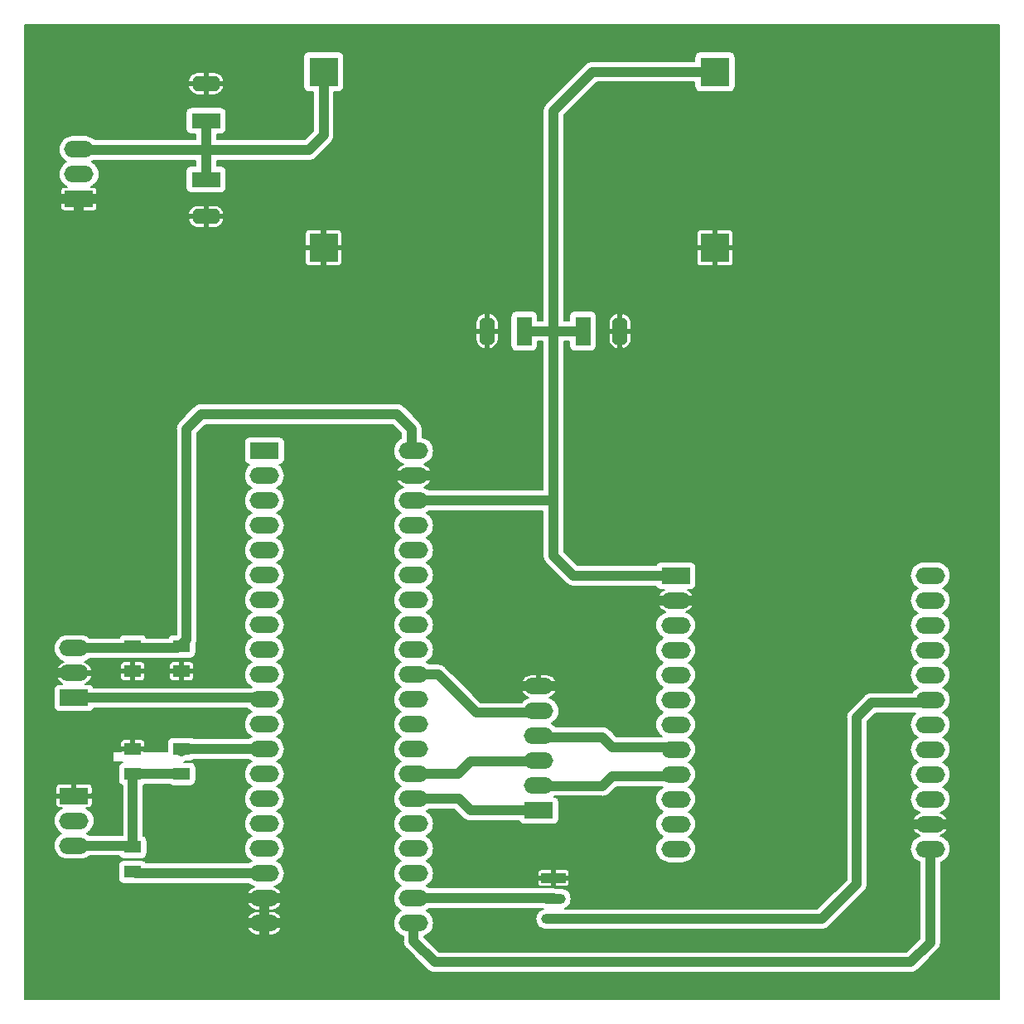
<source format=gbr>
G04 #@! TF.GenerationSoftware,KiCad,Pcbnew,(5.1.10)-1*
G04 #@! TF.CreationDate,2021-11-05T11:59:52-03:00*
G04 #@! TF.ProjectId,Est. Met. V1.0,4573742e-204d-4657-942e-2056312e302e,1.0*
G04 #@! TF.SameCoordinates,Original*
G04 #@! TF.FileFunction,Copper,L2,Bot*
G04 #@! TF.FilePolarity,Positive*
%FSLAX46Y46*%
G04 Gerber Fmt 4.6, Leading zero omitted, Abs format (unit mm)*
G04 Created by KiCad (PCBNEW (5.1.10)-1) date 2021-11-05 11:59:52*
%MOMM*%
%LPD*%
G01*
G04 APERTURE LIST*
G04 #@! TA.AperFunction,SMDPad,CuDef*
%ADD10R,1.778000X1.270000*%
G04 #@! TD*
G04 #@! TA.AperFunction,ComponentPad*
%ADD11R,1.600000X3.000000*%
G04 #@! TD*
G04 #@! TA.AperFunction,ComponentPad*
%ADD12O,1.600000X3.000000*%
G04 #@! TD*
G04 #@! TA.AperFunction,ComponentPad*
%ADD13R,3.000000X1.600000*%
G04 #@! TD*
G04 #@! TA.AperFunction,ComponentPad*
%ADD14O,3.000000X1.600000*%
G04 #@! TD*
G04 #@! TA.AperFunction,ComponentPad*
%ADD15O,3.000000X1.700000*%
G04 #@! TD*
G04 #@! TA.AperFunction,ComponentPad*
%ADD16R,3.000000X1.700000*%
G04 #@! TD*
G04 #@! TA.AperFunction,ComponentPad*
%ADD17R,3.000000X3.000000*%
G04 #@! TD*
G04 #@! TA.AperFunction,ComponentPad*
%ADD18R,2.500000X1.050000*%
G04 #@! TD*
G04 #@! TA.AperFunction,ComponentPad*
%ADD19O,2.500000X1.050000*%
G04 #@! TD*
G04 #@! TA.AperFunction,Conductor*
%ADD20C,1.000000*%
G04 #@! TD*
G04 #@! TA.AperFunction,Conductor*
%ADD21C,0.150000*%
G04 #@! TD*
G04 #@! TA.AperFunction,Conductor*
%ADD22C,0.100000*%
G04 #@! TD*
G04 APERTURE END LIST*
D10*
X57000000Y-104730000D03*
X57000000Y-107270000D03*
X62000000Y-107270000D03*
X62000000Y-104730000D03*
D11*
X97000000Y-72500000D03*
D12*
X93200000Y-72500000D03*
X106800000Y-72500000D03*
D11*
X103000000Y-72500000D03*
D13*
X64500000Y-57000000D03*
D14*
X64500000Y-60800000D03*
X64500000Y-47200000D03*
D13*
X64500000Y-51000000D03*
D10*
X57000000Y-117770000D03*
X57000000Y-115230000D03*
D15*
X51000000Y-125080000D03*
X51000000Y-122540000D03*
D16*
X51000000Y-120000000D03*
X51500000Y-59000000D03*
D15*
X51500000Y-56460000D03*
X51500000Y-53920000D03*
D16*
X51000000Y-110000000D03*
D15*
X51000000Y-107460000D03*
X51000000Y-104920000D03*
D10*
X57000000Y-125230000D03*
X57000000Y-127770000D03*
X62000000Y-115230000D03*
X62000000Y-117770000D03*
D17*
X76500000Y-46000000D03*
X76500000Y-64000000D03*
X116500000Y-64000000D03*
X116500000Y-46000000D03*
D15*
X138500000Y-117820000D03*
X112500000Y-117820000D03*
X112500000Y-122900000D03*
X112500000Y-112740000D03*
X138500000Y-100040000D03*
X138500000Y-110200000D03*
X138500000Y-125440000D03*
X138500000Y-122900000D03*
X112500000Y-102580000D03*
X138500000Y-107660000D03*
X112500000Y-110200000D03*
X112500000Y-115280000D03*
X112500000Y-105120000D03*
X138500000Y-102580000D03*
X138500000Y-112740000D03*
X138500000Y-115280000D03*
X138500000Y-120360000D03*
X112500000Y-120360000D03*
X112500000Y-107660000D03*
X112500000Y-125440000D03*
X138500000Y-105120000D03*
X112500000Y-100040000D03*
X138500000Y-97500000D03*
D16*
X112500000Y-97500000D03*
D15*
X85700000Y-84740000D03*
X85700000Y-102520000D03*
X85700000Y-110140000D03*
X85700000Y-115220000D03*
X85700000Y-122840000D03*
X70450000Y-117760000D03*
X70450000Y-87280000D03*
D16*
X70450000Y-84740000D03*
D15*
X70450000Y-115220000D03*
X85700000Y-89820000D03*
X85700000Y-97440000D03*
X85700000Y-87280000D03*
X70450000Y-89820000D03*
X70450000Y-107600000D03*
X85700000Y-112680000D03*
X85700000Y-92360000D03*
X70450000Y-94900000D03*
X70450000Y-99980000D03*
X70450000Y-112680000D03*
X85700000Y-117760000D03*
X85700000Y-125380000D03*
X85700000Y-107600000D03*
X85700000Y-120300000D03*
X85700000Y-94900000D03*
X70450000Y-125380000D03*
X85700000Y-105060000D03*
X70450000Y-127920000D03*
X70450000Y-105060000D03*
X70450000Y-92360000D03*
X70450000Y-110140000D03*
X70450000Y-120300000D03*
X70450000Y-122840000D03*
X85700000Y-99980000D03*
X70450000Y-97440000D03*
X70450000Y-102520000D03*
X85700000Y-127920000D03*
X70450000Y-130460000D03*
X70450000Y-133000000D03*
X85700000Y-130460000D03*
X85700000Y-133000000D03*
D18*
X100000000Y-128400000D03*
D19*
X100000000Y-132600000D03*
X100000000Y-130500000D03*
D16*
X98500000Y-121500000D03*
D15*
X98500000Y-118960000D03*
X98500000Y-116420000D03*
X98500000Y-113880000D03*
X98500000Y-111340000D03*
X98500000Y-108800000D03*
D20*
X50000000Y-104920000D02*
X61580000Y-104920000D01*
X61580000Y-104920000D02*
X62500000Y-104000000D01*
X62500000Y-104000000D02*
X62500000Y-82500000D01*
X62500000Y-82500000D02*
X64000000Y-81000000D01*
X64000000Y-81000000D02*
X84000000Y-81000000D01*
X84000000Y-81000000D02*
X85500000Y-82500000D01*
X85500000Y-82500000D02*
X85500000Y-84500000D01*
X70450000Y-127920000D02*
X58580000Y-127920000D01*
X58580000Y-127920000D02*
X57330000Y-127920000D01*
X116500000Y-46000000D02*
X104000000Y-46000000D01*
X100000000Y-50000000D02*
X100000000Y-74000000D01*
X104000000Y-46000000D02*
X100000000Y-50000000D01*
X103000000Y-72500000D02*
X100000000Y-72500000D01*
X100000000Y-72500000D02*
X97000000Y-72500000D01*
X85700000Y-89820000D02*
X100000000Y-89820000D01*
X112500000Y-97500000D02*
X102000000Y-97500000D01*
X100000000Y-95500000D02*
X100000000Y-89820000D01*
X102000000Y-97500000D02*
X100000000Y-95500000D01*
X100000000Y-72500000D02*
X100000000Y-89500000D01*
X70000000Y-54000000D02*
X75000000Y-54000000D01*
X75000000Y-54000000D02*
X76500000Y-52500000D01*
X76500000Y-52500000D02*
X76500000Y-47000000D01*
X60500000Y-54000000D02*
X52000000Y-54000000D01*
X64500000Y-51000000D02*
X64500000Y-54000000D01*
X60500000Y-54000000D02*
X64500000Y-54000000D01*
X64500000Y-54000000D02*
X70000000Y-54000000D01*
X64500000Y-57000000D02*
X64500000Y-54000000D01*
X57000000Y-117770000D02*
X62270000Y-117770000D01*
X50000000Y-125080000D02*
X56920000Y-125080000D01*
X57000000Y-125230000D02*
X57000000Y-118000000D01*
X112500000Y-115000000D02*
X106000000Y-115000000D01*
X105000000Y-114000000D02*
X99500000Y-114000000D01*
X106000000Y-115000000D02*
X105000000Y-114000000D01*
X106000000Y-118000000D02*
X105000000Y-119000000D01*
X112500000Y-118000000D02*
X106000000Y-118000000D01*
X105000000Y-119000000D02*
X99500000Y-119000000D01*
X85700000Y-117760000D02*
X90240000Y-117760000D01*
X90240000Y-117760000D02*
X91500000Y-116500000D01*
X91500000Y-116500000D02*
X98000000Y-116500000D01*
X85700000Y-120300000D02*
X89800000Y-120300000D01*
X89800000Y-120300000D02*
X90300000Y-120300000D01*
X90300000Y-120300000D02*
X91500000Y-121500000D01*
X91500000Y-121500000D02*
X97500000Y-121500000D01*
X50000000Y-110000000D02*
X70500000Y-110000000D01*
X85700000Y-130460000D02*
X99960000Y-130460000D01*
X99960000Y-130460000D02*
X100000000Y-130500000D01*
X100000000Y-132600000D02*
X127400000Y-132600000D01*
X127400000Y-132600000D02*
X131000000Y-129000000D01*
X131000000Y-129000000D02*
X131000000Y-112000000D01*
X131000000Y-112000000D02*
X132500000Y-110500000D01*
X132500000Y-110500000D02*
X137500000Y-110500000D01*
X70450000Y-115220000D02*
X62280000Y-115220000D01*
X62280000Y-115220000D02*
X62000000Y-115500000D01*
X85700000Y-134850000D02*
X87850000Y-137000000D01*
X85700000Y-133000000D02*
X85700000Y-134850000D01*
X87850000Y-137000000D02*
X136500000Y-137000000D01*
X136500000Y-137000000D02*
X138500000Y-135000000D01*
X138500000Y-135000000D02*
X138500000Y-126000000D01*
X70450000Y-133000000D02*
X67950000Y-133000000D01*
X67950000Y-133000000D02*
X66750000Y-133000000D01*
X70450000Y-130460000D02*
X61040000Y-130460000D01*
X70450000Y-130460000D02*
X77210000Y-130460000D01*
X70450000Y-133000000D02*
X73750000Y-133000000D01*
X70450000Y-130460000D02*
X70450000Y-135700000D01*
X85700000Y-87280000D02*
X90220000Y-87280000D01*
X85700000Y-87280000D02*
X81530000Y-87280000D01*
X112500000Y-100040000D02*
X106460000Y-100040000D01*
X112500000Y-100040000D02*
X116960000Y-100040000D01*
X138500000Y-122900000D02*
X141850000Y-122900000D01*
X138500000Y-122900000D02*
X134650000Y-122900000D01*
X51500000Y-59000000D02*
X55000000Y-59000000D01*
X51500000Y-59000000D02*
X48250000Y-59000000D01*
X51500000Y-59000000D02*
X51500000Y-61500000D01*
X98500000Y-108800000D02*
X95300000Y-108800000D01*
X98500000Y-108800000D02*
X101800000Y-108800000D01*
X51000000Y-107460000D02*
X48040000Y-107460000D01*
X88200000Y-107600000D02*
X92100000Y-111500000D01*
X85700000Y-107600000D02*
X88200000Y-107600000D01*
X92100000Y-111500000D02*
X98500000Y-111500000D01*
D21*
X145500001Y-140750000D02*
X46000000Y-140750000D01*
X46000000Y-133362512D01*
X68629867Y-133362512D01*
X68684224Y-133535067D01*
X68810050Y-133742463D01*
X68973919Y-133921326D01*
X69169534Y-134064783D01*
X69389377Y-134167321D01*
X69625000Y-134225000D01*
X70275000Y-134225000D01*
X70275000Y-133175000D01*
X70625000Y-133175000D01*
X70625000Y-134225000D01*
X71275000Y-134225000D01*
X71510623Y-134167321D01*
X71730466Y-134064783D01*
X71926081Y-133921326D01*
X72089950Y-133742463D01*
X72215776Y-133535067D01*
X72270133Y-133362512D01*
X72217632Y-133175000D01*
X70625000Y-133175000D01*
X70275000Y-133175000D01*
X68682368Y-133175000D01*
X68629867Y-133362512D01*
X46000000Y-133362512D01*
X46000000Y-132637488D01*
X68629867Y-132637488D01*
X68682368Y-132825000D01*
X70275000Y-132825000D01*
X70275000Y-131775000D01*
X70625000Y-131775000D01*
X70625000Y-132825000D01*
X72217632Y-132825000D01*
X72270133Y-132637488D01*
X72215776Y-132464933D01*
X72089950Y-132257537D01*
X71926081Y-132078674D01*
X71730466Y-131935217D01*
X71510623Y-131832679D01*
X71275000Y-131775000D01*
X70625000Y-131775000D01*
X70275000Y-131775000D01*
X69625000Y-131775000D01*
X69389377Y-131832679D01*
X69169534Y-131935217D01*
X68973919Y-132078674D01*
X68810050Y-132257537D01*
X68684224Y-132464933D01*
X68629867Y-132637488D01*
X46000000Y-132637488D01*
X46000000Y-130822512D01*
X68629867Y-130822512D01*
X68684224Y-130995067D01*
X68810050Y-131202463D01*
X68973919Y-131381326D01*
X69169534Y-131524783D01*
X69389377Y-131627321D01*
X69625000Y-131685000D01*
X70275000Y-131685000D01*
X70275000Y-130635000D01*
X70625000Y-130635000D01*
X70625000Y-131685000D01*
X71275000Y-131685000D01*
X71510623Y-131627321D01*
X71730466Y-131524783D01*
X71926081Y-131381326D01*
X72089950Y-131202463D01*
X72215776Y-130995067D01*
X72270133Y-130822512D01*
X72217632Y-130635000D01*
X70625000Y-130635000D01*
X70275000Y-130635000D01*
X68682368Y-130635000D01*
X68629867Y-130822512D01*
X46000000Y-130822512D01*
X46000000Y-122540000D01*
X48918106Y-122540000D01*
X48945619Y-122819349D01*
X49027102Y-123087962D01*
X49159424Y-123335518D01*
X49337498Y-123552502D01*
X49554482Y-123730576D01*
X49703073Y-123810000D01*
X49554482Y-123889424D01*
X49337498Y-124067498D01*
X49159424Y-124284482D01*
X49027102Y-124532038D01*
X48945619Y-124800651D01*
X48918106Y-125080000D01*
X48945619Y-125359349D01*
X49027102Y-125627962D01*
X49159424Y-125875518D01*
X49337498Y-126092502D01*
X49554482Y-126270576D01*
X49802038Y-126402898D01*
X50070651Y-126484381D01*
X50280003Y-126505000D01*
X51719997Y-126505000D01*
X51929349Y-126484381D01*
X52197962Y-126402898D01*
X52445518Y-126270576D01*
X52586348Y-126155000D01*
X55614023Y-126155000D01*
X55630592Y-126185998D01*
X55702446Y-126273554D01*
X55790002Y-126345408D01*
X55889892Y-126398801D01*
X55998280Y-126431680D01*
X56111000Y-126442782D01*
X57889000Y-126442782D01*
X58001720Y-126431680D01*
X58110108Y-126398801D01*
X58209998Y-126345408D01*
X58297554Y-126273554D01*
X58369408Y-126185998D01*
X58422801Y-126086108D01*
X58455680Y-125977720D01*
X58466782Y-125865000D01*
X58466782Y-124595000D01*
X58455680Y-124482280D01*
X58422801Y-124373892D01*
X58369408Y-124274002D01*
X58297554Y-124186446D01*
X58209998Y-124114592D01*
X58110108Y-124061199D01*
X58075000Y-124050549D01*
X58075000Y-118949451D01*
X58110108Y-118938801D01*
X58209998Y-118885408D01*
X58259236Y-118845000D01*
X60740764Y-118845000D01*
X60790002Y-118885408D01*
X60889892Y-118938801D01*
X60998280Y-118971680D01*
X61111000Y-118982782D01*
X62889000Y-118982782D01*
X63001720Y-118971680D01*
X63110108Y-118938801D01*
X63209998Y-118885408D01*
X63297554Y-118813554D01*
X63369408Y-118725998D01*
X63422801Y-118626108D01*
X63455680Y-118517720D01*
X63466782Y-118405000D01*
X63466782Y-117135000D01*
X63455680Y-117022280D01*
X63422801Y-116913892D01*
X63369408Y-116814002D01*
X63297554Y-116726446D01*
X63209998Y-116654592D01*
X63110108Y-116601199D01*
X63001720Y-116568320D01*
X62889000Y-116557218D01*
X62218077Y-116557218D01*
X62413375Y-116497975D01*
X62516634Y-116442782D01*
X62889000Y-116442782D01*
X63001720Y-116431680D01*
X63110108Y-116398801D01*
X63209998Y-116345408D01*
X63271421Y-116295000D01*
X68863652Y-116295000D01*
X69004482Y-116410576D01*
X69153073Y-116490000D01*
X69004482Y-116569424D01*
X68787498Y-116747498D01*
X68609424Y-116964482D01*
X68477102Y-117212038D01*
X68395619Y-117480651D01*
X68368106Y-117760000D01*
X68395619Y-118039349D01*
X68477102Y-118307962D01*
X68609424Y-118555518D01*
X68787498Y-118772502D01*
X69004482Y-118950576D01*
X69153073Y-119030000D01*
X69004482Y-119109424D01*
X68787498Y-119287498D01*
X68609424Y-119504482D01*
X68477102Y-119752038D01*
X68395619Y-120020651D01*
X68368106Y-120300000D01*
X68395619Y-120579349D01*
X68477102Y-120847962D01*
X68609424Y-121095518D01*
X68787498Y-121312502D01*
X69004482Y-121490576D01*
X69153073Y-121570000D01*
X69004482Y-121649424D01*
X68787498Y-121827498D01*
X68609424Y-122044482D01*
X68477102Y-122292038D01*
X68395619Y-122560651D01*
X68368106Y-122840000D01*
X68395619Y-123119349D01*
X68477102Y-123387962D01*
X68609424Y-123635518D01*
X68787498Y-123852502D01*
X69004482Y-124030576D01*
X69153073Y-124110000D01*
X69004482Y-124189424D01*
X68787498Y-124367498D01*
X68609424Y-124584482D01*
X68477102Y-124832038D01*
X68395619Y-125100651D01*
X68368106Y-125380000D01*
X68395619Y-125659349D01*
X68477102Y-125927962D01*
X68609424Y-126175518D01*
X68787498Y-126392502D01*
X69004482Y-126570576D01*
X69153073Y-126650000D01*
X69004482Y-126729424D01*
X68863652Y-126845000D01*
X58385977Y-126845000D01*
X58369408Y-126814002D01*
X58297554Y-126726446D01*
X58209998Y-126654592D01*
X58110108Y-126601199D01*
X58001720Y-126568320D01*
X57889000Y-126557218D01*
X56111000Y-126557218D01*
X55998280Y-126568320D01*
X55889892Y-126601199D01*
X55790002Y-126654592D01*
X55702446Y-126726446D01*
X55630592Y-126814002D01*
X55577199Y-126913892D01*
X55544320Y-127022280D01*
X55533218Y-127135000D01*
X55533218Y-128405000D01*
X55544320Y-128517720D01*
X55577199Y-128626108D01*
X55630592Y-128725998D01*
X55702446Y-128813554D01*
X55790002Y-128885408D01*
X55889892Y-128938801D01*
X55998280Y-128971680D01*
X56111000Y-128982782D01*
X57153144Y-128982782D01*
X57277194Y-128995000D01*
X68863652Y-128995000D01*
X69004482Y-129110576D01*
X69252038Y-129242898D01*
X69404190Y-129289053D01*
X69389377Y-129292679D01*
X69169534Y-129395217D01*
X68973919Y-129538674D01*
X68810050Y-129717537D01*
X68684224Y-129924933D01*
X68629867Y-130097488D01*
X68682368Y-130285000D01*
X70275000Y-130285000D01*
X70275000Y-130265000D01*
X70625000Y-130265000D01*
X70625000Y-130285000D01*
X72217632Y-130285000D01*
X72270133Y-130097488D01*
X72215776Y-129924933D01*
X72089950Y-129717537D01*
X71926081Y-129538674D01*
X71730466Y-129395217D01*
X71510623Y-129292679D01*
X71495810Y-129289053D01*
X71647962Y-129242898D01*
X71895518Y-129110576D01*
X72112502Y-128932502D01*
X72290576Y-128715518D01*
X72422898Y-128467962D01*
X72504381Y-128199349D01*
X72531894Y-127920000D01*
X72504381Y-127640651D01*
X72422898Y-127372038D01*
X72290576Y-127124482D01*
X72112502Y-126907498D01*
X71895518Y-126729424D01*
X71746927Y-126650000D01*
X71895518Y-126570576D01*
X72112502Y-126392502D01*
X72290576Y-126175518D01*
X72422898Y-125927962D01*
X72504381Y-125659349D01*
X72531894Y-125380000D01*
X72504381Y-125100651D01*
X72422898Y-124832038D01*
X72290576Y-124584482D01*
X72112502Y-124367498D01*
X71895518Y-124189424D01*
X71746927Y-124110000D01*
X71895518Y-124030576D01*
X72112502Y-123852502D01*
X72290576Y-123635518D01*
X72422898Y-123387962D01*
X72504381Y-123119349D01*
X72531894Y-122840000D01*
X72504381Y-122560651D01*
X72422898Y-122292038D01*
X72290576Y-122044482D01*
X72112502Y-121827498D01*
X71895518Y-121649424D01*
X71746927Y-121570000D01*
X71895518Y-121490576D01*
X72112502Y-121312502D01*
X72290576Y-121095518D01*
X72422898Y-120847962D01*
X72504381Y-120579349D01*
X72531894Y-120300000D01*
X72504381Y-120020651D01*
X72422898Y-119752038D01*
X72290576Y-119504482D01*
X72112502Y-119287498D01*
X71895518Y-119109424D01*
X71746927Y-119030000D01*
X71895518Y-118950576D01*
X72112502Y-118772502D01*
X72290576Y-118555518D01*
X72422898Y-118307962D01*
X72504381Y-118039349D01*
X72531894Y-117760000D01*
X72504381Y-117480651D01*
X72422898Y-117212038D01*
X72290576Y-116964482D01*
X72112502Y-116747498D01*
X71895518Y-116569424D01*
X71746927Y-116490000D01*
X71895518Y-116410576D01*
X72112502Y-116232502D01*
X72290576Y-116015518D01*
X72422898Y-115767962D01*
X72504381Y-115499349D01*
X72531894Y-115220000D01*
X72504381Y-114940651D01*
X72422898Y-114672038D01*
X72290576Y-114424482D01*
X72112502Y-114207498D01*
X71895518Y-114029424D01*
X71746927Y-113950000D01*
X71895518Y-113870576D01*
X72112502Y-113692502D01*
X72290576Y-113475518D01*
X72422898Y-113227962D01*
X72504381Y-112959349D01*
X72531894Y-112680000D01*
X72504381Y-112400651D01*
X72422898Y-112132038D01*
X72290576Y-111884482D01*
X72112502Y-111667498D01*
X71895518Y-111489424D01*
X71746927Y-111410000D01*
X71895518Y-111330576D01*
X72112502Y-111152502D01*
X72290576Y-110935518D01*
X72422898Y-110687962D01*
X72504381Y-110419349D01*
X72531894Y-110140000D01*
X72504381Y-109860651D01*
X72422898Y-109592038D01*
X72290576Y-109344482D01*
X72112502Y-109127498D01*
X71895518Y-108949424D01*
X71746927Y-108870000D01*
X71895518Y-108790576D01*
X72112502Y-108612502D01*
X72290576Y-108395518D01*
X72422898Y-108147962D01*
X72504381Y-107879349D01*
X72531894Y-107600000D01*
X72504381Y-107320651D01*
X72422898Y-107052038D01*
X72290576Y-106804482D01*
X72112502Y-106587498D01*
X71895518Y-106409424D01*
X71746927Y-106330000D01*
X71895518Y-106250576D01*
X72112502Y-106072502D01*
X72290576Y-105855518D01*
X72422898Y-105607962D01*
X72504381Y-105339349D01*
X72531894Y-105060000D01*
X72504381Y-104780651D01*
X72422898Y-104512038D01*
X72290576Y-104264482D01*
X72112502Y-104047498D01*
X71895518Y-103869424D01*
X71746927Y-103790000D01*
X71895518Y-103710576D01*
X72112502Y-103532502D01*
X72290576Y-103315518D01*
X72422898Y-103067962D01*
X72504381Y-102799349D01*
X72531894Y-102520000D01*
X72504381Y-102240651D01*
X72422898Y-101972038D01*
X72290576Y-101724482D01*
X72112502Y-101507498D01*
X71895518Y-101329424D01*
X71746927Y-101250000D01*
X71895518Y-101170576D01*
X72112502Y-100992502D01*
X72290576Y-100775518D01*
X72422898Y-100527962D01*
X72504381Y-100259349D01*
X72531894Y-99980000D01*
X72504381Y-99700651D01*
X72422898Y-99432038D01*
X72290576Y-99184482D01*
X72112502Y-98967498D01*
X71895518Y-98789424D01*
X71746927Y-98710000D01*
X71895518Y-98630576D01*
X72112502Y-98452502D01*
X72290576Y-98235518D01*
X72422898Y-97987962D01*
X72504381Y-97719349D01*
X72531894Y-97440000D01*
X72504381Y-97160651D01*
X72422898Y-96892038D01*
X72290576Y-96644482D01*
X72112502Y-96427498D01*
X71895518Y-96249424D01*
X71746927Y-96170000D01*
X71895518Y-96090576D01*
X72112502Y-95912502D01*
X72290576Y-95695518D01*
X72422898Y-95447962D01*
X72504381Y-95179349D01*
X72531894Y-94900000D01*
X72504381Y-94620651D01*
X72422898Y-94352038D01*
X72290576Y-94104482D01*
X72112502Y-93887498D01*
X71895518Y-93709424D01*
X71746927Y-93630000D01*
X71895518Y-93550576D01*
X72112502Y-93372502D01*
X72290576Y-93155518D01*
X72422898Y-92907962D01*
X72504381Y-92639349D01*
X72531894Y-92360000D01*
X72504381Y-92080651D01*
X72422898Y-91812038D01*
X72290576Y-91564482D01*
X72112502Y-91347498D01*
X71895518Y-91169424D01*
X71746927Y-91090000D01*
X71895518Y-91010576D01*
X72112502Y-90832502D01*
X72290576Y-90615518D01*
X72422898Y-90367962D01*
X72504381Y-90099349D01*
X72531894Y-89820000D01*
X83618106Y-89820000D01*
X83645619Y-90099349D01*
X83727102Y-90367962D01*
X83859424Y-90615518D01*
X84037498Y-90832502D01*
X84254482Y-91010576D01*
X84403073Y-91090000D01*
X84254482Y-91169424D01*
X84037498Y-91347498D01*
X83859424Y-91564482D01*
X83727102Y-91812038D01*
X83645619Y-92080651D01*
X83618106Y-92360000D01*
X83645619Y-92639349D01*
X83727102Y-92907962D01*
X83859424Y-93155518D01*
X84037498Y-93372502D01*
X84254482Y-93550576D01*
X84403073Y-93630000D01*
X84254482Y-93709424D01*
X84037498Y-93887498D01*
X83859424Y-94104482D01*
X83727102Y-94352038D01*
X83645619Y-94620651D01*
X83618106Y-94900000D01*
X83645619Y-95179349D01*
X83727102Y-95447962D01*
X83859424Y-95695518D01*
X84037498Y-95912502D01*
X84254482Y-96090576D01*
X84403073Y-96170000D01*
X84254482Y-96249424D01*
X84037498Y-96427498D01*
X83859424Y-96644482D01*
X83727102Y-96892038D01*
X83645619Y-97160651D01*
X83618106Y-97440000D01*
X83645619Y-97719349D01*
X83727102Y-97987962D01*
X83859424Y-98235518D01*
X84037498Y-98452502D01*
X84254482Y-98630576D01*
X84403073Y-98710000D01*
X84254482Y-98789424D01*
X84037498Y-98967498D01*
X83859424Y-99184482D01*
X83727102Y-99432038D01*
X83645619Y-99700651D01*
X83618106Y-99980000D01*
X83645619Y-100259349D01*
X83727102Y-100527962D01*
X83859424Y-100775518D01*
X84037498Y-100992502D01*
X84254482Y-101170576D01*
X84403073Y-101250000D01*
X84254482Y-101329424D01*
X84037498Y-101507498D01*
X83859424Y-101724482D01*
X83727102Y-101972038D01*
X83645619Y-102240651D01*
X83618106Y-102520000D01*
X83645619Y-102799349D01*
X83727102Y-103067962D01*
X83859424Y-103315518D01*
X84037498Y-103532502D01*
X84254482Y-103710576D01*
X84403073Y-103790000D01*
X84254482Y-103869424D01*
X84037498Y-104047498D01*
X83859424Y-104264482D01*
X83727102Y-104512038D01*
X83645619Y-104780651D01*
X83618106Y-105060000D01*
X83645619Y-105339349D01*
X83727102Y-105607962D01*
X83859424Y-105855518D01*
X84037498Y-106072502D01*
X84254482Y-106250576D01*
X84403073Y-106330000D01*
X84254482Y-106409424D01*
X84037498Y-106587498D01*
X83859424Y-106804482D01*
X83727102Y-107052038D01*
X83645619Y-107320651D01*
X83618106Y-107600000D01*
X83645619Y-107879349D01*
X83727102Y-108147962D01*
X83859424Y-108395518D01*
X84037498Y-108612502D01*
X84254482Y-108790576D01*
X84403073Y-108870000D01*
X84254482Y-108949424D01*
X84037498Y-109127498D01*
X83859424Y-109344482D01*
X83727102Y-109592038D01*
X83645619Y-109860651D01*
X83618106Y-110140000D01*
X83645619Y-110419349D01*
X83727102Y-110687962D01*
X83859424Y-110935518D01*
X84037498Y-111152502D01*
X84254482Y-111330576D01*
X84403073Y-111410000D01*
X84254482Y-111489424D01*
X84037498Y-111667498D01*
X83859424Y-111884482D01*
X83727102Y-112132038D01*
X83645619Y-112400651D01*
X83618106Y-112680000D01*
X83645619Y-112959349D01*
X83727102Y-113227962D01*
X83859424Y-113475518D01*
X84037498Y-113692502D01*
X84254482Y-113870576D01*
X84403073Y-113950000D01*
X84254482Y-114029424D01*
X84037498Y-114207498D01*
X83859424Y-114424482D01*
X83727102Y-114672038D01*
X83645619Y-114940651D01*
X83618106Y-115220000D01*
X83645619Y-115499349D01*
X83727102Y-115767962D01*
X83859424Y-116015518D01*
X84037498Y-116232502D01*
X84254482Y-116410576D01*
X84403073Y-116490000D01*
X84254482Y-116569424D01*
X84037498Y-116747498D01*
X83859424Y-116964482D01*
X83727102Y-117212038D01*
X83645619Y-117480651D01*
X83618106Y-117760000D01*
X83645619Y-118039349D01*
X83727102Y-118307962D01*
X83859424Y-118555518D01*
X84037498Y-118772502D01*
X84254482Y-118950576D01*
X84403073Y-119030000D01*
X84254482Y-119109424D01*
X84037498Y-119287498D01*
X83859424Y-119504482D01*
X83727102Y-119752038D01*
X83645619Y-120020651D01*
X83618106Y-120300000D01*
X83645619Y-120579349D01*
X83727102Y-120847962D01*
X83859424Y-121095518D01*
X84037498Y-121312502D01*
X84254482Y-121490576D01*
X84403073Y-121570000D01*
X84254482Y-121649424D01*
X84037498Y-121827498D01*
X83859424Y-122044482D01*
X83727102Y-122292038D01*
X83645619Y-122560651D01*
X83618106Y-122840000D01*
X83645619Y-123119349D01*
X83727102Y-123387962D01*
X83859424Y-123635518D01*
X84037498Y-123852502D01*
X84254482Y-124030576D01*
X84403073Y-124110000D01*
X84254482Y-124189424D01*
X84037498Y-124367498D01*
X83859424Y-124584482D01*
X83727102Y-124832038D01*
X83645619Y-125100651D01*
X83618106Y-125380000D01*
X83645619Y-125659349D01*
X83727102Y-125927962D01*
X83859424Y-126175518D01*
X84037498Y-126392502D01*
X84254482Y-126570576D01*
X84403073Y-126650000D01*
X84254482Y-126729424D01*
X84037498Y-126907498D01*
X83859424Y-127124482D01*
X83727102Y-127372038D01*
X83645619Y-127640651D01*
X83618106Y-127920000D01*
X83645619Y-128199349D01*
X83727102Y-128467962D01*
X83859424Y-128715518D01*
X84037498Y-128932502D01*
X84254482Y-129110576D01*
X84403073Y-129190000D01*
X84254482Y-129269424D01*
X84037498Y-129447498D01*
X83859424Y-129664482D01*
X83727102Y-129912038D01*
X83645619Y-130180651D01*
X83618106Y-130460000D01*
X83645619Y-130739349D01*
X83727102Y-131007962D01*
X83859424Y-131255518D01*
X84037498Y-131472502D01*
X84254482Y-131650576D01*
X84403073Y-131730000D01*
X84254482Y-131809424D01*
X84037498Y-131987498D01*
X83859424Y-132204482D01*
X83727102Y-132452038D01*
X83645619Y-132720651D01*
X83618106Y-133000000D01*
X83645619Y-133279349D01*
X83727102Y-133547962D01*
X83859424Y-133795518D01*
X84037498Y-134012502D01*
X84254482Y-134190576D01*
X84502038Y-134322898D01*
X84625001Y-134360198D01*
X84625001Y-134797192D01*
X84619800Y-134850000D01*
X84640555Y-135060736D01*
X84702025Y-135263375D01*
X84801846Y-135450127D01*
X84902521Y-135572800D01*
X84902527Y-135572806D01*
X84936184Y-135613817D01*
X84977195Y-135647474D01*
X87052525Y-137722805D01*
X87086183Y-137763817D01*
X87127194Y-137797474D01*
X87127199Y-137797479D01*
X87249872Y-137898154D01*
X87436625Y-137997976D01*
X87639263Y-138059445D01*
X87797194Y-138075000D01*
X87797201Y-138075000D01*
X87849999Y-138080200D01*
X87902797Y-138075000D01*
X136447202Y-138075000D01*
X136500000Y-138080200D01*
X136552798Y-138075000D01*
X136552806Y-138075000D01*
X136710737Y-138059445D01*
X136913375Y-137997976D01*
X137100128Y-137898154D01*
X137263817Y-137763817D01*
X137297479Y-137722800D01*
X139222805Y-135797475D01*
X139263817Y-135763817D01*
X139297474Y-135722806D01*
X139297479Y-135722801D01*
X139398154Y-135600128D01*
X139478331Y-135450128D01*
X139497976Y-135413375D01*
X139559445Y-135210737D01*
X139575000Y-135052806D01*
X139575000Y-135052799D01*
X139580200Y-135000001D01*
X139575000Y-134947203D01*
X139575000Y-126800198D01*
X139697962Y-126762898D01*
X139945518Y-126630576D01*
X140162502Y-126452502D01*
X140340576Y-126235518D01*
X140472898Y-125987962D01*
X140554381Y-125719349D01*
X140581894Y-125440000D01*
X140554381Y-125160651D01*
X140472898Y-124892038D01*
X140340576Y-124644482D01*
X140162502Y-124427498D01*
X139945518Y-124249424D01*
X139697962Y-124117102D01*
X139545810Y-124070947D01*
X139560623Y-124067321D01*
X139780466Y-123964783D01*
X139976081Y-123821326D01*
X140139950Y-123642463D01*
X140265776Y-123435067D01*
X140320133Y-123262512D01*
X140267632Y-123075000D01*
X138675000Y-123075000D01*
X138675000Y-123095000D01*
X138325000Y-123095000D01*
X138325000Y-123075000D01*
X136732368Y-123075000D01*
X136679867Y-123262512D01*
X136734224Y-123435067D01*
X136860050Y-123642463D01*
X137023919Y-123821326D01*
X137219534Y-123964783D01*
X137439377Y-124067321D01*
X137454190Y-124070947D01*
X137302038Y-124117102D01*
X137054482Y-124249424D01*
X136837498Y-124427498D01*
X136659424Y-124644482D01*
X136527102Y-124892038D01*
X136445619Y-125160651D01*
X136418106Y-125440000D01*
X136445619Y-125719349D01*
X136527102Y-125987962D01*
X136659424Y-126235518D01*
X136837498Y-126452502D01*
X137054482Y-126630576D01*
X137302038Y-126762898D01*
X137425001Y-126800198D01*
X137425000Y-134554720D01*
X136054721Y-135925000D01*
X88295280Y-135925000D01*
X86775000Y-134404721D01*
X86775000Y-134360198D01*
X86897962Y-134322898D01*
X87145518Y-134190576D01*
X87362502Y-134012502D01*
X87540576Y-133795518D01*
X87672898Y-133547962D01*
X87754381Y-133279349D01*
X87781894Y-133000000D01*
X87754381Y-132720651D01*
X87672898Y-132452038D01*
X87540576Y-132204482D01*
X87362502Y-131987498D01*
X87145518Y-131809424D01*
X86996927Y-131730000D01*
X87145518Y-131650576D01*
X87286348Y-131535000D01*
X98897556Y-131535000D01*
X98947004Y-131550000D01*
X98852012Y-131578816D01*
X98660916Y-131680958D01*
X98493419Y-131818419D01*
X98355958Y-131985916D01*
X98253816Y-132177012D01*
X98190916Y-132384362D01*
X98169678Y-132600000D01*
X98190916Y-132815638D01*
X98253816Y-133022988D01*
X98355958Y-133214084D01*
X98493419Y-133381581D01*
X98660916Y-133519042D01*
X98852012Y-133621184D01*
X99059362Y-133684084D01*
X99220964Y-133700000D01*
X100779036Y-133700000D01*
X100940638Y-133684084D01*
X100970583Y-133675000D01*
X127347202Y-133675000D01*
X127400000Y-133680200D01*
X127452798Y-133675000D01*
X127452806Y-133675000D01*
X127610737Y-133659445D01*
X127813375Y-133597976D01*
X128000128Y-133498154D01*
X128163817Y-133363817D01*
X128197479Y-133322800D01*
X131722805Y-129797475D01*
X131763817Y-129763817D01*
X131797474Y-129722806D01*
X131797479Y-129722801D01*
X131898154Y-129600128D01*
X131971972Y-129462024D01*
X131997976Y-129413375D01*
X132059445Y-129210737D01*
X132075000Y-129052806D01*
X132075000Y-129052798D01*
X132080200Y-129000000D01*
X132075000Y-128947202D01*
X132075000Y-112445279D01*
X132945280Y-111575000D01*
X137023318Y-111575000D01*
X136837498Y-111727498D01*
X136659424Y-111944482D01*
X136527102Y-112192038D01*
X136445619Y-112460651D01*
X136418106Y-112740000D01*
X136445619Y-113019349D01*
X136527102Y-113287962D01*
X136659424Y-113535518D01*
X136837498Y-113752502D01*
X137054482Y-113930576D01*
X137203073Y-114010000D01*
X137054482Y-114089424D01*
X136837498Y-114267498D01*
X136659424Y-114484482D01*
X136527102Y-114732038D01*
X136445619Y-115000651D01*
X136418106Y-115280000D01*
X136445619Y-115559349D01*
X136527102Y-115827962D01*
X136659424Y-116075518D01*
X136837498Y-116292502D01*
X137054482Y-116470576D01*
X137203073Y-116550000D01*
X137054482Y-116629424D01*
X136837498Y-116807498D01*
X136659424Y-117024482D01*
X136527102Y-117272038D01*
X136445619Y-117540651D01*
X136418106Y-117820000D01*
X136445619Y-118099349D01*
X136527102Y-118367962D01*
X136659424Y-118615518D01*
X136837498Y-118832502D01*
X137054482Y-119010576D01*
X137203073Y-119090000D01*
X137054482Y-119169424D01*
X136837498Y-119347498D01*
X136659424Y-119564482D01*
X136527102Y-119812038D01*
X136445619Y-120080651D01*
X136418106Y-120360000D01*
X136445619Y-120639349D01*
X136527102Y-120907962D01*
X136659424Y-121155518D01*
X136837498Y-121372502D01*
X137054482Y-121550576D01*
X137302038Y-121682898D01*
X137454190Y-121729053D01*
X137439377Y-121732679D01*
X137219534Y-121835217D01*
X137023919Y-121978674D01*
X136860050Y-122157537D01*
X136734224Y-122364933D01*
X136679867Y-122537488D01*
X136732368Y-122725000D01*
X138325000Y-122725000D01*
X138325000Y-122705000D01*
X138675000Y-122705000D01*
X138675000Y-122725000D01*
X140267632Y-122725000D01*
X140320133Y-122537488D01*
X140265776Y-122364933D01*
X140139950Y-122157537D01*
X139976081Y-121978674D01*
X139780466Y-121835217D01*
X139560623Y-121732679D01*
X139545810Y-121729053D01*
X139697962Y-121682898D01*
X139945518Y-121550576D01*
X140162502Y-121372502D01*
X140340576Y-121155518D01*
X140472898Y-120907962D01*
X140554381Y-120639349D01*
X140581894Y-120360000D01*
X140554381Y-120080651D01*
X140472898Y-119812038D01*
X140340576Y-119564482D01*
X140162502Y-119347498D01*
X139945518Y-119169424D01*
X139796927Y-119090000D01*
X139945518Y-119010576D01*
X140162502Y-118832502D01*
X140340576Y-118615518D01*
X140472898Y-118367962D01*
X140554381Y-118099349D01*
X140581894Y-117820000D01*
X140554381Y-117540651D01*
X140472898Y-117272038D01*
X140340576Y-117024482D01*
X140162502Y-116807498D01*
X139945518Y-116629424D01*
X139796927Y-116550000D01*
X139945518Y-116470576D01*
X140162502Y-116292502D01*
X140340576Y-116075518D01*
X140472898Y-115827962D01*
X140554381Y-115559349D01*
X140581894Y-115280000D01*
X140554381Y-115000651D01*
X140472898Y-114732038D01*
X140340576Y-114484482D01*
X140162502Y-114267498D01*
X139945518Y-114089424D01*
X139796927Y-114010000D01*
X139945518Y-113930576D01*
X140162502Y-113752502D01*
X140340576Y-113535518D01*
X140472898Y-113287962D01*
X140554381Y-113019349D01*
X140581894Y-112740000D01*
X140554381Y-112460651D01*
X140472898Y-112192038D01*
X140340576Y-111944482D01*
X140162502Y-111727498D01*
X139945518Y-111549424D01*
X139796927Y-111470000D01*
X139945518Y-111390576D01*
X140162502Y-111212502D01*
X140340576Y-110995518D01*
X140472898Y-110747962D01*
X140554381Y-110479349D01*
X140581894Y-110200000D01*
X140554381Y-109920651D01*
X140472898Y-109652038D01*
X140340576Y-109404482D01*
X140162502Y-109187498D01*
X139945518Y-109009424D01*
X139796927Y-108930000D01*
X139945518Y-108850576D01*
X140162502Y-108672502D01*
X140340576Y-108455518D01*
X140472898Y-108207962D01*
X140554381Y-107939349D01*
X140581894Y-107660000D01*
X140554381Y-107380651D01*
X140472898Y-107112038D01*
X140340576Y-106864482D01*
X140162502Y-106647498D01*
X139945518Y-106469424D01*
X139796927Y-106390000D01*
X139945518Y-106310576D01*
X140162502Y-106132502D01*
X140340576Y-105915518D01*
X140472898Y-105667962D01*
X140554381Y-105399349D01*
X140581894Y-105120000D01*
X140554381Y-104840651D01*
X140472898Y-104572038D01*
X140340576Y-104324482D01*
X140162502Y-104107498D01*
X139945518Y-103929424D01*
X139796927Y-103850000D01*
X139945518Y-103770576D01*
X140162502Y-103592502D01*
X140340576Y-103375518D01*
X140472898Y-103127962D01*
X140554381Y-102859349D01*
X140581894Y-102580000D01*
X140554381Y-102300651D01*
X140472898Y-102032038D01*
X140340576Y-101784482D01*
X140162502Y-101567498D01*
X139945518Y-101389424D01*
X139796927Y-101310000D01*
X139945518Y-101230576D01*
X140162502Y-101052502D01*
X140340576Y-100835518D01*
X140472898Y-100587962D01*
X140554381Y-100319349D01*
X140581894Y-100040000D01*
X140554381Y-99760651D01*
X140472898Y-99492038D01*
X140340576Y-99244482D01*
X140162502Y-99027498D01*
X139945518Y-98849424D01*
X139796927Y-98770000D01*
X139945518Y-98690576D01*
X140162502Y-98512502D01*
X140340576Y-98295518D01*
X140472898Y-98047962D01*
X140554381Y-97779349D01*
X140581894Y-97500000D01*
X140554381Y-97220651D01*
X140472898Y-96952038D01*
X140340576Y-96704482D01*
X140162502Y-96487498D01*
X139945518Y-96309424D01*
X139697962Y-96177102D01*
X139429349Y-96095619D01*
X139219997Y-96075000D01*
X137780003Y-96075000D01*
X137570651Y-96095619D01*
X137302038Y-96177102D01*
X137054482Y-96309424D01*
X136837498Y-96487498D01*
X136659424Y-96704482D01*
X136527102Y-96952038D01*
X136445619Y-97220651D01*
X136418106Y-97500000D01*
X136445619Y-97779349D01*
X136527102Y-98047962D01*
X136659424Y-98295518D01*
X136837498Y-98512502D01*
X137054482Y-98690576D01*
X137203073Y-98770000D01*
X137054482Y-98849424D01*
X136837498Y-99027498D01*
X136659424Y-99244482D01*
X136527102Y-99492038D01*
X136445619Y-99760651D01*
X136418106Y-100040000D01*
X136445619Y-100319349D01*
X136527102Y-100587962D01*
X136659424Y-100835518D01*
X136837498Y-101052502D01*
X137054482Y-101230576D01*
X137203073Y-101310000D01*
X137054482Y-101389424D01*
X136837498Y-101567498D01*
X136659424Y-101784482D01*
X136527102Y-102032038D01*
X136445619Y-102300651D01*
X136418106Y-102580000D01*
X136445619Y-102859349D01*
X136527102Y-103127962D01*
X136659424Y-103375518D01*
X136837498Y-103592502D01*
X137054482Y-103770576D01*
X137203073Y-103850000D01*
X137054482Y-103929424D01*
X136837498Y-104107498D01*
X136659424Y-104324482D01*
X136527102Y-104572038D01*
X136445619Y-104840651D01*
X136418106Y-105120000D01*
X136445619Y-105399349D01*
X136527102Y-105667962D01*
X136659424Y-105915518D01*
X136837498Y-106132502D01*
X137054482Y-106310576D01*
X137203073Y-106390000D01*
X137054482Y-106469424D01*
X136837498Y-106647498D01*
X136659424Y-106864482D01*
X136527102Y-107112038D01*
X136445619Y-107380651D01*
X136418106Y-107660000D01*
X136445619Y-107939349D01*
X136527102Y-108207962D01*
X136659424Y-108455518D01*
X136837498Y-108672502D01*
X137054482Y-108850576D01*
X137203073Y-108930000D01*
X137054482Y-109009424D01*
X136837498Y-109187498D01*
X136659424Y-109404482D01*
X136648457Y-109425000D01*
X132552797Y-109425000D01*
X132499999Y-109419800D01*
X132447201Y-109425000D01*
X132447194Y-109425000D01*
X132289263Y-109440555D01*
X132086625Y-109502024D01*
X131928348Y-109586625D01*
X131899872Y-109601846D01*
X131777199Y-109702521D01*
X131777194Y-109702526D01*
X131736183Y-109736183D01*
X131702525Y-109777195D01*
X130277195Y-111202526D01*
X130236184Y-111236183D01*
X130202527Y-111277194D01*
X130202521Y-111277200D01*
X130101846Y-111399873D01*
X130002025Y-111586625D01*
X129940555Y-111789264D01*
X129919800Y-112000000D01*
X129925001Y-112052808D01*
X129925000Y-128554720D01*
X126954721Y-131525000D01*
X101135409Y-131525000D01*
X101147988Y-131521184D01*
X101339084Y-131419042D01*
X101506581Y-131281581D01*
X101644042Y-131114084D01*
X101746184Y-130922988D01*
X101809084Y-130715638D01*
X101830322Y-130500000D01*
X101809084Y-130284362D01*
X101746184Y-130077012D01*
X101644042Y-129885916D01*
X101506581Y-129718419D01*
X101339084Y-129580958D01*
X101147988Y-129478816D01*
X100940638Y-129415916D01*
X100779036Y-129400000D01*
X100165102Y-129400000D01*
X100012806Y-129385000D01*
X100012798Y-129385000D01*
X99960000Y-129379800D01*
X99907202Y-129385000D01*
X87286348Y-129385000D01*
X87145518Y-129269424D01*
X86996927Y-129190000D01*
X87145518Y-129110576D01*
X87362502Y-128932502D01*
X87368658Y-128925000D01*
X98373186Y-128925000D01*
X98380426Y-128998513D01*
X98401869Y-129069200D01*
X98436691Y-129134347D01*
X98483552Y-129191448D01*
X98540653Y-129238309D01*
X98605800Y-129273131D01*
X98676487Y-129294574D01*
X98750000Y-129301814D01*
X99731250Y-129300000D01*
X99825000Y-129206250D01*
X99825000Y-128575000D01*
X100175000Y-128575000D01*
X100175000Y-129206250D01*
X100268750Y-129300000D01*
X101250000Y-129301814D01*
X101323513Y-129294574D01*
X101394200Y-129273131D01*
X101459347Y-129238309D01*
X101516448Y-129191448D01*
X101563309Y-129134347D01*
X101598131Y-129069200D01*
X101619574Y-128998513D01*
X101626814Y-128925000D01*
X101625000Y-128668750D01*
X101531250Y-128575000D01*
X100175000Y-128575000D01*
X99825000Y-128575000D01*
X98468750Y-128575000D01*
X98375000Y-128668750D01*
X98373186Y-128925000D01*
X87368658Y-128925000D01*
X87540576Y-128715518D01*
X87672898Y-128467962D01*
X87754381Y-128199349D01*
X87781894Y-127920000D01*
X87777462Y-127875000D01*
X98373186Y-127875000D01*
X98375000Y-128131250D01*
X98468750Y-128225000D01*
X99825000Y-128225000D01*
X99825000Y-127593750D01*
X100175000Y-127593750D01*
X100175000Y-128225000D01*
X101531250Y-128225000D01*
X101625000Y-128131250D01*
X101626814Y-127875000D01*
X101619574Y-127801487D01*
X101598131Y-127730800D01*
X101563309Y-127665653D01*
X101516448Y-127608552D01*
X101459347Y-127561691D01*
X101394200Y-127526869D01*
X101323513Y-127505426D01*
X101250000Y-127498186D01*
X100268750Y-127500000D01*
X100175000Y-127593750D01*
X99825000Y-127593750D01*
X99731250Y-127500000D01*
X98750000Y-127498186D01*
X98676487Y-127505426D01*
X98605800Y-127526869D01*
X98540653Y-127561691D01*
X98483552Y-127608552D01*
X98436691Y-127665653D01*
X98401869Y-127730800D01*
X98380426Y-127801487D01*
X98373186Y-127875000D01*
X87777462Y-127875000D01*
X87754381Y-127640651D01*
X87672898Y-127372038D01*
X87540576Y-127124482D01*
X87362502Y-126907498D01*
X87145518Y-126729424D01*
X86996927Y-126650000D01*
X87145518Y-126570576D01*
X87362502Y-126392502D01*
X87540576Y-126175518D01*
X87672898Y-125927962D01*
X87754381Y-125659349D01*
X87781894Y-125380000D01*
X87754381Y-125100651D01*
X87672898Y-124832038D01*
X87540576Y-124584482D01*
X87362502Y-124367498D01*
X87145518Y-124189424D01*
X86996927Y-124110000D01*
X87145518Y-124030576D01*
X87362502Y-123852502D01*
X87540576Y-123635518D01*
X87672898Y-123387962D01*
X87754381Y-123119349D01*
X87781894Y-122840000D01*
X87754381Y-122560651D01*
X87672898Y-122292038D01*
X87540576Y-122044482D01*
X87362502Y-121827498D01*
X87145518Y-121649424D01*
X86996927Y-121570000D01*
X87145518Y-121490576D01*
X87286348Y-121375000D01*
X89854721Y-121375000D01*
X90702525Y-122222805D01*
X90736183Y-122263817D01*
X90777194Y-122297474D01*
X90777199Y-122297479D01*
X90859392Y-122364933D01*
X90899872Y-122398154D01*
X91086625Y-122497976D01*
X91289263Y-122559445D01*
X91447194Y-122575000D01*
X91447201Y-122575000D01*
X91499999Y-122580200D01*
X91552797Y-122575000D01*
X96468279Y-122575000D01*
X96519592Y-122670998D01*
X96591446Y-122758554D01*
X96679002Y-122830408D01*
X96778892Y-122883801D01*
X96887280Y-122916680D01*
X97000000Y-122927782D01*
X100000000Y-122927782D01*
X100112720Y-122916680D01*
X100221108Y-122883801D01*
X100320998Y-122830408D01*
X100408554Y-122758554D01*
X100480408Y-122670998D01*
X100533801Y-122571108D01*
X100566680Y-122462720D01*
X100577782Y-122350000D01*
X100577782Y-120650000D01*
X100566680Y-120537280D01*
X100533801Y-120428892D01*
X100480408Y-120329002D01*
X100408554Y-120241446D01*
X100320998Y-120169592D01*
X100221108Y-120116199D01*
X100112720Y-120083320D01*
X100036605Y-120075823D01*
X100037608Y-120075000D01*
X104947202Y-120075000D01*
X105000000Y-120080200D01*
X105052798Y-120075000D01*
X105052806Y-120075000D01*
X105210737Y-120059445D01*
X105413375Y-119997976D01*
X105600128Y-119898154D01*
X105763817Y-119763817D01*
X105797479Y-119722800D01*
X106445279Y-119075000D01*
X111175010Y-119075000D01*
X111203073Y-119090000D01*
X111054482Y-119169424D01*
X110837498Y-119347498D01*
X110659424Y-119564482D01*
X110527102Y-119812038D01*
X110445619Y-120080651D01*
X110418106Y-120360000D01*
X110445619Y-120639349D01*
X110527102Y-120907962D01*
X110659424Y-121155518D01*
X110837498Y-121372502D01*
X111054482Y-121550576D01*
X111203073Y-121630000D01*
X111054482Y-121709424D01*
X110837498Y-121887498D01*
X110659424Y-122104482D01*
X110527102Y-122352038D01*
X110445619Y-122620651D01*
X110418106Y-122900000D01*
X110445619Y-123179349D01*
X110527102Y-123447962D01*
X110659424Y-123695518D01*
X110837498Y-123912502D01*
X111054482Y-124090576D01*
X111203073Y-124170000D01*
X111054482Y-124249424D01*
X110837498Y-124427498D01*
X110659424Y-124644482D01*
X110527102Y-124892038D01*
X110445619Y-125160651D01*
X110418106Y-125440000D01*
X110445619Y-125719349D01*
X110527102Y-125987962D01*
X110659424Y-126235518D01*
X110837498Y-126452502D01*
X111054482Y-126630576D01*
X111302038Y-126762898D01*
X111570651Y-126844381D01*
X111780003Y-126865000D01*
X113219997Y-126865000D01*
X113429349Y-126844381D01*
X113697962Y-126762898D01*
X113945518Y-126630576D01*
X114162502Y-126452502D01*
X114340576Y-126235518D01*
X114472898Y-125987962D01*
X114554381Y-125719349D01*
X114581894Y-125440000D01*
X114554381Y-125160651D01*
X114472898Y-124892038D01*
X114340576Y-124644482D01*
X114162502Y-124427498D01*
X113945518Y-124249424D01*
X113796927Y-124170000D01*
X113945518Y-124090576D01*
X114162502Y-123912502D01*
X114340576Y-123695518D01*
X114472898Y-123447962D01*
X114554381Y-123179349D01*
X114581894Y-122900000D01*
X114554381Y-122620651D01*
X114472898Y-122352038D01*
X114340576Y-122104482D01*
X114162502Y-121887498D01*
X113945518Y-121709424D01*
X113796927Y-121630000D01*
X113945518Y-121550576D01*
X114162502Y-121372502D01*
X114340576Y-121155518D01*
X114472898Y-120907962D01*
X114554381Y-120639349D01*
X114581894Y-120360000D01*
X114554381Y-120080651D01*
X114472898Y-119812038D01*
X114340576Y-119564482D01*
X114162502Y-119347498D01*
X113945518Y-119169424D01*
X113796927Y-119090000D01*
X113945518Y-119010576D01*
X114162502Y-118832502D01*
X114340576Y-118615518D01*
X114472898Y-118367962D01*
X114554381Y-118099349D01*
X114581894Y-117820000D01*
X114554381Y-117540651D01*
X114472898Y-117272038D01*
X114340576Y-117024482D01*
X114162502Y-116807498D01*
X113945518Y-116629424D01*
X113796927Y-116550000D01*
X113945518Y-116470576D01*
X114162502Y-116292502D01*
X114340576Y-116075518D01*
X114472898Y-115827962D01*
X114554381Y-115559349D01*
X114581894Y-115280000D01*
X114554381Y-115000651D01*
X114472898Y-114732038D01*
X114340576Y-114484482D01*
X114162502Y-114267498D01*
X113945518Y-114089424D01*
X113796927Y-114010000D01*
X113945518Y-113930576D01*
X114162502Y-113752502D01*
X114340576Y-113535518D01*
X114472898Y-113287962D01*
X114554381Y-113019349D01*
X114581894Y-112740000D01*
X114554381Y-112460651D01*
X114472898Y-112192038D01*
X114340576Y-111944482D01*
X114162502Y-111727498D01*
X113945518Y-111549424D01*
X113796927Y-111470000D01*
X113945518Y-111390576D01*
X114162502Y-111212502D01*
X114340576Y-110995518D01*
X114472898Y-110747962D01*
X114554381Y-110479349D01*
X114581894Y-110200000D01*
X114554381Y-109920651D01*
X114472898Y-109652038D01*
X114340576Y-109404482D01*
X114162502Y-109187498D01*
X113945518Y-109009424D01*
X113796927Y-108930000D01*
X113945518Y-108850576D01*
X114162502Y-108672502D01*
X114340576Y-108455518D01*
X114472898Y-108207962D01*
X114554381Y-107939349D01*
X114581894Y-107660000D01*
X114554381Y-107380651D01*
X114472898Y-107112038D01*
X114340576Y-106864482D01*
X114162502Y-106647498D01*
X113945518Y-106469424D01*
X113796927Y-106390000D01*
X113945518Y-106310576D01*
X114162502Y-106132502D01*
X114340576Y-105915518D01*
X114472898Y-105667962D01*
X114554381Y-105399349D01*
X114581894Y-105120000D01*
X114554381Y-104840651D01*
X114472898Y-104572038D01*
X114340576Y-104324482D01*
X114162502Y-104107498D01*
X113945518Y-103929424D01*
X113796927Y-103850000D01*
X113945518Y-103770576D01*
X114162502Y-103592502D01*
X114340576Y-103375518D01*
X114472898Y-103127962D01*
X114554381Y-102859349D01*
X114581894Y-102580000D01*
X114554381Y-102300651D01*
X114472898Y-102032038D01*
X114340576Y-101784482D01*
X114162502Y-101567498D01*
X113945518Y-101389424D01*
X113697962Y-101257102D01*
X113545810Y-101210947D01*
X113560623Y-101207321D01*
X113780466Y-101104783D01*
X113976081Y-100961326D01*
X114139950Y-100782463D01*
X114265776Y-100575067D01*
X114320133Y-100402512D01*
X114267632Y-100215000D01*
X112675000Y-100215000D01*
X112675000Y-100235000D01*
X112325000Y-100235000D01*
X112325000Y-100215000D01*
X110732368Y-100215000D01*
X110679867Y-100402512D01*
X110734224Y-100575067D01*
X110860050Y-100782463D01*
X111023919Y-100961326D01*
X111219534Y-101104783D01*
X111439377Y-101207321D01*
X111454190Y-101210947D01*
X111302038Y-101257102D01*
X111054482Y-101389424D01*
X110837498Y-101567498D01*
X110659424Y-101784482D01*
X110527102Y-102032038D01*
X110445619Y-102300651D01*
X110418106Y-102580000D01*
X110445619Y-102859349D01*
X110527102Y-103127962D01*
X110659424Y-103375518D01*
X110837498Y-103592502D01*
X111054482Y-103770576D01*
X111203073Y-103850000D01*
X111054482Y-103929424D01*
X110837498Y-104107498D01*
X110659424Y-104324482D01*
X110527102Y-104572038D01*
X110445619Y-104840651D01*
X110418106Y-105120000D01*
X110445619Y-105399349D01*
X110527102Y-105667962D01*
X110659424Y-105915518D01*
X110837498Y-106132502D01*
X111054482Y-106310576D01*
X111203073Y-106390000D01*
X111054482Y-106469424D01*
X110837498Y-106647498D01*
X110659424Y-106864482D01*
X110527102Y-107112038D01*
X110445619Y-107380651D01*
X110418106Y-107660000D01*
X110445619Y-107939349D01*
X110527102Y-108207962D01*
X110659424Y-108455518D01*
X110837498Y-108672502D01*
X111054482Y-108850576D01*
X111203073Y-108930000D01*
X111054482Y-109009424D01*
X110837498Y-109187498D01*
X110659424Y-109404482D01*
X110527102Y-109652038D01*
X110445619Y-109920651D01*
X110418106Y-110200000D01*
X110445619Y-110479349D01*
X110527102Y-110747962D01*
X110659424Y-110995518D01*
X110837498Y-111212502D01*
X111054482Y-111390576D01*
X111203073Y-111470000D01*
X111054482Y-111549424D01*
X110837498Y-111727498D01*
X110659424Y-111944482D01*
X110527102Y-112192038D01*
X110445619Y-112460651D01*
X110418106Y-112740000D01*
X110445619Y-113019349D01*
X110527102Y-113287962D01*
X110659424Y-113535518D01*
X110837498Y-113752502D01*
X111047688Y-113925000D01*
X106445279Y-113925000D01*
X105797479Y-113277200D01*
X105763817Y-113236183D01*
X105600128Y-113101846D01*
X105413375Y-113002024D01*
X105210737Y-112940555D01*
X105052806Y-112925000D01*
X105052798Y-112925000D01*
X105000000Y-112919800D01*
X104947202Y-112925000D01*
X100209693Y-112925000D01*
X100162502Y-112867498D01*
X99945518Y-112689424D01*
X99796927Y-112610000D01*
X99945518Y-112530576D01*
X100162502Y-112352502D01*
X100340576Y-112135518D01*
X100472898Y-111887962D01*
X100554381Y-111619349D01*
X100581894Y-111340000D01*
X100554381Y-111060651D01*
X100472898Y-110792038D01*
X100340576Y-110544482D01*
X100162502Y-110327498D01*
X99945518Y-110149424D01*
X99697962Y-110017102D01*
X99545810Y-109970947D01*
X99560623Y-109967321D01*
X99780466Y-109864783D01*
X99976081Y-109721326D01*
X100139950Y-109542463D01*
X100265776Y-109335067D01*
X100320133Y-109162512D01*
X100267632Y-108975000D01*
X98675000Y-108975000D01*
X98675000Y-108995000D01*
X98325000Y-108995000D01*
X98325000Y-108975000D01*
X96732368Y-108975000D01*
X96679867Y-109162512D01*
X96734224Y-109335067D01*
X96860050Y-109542463D01*
X97023919Y-109721326D01*
X97219534Y-109864783D01*
X97439377Y-109967321D01*
X97454190Y-109970947D01*
X97302038Y-110017102D01*
X97054482Y-110149424D01*
X96837498Y-110327498D01*
X96757480Y-110425000D01*
X92545280Y-110425000D01*
X90557768Y-108437488D01*
X96679867Y-108437488D01*
X96732368Y-108625000D01*
X98325000Y-108625000D01*
X98325000Y-107575000D01*
X98675000Y-107575000D01*
X98675000Y-108625000D01*
X100267632Y-108625000D01*
X100320133Y-108437488D01*
X100265776Y-108264933D01*
X100139950Y-108057537D01*
X99976081Y-107878674D01*
X99780466Y-107735217D01*
X99560623Y-107632679D01*
X99325000Y-107575000D01*
X98675000Y-107575000D01*
X98325000Y-107575000D01*
X97675000Y-107575000D01*
X97439377Y-107632679D01*
X97219534Y-107735217D01*
X97023919Y-107878674D01*
X96860050Y-108057537D01*
X96734224Y-108264933D01*
X96679867Y-108437488D01*
X90557768Y-108437488D01*
X88997479Y-106877200D01*
X88963817Y-106836183D01*
X88800128Y-106701846D01*
X88613375Y-106602024D01*
X88410737Y-106540555D01*
X88252806Y-106525000D01*
X88252798Y-106525000D01*
X88200000Y-106519800D01*
X88147202Y-106525000D01*
X87286348Y-106525000D01*
X87145518Y-106409424D01*
X86996927Y-106330000D01*
X87145518Y-106250576D01*
X87362502Y-106072502D01*
X87540576Y-105855518D01*
X87672898Y-105607962D01*
X87754381Y-105339349D01*
X87781894Y-105060000D01*
X87754381Y-104780651D01*
X87672898Y-104512038D01*
X87540576Y-104264482D01*
X87362502Y-104047498D01*
X87145518Y-103869424D01*
X86996927Y-103790000D01*
X87145518Y-103710576D01*
X87362502Y-103532502D01*
X87540576Y-103315518D01*
X87672898Y-103067962D01*
X87754381Y-102799349D01*
X87781894Y-102520000D01*
X87754381Y-102240651D01*
X87672898Y-101972038D01*
X87540576Y-101724482D01*
X87362502Y-101507498D01*
X87145518Y-101329424D01*
X86996927Y-101250000D01*
X87145518Y-101170576D01*
X87362502Y-100992502D01*
X87540576Y-100775518D01*
X87672898Y-100527962D01*
X87754381Y-100259349D01*
X87781894Y-99980000D01*
X87754381Y-99700651D01*
X87672898Y-99432038D01*
X87540576Y-99184482D01*
X87362502Y-98967498D01*
X87145518Y-98789424D01*
X86996927Y-98710000D01*
X87145518Y-98630576D01*
X87362502Y-98452502D01*
X87540576Y-98235518D01*
X87672898Y-97987962D01*
X87754381Y-97719349D01*
X87781894Y-97440000D01*
X87754381Y-97160651D01*
X87672898Y-96892038D01*
X87540576Y-96644482D01*
X87362502Y-96427498D01*
X87145518Y-96249424D01*
X86996927Y-96170000D01*
X87145518Y-96090576D01*
X87362502Y-95912502D01*
X87540576Y-95695518D01*
X87672898Y-95447962D01*
X87754381Y-95179349D01*
X87781894Y-94900000D01*
X87754381Y-94620651D01*
X87672898Y-94352038D01*
X87540576Y-94104482D01*
X87362502Y-93887498D01*
X87145518Y-93709424D01*
X86996927Y-93630000D01*
X87145518Y-93550576D01*
X87362502Y-93372502D01*
X87540576Y-93155518D01*
X87672898Y-92907962D01*
X87754381Y-92639349D01*
X87781894Y-92360000D01*
X87754381Y-92080651D01*
X87672898Y-91812038D01*
X87540576Y-91564482D01*
X87362502Y-91347498D01*
X87145518Y-91169424D01*
X86996927Y-91090000D01*
X87145518Y-91010576D01*
X87286348Y-90895000D01*
X98925001Y-90895000D01*
X98925000Y-95447202D01*
X98919800Y-95500000D01*
X98925000Y-95552798D01*
X98925000Y-95552805D01*
X98940555Y-95710736D01*
X99002024Y-95913374D01*
X99101846Y-96100128D01*
X99236183Y-96263817D01*
X99277200Y-96297479D01*
X101202525Y-98222805D01*
X101236183Y-98263817D01*
X101277194Y-98297474D01*
X101277199Y-98297479D01*
X101399872Y-98398154D01*
X101586625Y-98497976D01*
X101789263Y-98559445D01*
X101947194Y-98575000D01*
X101947201Y-98575000D01*
X101999999Y-98580200D01*
X102052797Y-98575000D01*
X110468279Y-98575000D01*
X110519592Y-98670998D01*
X110591446Y-98758554D01*
X110679002Y-98830408D01*
X110778892Y-98883801D01*
X110887280Y-98916680D01*
X111000000Y-98927782D01*
X111321235Y-98927782D01*
X111219534Y-98975217D01*
X111023919Y-99118674D01*
X110860050Y-99297537D01*
X110734224Y-99504933D01*
X110679867Y-99677488D01*
X110732368Y-99865000D01*
X112325000Y-99865000D01*
X112325000Y-99845000D01*
X112675000Y-99845000D01*
X112675000Y-99865000D01*
X114267632Y-99865000D01*
X114320133Y-99677488D01*
X114265776Y-99504933D01*
X114139950Y-99297537D01*
X113976081Y-99118674D01*
X113780466Y-98975217D01*
X113678765Y-98927782D01*
X114000000Y-98927782D01*
X114112720Y-98916680D01*
X114221108Y-98883801D01*
X114320998Y-98830408D01*
X114408554Y-98758554D01*
X114480408Y-98670998D01*
X114533801Y-98571108D01*
X114566680Y-98462720D01*
X114577782Y-98350000D01*
X114577782Y-96650000D01*
X114566680Y-96537280D01*
X114533801Y-96428892D01*
X114480408Y-96329002D01*
X114408554Y-96241446D01*
X114320998Y-96169592D01*
X114221108Y-96116199D01*
X114112720Y-96083320D01*
X114000000Y-96072218D01*
X111000000Y-96072218D01*
X110887280Y-96083320D01*
X110778892Y-96116199D01*
X110679002Y-96169592D01*
X110591446Y-96241446D01*
X110519592Y-96329002D01*
X110468279Y-96425000D01*
X102445280Y-96425000D01*
X101075000Y-95054721D01*
X101075000Y-89872806D01*
X101080201Y-89820000D01*
X101064442Y-89660000D01*
X101075000Y-89552806D01*
X101075000Y-73575000D01*
X101622218Y-73575000D01*
X101622218Y-74000000D01*
X101633320Y-74112720D01*
X101666199Y-74221108D01*
X101719592Y-74320998D01*
X101791446Y-74408554D01*
X101879002Y-74480408D01*
X101978892Y-74533801D01*
X102087280Y-74566680D01*
X102200000Y-74577782D01*
X103800000Y-74577782D01*
X103912720Y-74566680D01*
X104021108Y-74533801D01*
X104120998Y-74480408D01*
X104208554Y-74408554D01*
X104280408Y-74320998D01*
X104333801Y-74221108D01*
X104366680Y-74112720D01*
X104377782Y-74000000D01*
X104377782Y-72675000D01*
X105625000Y-72675000D01*
X105625000Y-73375000D01*
X105681718Y-73600869D01*
X105781411Y-73811332D01*
X105920248Y-73998302D01*
X106092893Y-74154594D01*
X106292712Y-74274201D01*
X106445394Y-74320214D01*
X106625000Y-74266994D01*
X106625000Y-72675000D01*
X106975000Y-72675000D01*
X106975000Y-74266994D01*
X107154606Y-74320214D01*
X107307288Y-74274201D01*
X107507107Y-74154594D01*
X107679752Y-73998302D01*
X107818589Y-73811332D01*
X107918282Y-73600869D01*
X107975000Y-73375000D01*
X107975000Y-72675000D01*
X106975000Y-72675000D01*
X106625000Y-72675000D01*
X105625000Y-72675000D01*
X104377782Y-72675000D01*
X104377782Y-71625000D01*
X105625000Y-71625000D01*
X105625000Y-72325000D01*
X106625000Y-72325000D01*
X106625000Y-70733006D01*
X106975000Y-70733006D01*
X106975000Y-72325000D01*
X107975000Y-72325000D01*
X107975000Y-71625000D01*
X107918282Y-71399131D01*
X107818589Y-71188668D01*
X107679752Y-71001698D01*
X107507107Y-70845406D01*
X107307288Y-70725799D01*
X107154606Y-70679786D01*
X106975000Y-70733006D01*
X106625000Y-70733006D01*
X106445394Y-70679786D01*
X106292712Y-70725799D01*
X106092893Y-70845406D01*
X105920248Y-71001698D01*
X105781411Y-71188668D01*
X105681718Y-71399131D01*
X105625000Y-71625000D01*
X104377782Y-71625000D01*
X104377782Y-71000000D01*
X104366680Y-70887280D01*
X104333801Y-70778892D01*
X104280408Y-70679002D01*
X104208554Y-70591446D01*
X104120998Y-70519592D01*
X104021108Y-70466199D01*
X103912720Y-70433320D01*
X103800000Y-70422218D01*
X102200000Y-70422218D01*
X102087280Y-70433320D01*
X101978892Y-70466199D01*
X101879002Y-70519592D01*
X101791446Y-70591446D01*
X101719592Y-70679002D01*
X101666199Y-70778892D01*
X101633320Y-70887280D01*
X101622218Y-71000000D01*
X101622218Y-71425000D01*
X101075000Y-71425000D01*
X101075000Y-65500000D01*
X114623186Y-65500000D01*
X114630426Y-65573513D01*
X114651869Y-65644200D01*
X114686691Y-65709347D01*
X114733552Y-65766448D01*
X114790653Y-65813309D01*
X114855800Y-65848131D01*
X114926487Y-65869574D01*
X115000000Y-65876814D01*
X116231250Y-65875000D01*
X116325000Y-65781250D01*
X116325000Y-64175000D01*
X116675000Y-64175000D01*
X116675000Y-65781250D01*
X116768750Y-65875000D01*
X118000000Y-65876814D01*
X118073513Y-65869574D01*
X118144200Y-65848131D01*
X118209347Y-65813309D01*
X118266448Y-65766448D01*
X118313309Y-65709347D01*
X118348131Y-65644200D01*
X118369574Y-65573513D01*
X118376814Y-65500000D01*
X118375000Y-64268750D01*
X118281250Y-64175000D01*
X116675000Y-64175000D01*
X116325000Y-64175000D01*
X114718750Y-64175000D01*
X114625000Y-64268750D01*
X114623186Y-65500000D01*
X101075000Y-65500000D01*
X101075000Y-62500000D01*
X114623186Y-62500000D01*
X114625000Y-63731250D01*
X114718750Y-63825000D01*
X116325000Y-63825000D01*
X116325000Y-62218750D01*
X116675000Y-62218750D01*
X116675000Y-63825000D01*
X118281250Y-63825000D01*
X118375000Y-63731250D01*
X118376814Y-62500000D01*
X118369574Y-62426487D01*
X118348131Y-62355800D01*
X118313309Y-62290653D01*
X118266448Y-62233552D01*
X118209347Y-62186691D01*
X118144200Y-62151869D01*
X118073513Y-62130426D01*
X118000000Y-62123186D01*
X116768750Y-62125000D01*
X116675000Y-62218750D01*
X116325000Y-62218750D01*
X116231250Y-62125000D01*
X115000000Y-62123186D01*
X114926487Y-62130426D01*
X114855800Y-62151869D01*
X114790653Y-62186691D01*
X114733552Y-62233552D01*
X114686691Y-62290653D01*
X114651869Y-62355800D01*
X114630426Y-62426487D01*
X114623186Y-62500000D01*
X101075000Y-62500000D01*
X101075000Y-50445279D01*
X104445280Y-47075000D01*
X114422218Y-47075000D01*
X114422218Y-47500000D01*
X114433320Y-47612720D01*
X114466199Y-47721108D01*
X114519592Y-47820998D01*
X114591446Y-47908554D01*
X114679002Y-47980408D01*
X114778892Y-48033801D01*
X114887280Y-48066680D01*
X115000000Y-48077782D01*
X118000000Y-48077782D01*
X118112720Y-48066680D01*
X118221108Y-48033801D01*
X118320998Y-47980408D01*
X118408554Y-47908554D01*
X118480408Y-47820998D01*
X118533801Y-47721108D01*
X118566680Y-47612720D01*
X118577782Y-47500000D01*
X118577782Y-44500000D01*
X118566680Y-44387280D01*
X118533801Y-44278892D01*
X118480408Y-44179002D01*
X118408554Y-44091446D01*
X118320998Y-44019592D01*
X118221108Y-43966199D01*
X118112720Y-43933320D01*
X118000000Y-43922218D01*
X115000000Y-43922218D01*
X114887280Y-43933320D01*
X114778892Y-43966199D01*
X114679002Y-44019592D01*
X114591446Y-44091446D01*
X114519592Y-44179002D01*
X114466199Y-44278892D01*
X114433320Y-44387280D01*
X114422218Y-44500000D01*
X114422218Y-44925000D01*
X104052797Y-44925000D01*
X103999999Y-44919800D01*
X103947201Y-44925000D01*
X103947194Y-44925000D01*
X103789263Y-44940555D01*
X103586625Y-45002024D01*
X103399872Y-45101846D01*
X103277199Y-45202521D01*
X103277194Y-45202526D01*
X103236183Y-45236183D01*
X103202525Y-45277195D01*
X99277200Y-49202521D01*
X99236183Y-49236183D01*
X99101846Y-49399872D01*
X99002024Y-49586626D01*
X98940555Y-49789264D01*
X98925000Y-49947195D01*
X98925000Y-49947202D01*
X98919800Y-50000000D01*
X98925000Y-50052798D01*
X98925001Y-71425000D01*
X98377782Y-71425000D01*
X98377782Y-71000000D01*
X98366680Y-70887280D01*
X98333801Y-70778892D01*
X98280408Y-70679002D01*
X98208554Y-70591446D01*
X98120998Y-70519592D01*
X98021108Y-70466199D01*
X97912720Y-70433320D01*
X97800000Y-70422218D01*
X96200000Y-70422218D01*
X96087280Y-70433320D01*
X95978892Y-70466199D01*
X95879002Y-70519592D01*
X95791446Y-70591446D01*
X95719592Y-70679002D01*
X95666199Y-70778892D01*
X95633320Y-70887280D01*
X95622218Y-71000000D01*
X95622218Y-74000000D01*
X95633320Y-74112720D01*
X95666199Y-74221108D01*
X95719592Y-74320998D01*
X95791446Y-74408554D01*
X95879002Y-74480408D01*
X95978892Y-74533801D01*
X96087280Y-74566680D01*
X96200000Y-74577782D01*
X97800000Y-74577782D01*
X97912720Y-74566680D01*
X98021108Y-74533801D01*
X98120998Y-74480408D01*
X98208554Y-74408554D01*
X98280408Y-74320998D01*
X98333801Y-74221108D01*
X98366680Y-74112720D01*
X98377782Y-74000000D01*
X98377782Y-73575000D01*
X98925000Y-73575000D01*
X98925001Y-88745000D01*
X87286348Y-88745000D01*
X87145518Y-88629424D01*
X86897962Y-88497102D01*
X86745810Y-88450947D01*
X86760623Y-88447321D01*
X86980466Y-88344783D01*
X87176081Y-88201326D01*
X87339950Y-88022463D01*
X87465776Y-87815067D01*
X87520133Y-87642512D01*
X87467632Y-87455000D01*
X85875000Y-87455000D01*
X85875000Y-87475000D01*
X85525000Y-87475000D01*
X85525000Y-87455000D01*
X83932368Y-87455000D01*
X83879867Y-87642512D01*
X83934224Y-87815067D01*
X84060050Y-88022463D01*
X84223919Y-88201326D01*
X84419534Y-88344783D01*
X84639377Y-88447321D01*
X84654190Y-88450947D01*
X84502038Y-88497102D01*
X84254482Y-88629424D01*
X84037498Y-88807498D01*
X83859424Y-89024482D01*
X83727102Y-89272038D01*
X83645619Y-89540651D01*
X83618106Y-89820000D01*
X72531894Y-89820000D01*
X72504381Y-89540651D01*
X72422898Y-89272038D01*
X72290576Y-89024482D01*
X72112502Y-88807498D01*
X71895518Y-88629424D01*
X71746927Y-88550000D01*
X71895518Y-88470576D01*
X72112502Y-88292502D01*
X72290576Y-88075518D01*
X72422898Y-87827962D01*
X72504381Y-87559349D01*
X72531894Y-87280000D01*
X72504381Y-87000651D01*
X72422898Y-86732038D01*
X72290576Y-86484482D01*
X72112502Y-86267498D01*
X71986605Y-86164177D01*
X72062720Y-86156680D01*
X72171108Y-86123801D01*
X72270998Y-86070408D01*
X72358554Y-85998554D01*
X72430408Y-85910998D01*
X72483801Y-85811108D01*
X72516680Y-85702720D01*
X72527782Y-85590000D01*
X72527782Y-83890000D01*
X72516680Y-83777280D01*
X72483801Y-83668892D01*
X72430408Y-83569002D01*
X72358554Y-83481446D01*
X72270998Y-83409592D01*
X72171108Y-83356199D01*
X72062720Y-83323320D01*
X71950000Y-83312218D01*
X68950000Y-83312218D01*
X68837280Y-83323320D01*
X68728892Y-83356199D01*
X68629002Y-83409592D01*
X68541446Y-83481446D01*
X68469592Y-83569002D01*
X68416199Y-83668892D01*
X68383320Y-83777280D01*
X68372218Y-83890000D01*
X68372218Y-85590000D01*
X68383320Y-85702720D01*
X68416199Y-85811108D01*
X68469592Y-85910998D01*
X68541446Y-85998554D01*
X68629002Y-86070408D01*
X68728892Y-86123801D01*
X68837280Y-86156680D01*
X68913395Y-86164177D01*
X68787498Y-86267498D01*
X68609424Y-86484482D01*
X68477102Y-86732038D01*
X68395619Y-87000651D01*
X68368106Y-87280000D01*
X68395619Y-87559349D01*
X68477102Y-87827962D01*
X68609424Y-88075518D01*
X68787498Y-88292502D01*
X69004482Y-88470576D01*
X69153073Y-88550000D01*
X69004482Y-88629424D01*
X68787498Y-88807498D01*
X68609424Y-89024482D01*
X68477102Y-89272038D01*
X68395619Y-89540651D01*
X68368106Y-89820000D01*
X68395619Y-90099349D01*
X68477102Y-90367962D01*
X68609424Y-90615518D01*
X68787498Y-90832502D01*
X69004482Y-91010576D01*
X69153073Y-91090000D01*
X69004482Y-91169424D01*
X68787498Y-91347498D01*
X68609424Y-91564482D01*
X68477102Y-91812038D01*
X68395619Y-92080651D01*
X68368106Y-92360000D01*
X68395619Y-92639349D01*
X68477102Y-92907962D01*
X68609424Y-93155518D01*
X68787498Y-93372502D01*
X69004482Y-93550576D01*
X69153073Y-93630000D01*
X69004482Y-93709424D01*
X68787498Y-93887498D01*
X68609424Y-94104482D01*
X68477102Y-94352038D01*
X68395619Y-94620651D01*
X68368106Y-94900000D01*
X68395619Y-95179349D01*
X68477102Y-95447962D01*
X68609424Y-95695518D01*
X68787498Y-95912502D01*
X69004482Y-96090576D01*
X69153073Y-96170000D01*
X69004482Y-96249424D01*
X68787498Y-96427498D01*
X68609424Y-96644482D01*
X68477102Y-96892038D01*
X68395619Y-97160651D01*
X68368106Y-97440000D01*
X68395619Y-97719349D01*
X68477102Y-97987962D01*
X68609424Y-98235518D01*
X68787498Y-98452502D01*
X69004482Y-98630576D01*
X69153073Y-98710000D01*
X69004482Y-98789424D01*
X68787498Y-98967498D01*
X68609424Y-99184482D01*
X68477102Y-99432038D01*
X68395619Y-99700651D01*
X68368106Y-99980000D01*
X68395619Y-100259349D01*
X68477102Y-100527962D01*
X68609424Y-100775518D01*
X68787498Y-100992502D01*
X69004482Y-101170576D01*
X69153073Y-101250000D01*
X69004482Y-101329424D01*
X68787498Y-101507498D01*
X68609424Y-101724482D01*
X68477102Y-101972038D01*
X68395619Y-102240651D01*
X68368106Y-102520000D01*
X68395619Y-102799349D01*
X68477102Y-103067962D01*
X68609424Y-103315518D01*
X68787498Y-103532502D01*
X69004482Y-103710576D01*
X69153073Y-103790000D01*
X69004482Y-103869424D01*
X68787498Y-104047498D01*
X68609424Y-104264482D01*
X68477102Y-104512038D01*
X68395619Y-104780651D01*
X68368106Y-105060000D01*
X68395619Y-105339349D01*
X68477102Y-105607962D01*
X68609424Y-105855518D01*
X68787498Y-106072502D01*
X69004482Y-106250576D01*
X69153073Y-106330000D01*
X69004482Y-106409424D01*
X68787498Y-106587498D01*
X68609424Y-106804482D01*
X68477102Y-107052038D01*
X68395619Y-107320651D01*
X68368106Y-107600000D01*
X68395619Y-107879349D01*
X68477102Y-108147962D01*
X68609424Y-108395518D01*
X68787498Y-108612502D01*
X69004482Y-108790576D01*
X69153073Y-108870000D01*
X69050176Y-108925000D01*
X53031721Y-108925000D01*
X52980408Y-108829002D01*
X52908554Y-108741446D01*
X52820998Y-108669592D01*
X52721108Y-108616199D01*
X52612720Y-108583320D01*
X52500000Y-108572218D01*
X52178765Y-108572218D01*
X52280466Y-108524783D01*
X52476081Y-108381326D01*
X52639950Y-108202463D01*
X52765776Y-107995067D01*
X52794148Y-107905000D01*
X55734186Y-107905000D01*
X55741426Y-107978513D01*
X55762869Y-108049200D01*
X55797691Y-108114347D01*
X55844552Y-108171448D01*
X55901653Y-108218309D01*
X55966800Y-108253131D01*
X56037487Y-108274574D01*
X56111000Y-108281814D01*
X56731250Y-108280000D01*
X56825000Y-108186250D01*
X56825000Y-107445000D01*
X57175000Y-107445000D01*
X57175000Y-108186250D01*
X57268750Y-108280000D01*
X57889000Y-108281814D01*
X57962513Y-108274574D01*
X58033200Y-108253131D01*
X58098347Y-108218309D01*
X58155448Y-108171448D01*
X58202309Y-108114347D01*
X58237131Y-108049200D01*
X58258574Y-107978513D01*
X58265814Y-107905000D01*
X60734186Y-107905000D01*
X60741426Y-107978513D01*
X60762869Y-108049200D01*
X60797691Y-108114347D01*
X60844552Y-108171448D01*
X60901653Y-108218309D01*
X60966800Y-108253131D01*
X61037487Y-108274574D01*
X61111000Y-108281814D01*
X61731250Y-108280000D01*
X61825000Y-108186250D01*
X61825000Y-107445000D01*
X62175000Y-107445000D01*
X62175000Y-108186250D01*
X62268750Y-108280000D01*
X62889000Y-108281814D01*
X62962513Y-108274574D01*
X63033200Y-108253131D01*
X63098347Y-108218309D01*
X63155448Y-108171448D01*
X63202309Y-108114347D01*
X63237131Y-108049200D01*
X63258574Y-107978513D01*
X63265814Y-107905000D01*
X63264000Y-107538750D01*
X63170250Y-107445000D01*
X62175000Y-107445000D01*
X61825000Y-107445000D01*
X60829750Y-107445000D01*
X60736000Y-107538750D01*
X60734186Y-107905000D01*
X58265814Y-107905000D01*
X58264000Y-107538750D01*
X58170250Y-107445000D01*
X57175000Y-107445000D01*
X56825000Y-107445000D01*
X55829750Y-107445000D01*
X55736000Y-107538750D01*
X55734186Y-107905000D01*
X52794148Y-107905000D01*
X52820133Y-107822512D01*
X52767632Y-107635000D01*
X51175000Y-107635000D01*
X51175000Y-107655000D01*
X50825000Y-107655000D01*
X50825000Y-107635000D01*
X49232368Y-107635000D01*
X49179867Y-107822512D01*
X49234224Y-107995067D01*
X49360050Y-108202463D01*
X49523919Y-108381326D01*
X49719534Y-108524783D01*
X49821235Y-108572218D01*
X49500000Y-108572218D01*
X49387280Y-108583320D01*
X49278892Y-108616199D01*
X49179002Y-108669592D01*
X49091446Y-108741446D01*
X49019592Y-108829002D01*
X48966199Y-108928892D01*
X48933320Y-109037280D01*
X48922218Y-109150000D01*
X48922218Y-109975440D01*
X48919799Y-110000000D01*
X48922218Y-110024560D01*
X48922218Y-110850000D01*
X48933320Y-110962720D01*
X48966199Y-111071108D01*
X49019592Y-111170998D01*
X49091446Y-111258554D01*
X49179002Y-111330408D01*
X49278892Y-111383801D01*
X49387280Y-111416680D01*
X49500000Y-111427782D01*
X52500000Y-111427782D01*
X52612720Y-111416680D01*
X52721108Y-111383801D01*
X52820998Y-111330408D01*
X52908554Y-111258554D01*
X52980408Y-111170998D01*
X53031721Y-111075000D01*
X68723894Y-111075000D01*
X68787498Y-111152502D01*
X69004482Y-111330576D01*
X69153073Y-111410000D01*
X69004482Y-111489424D01*
X68787498Y-111667498D01*
X68609424Y-111884482D01*
X68477102Y-112132038D01*
X68395619Y-112400651D01*
X68368106Y-112680000D01*
X68395619Y-112959349D01*
X68477102Y-113227962D01*
X68609424Y-113475518D01*
X68787498Y-113692502D01*
X69004482Y-113870576D01*
X69153073Y-113950000D01*
X69004482Y-114029424D01*
X68863652Y-114145000D01*
X63247051Y-114145000D01*
X63209998Y-114114592D01*
X63110108Y-114061199D01*
X63001720Y-114028320D01*
X62889000Y-114017218D01*
X61111000Y-114017218D01*
X60998280Y-114028320D01*
X60889892Y-114061199D01*
X60790002Y-114114592D01*
X60702446Y-114186446D01*
X60630592Y-114274002D01*
X60577199Y-114373892D01*
X60544320Y-114482280D01*
X60533218Y-114595000D01*
X60533218Y-115433123D01*
X60528701Y-115430709D01*
X60514632Y-115426441D01*
X60500000Y-115425000D01*
X58190250Y-115425000D01*
X58170250Y-115405000D01*
X57175000Y-115405000D01*
X57175000Y-115425000D01*
X56825000Y-115425000D01*
X56825000Y-115405000D01*
X55829750Y-115405000D01*
X55809750Y-115425000D01*
X55000000Y-115425000D01*
X54985368Y-115426441D01*
X54971299Y-115430709D01*
X54958332Y-115437640D01*
X54946967Y-115446967D01*
X54937640Y-115458332D01*
X54930709Y-115471299D01*
X54926441Y-115485368D01*
X54925000Y-115500000D01*
X54925000Y-116500000D01*
X54926441Y-116514632D01*
X54930709Y-116528701D01*
X54937640Y-116541668D01*
X54946967Y-116553033D01*
X54958332Y-116562360D01*
X54971299Y-116569291D01*
X54985368Y-116573559D01*
X55000000Y-116575000D01*
X55976259Y-116575000D01*
X55889892Y-116601199D01*
X55790002Y-116654592D01*
X55702446Y-116726446D01*
X55630592Y-116814002D01*
X55577199Y-116913892D01*
X55544320Y-117022280D01*
X55533218Y-117135000D01*
X55533218Y-118405000D01*
X55544320Y-118517720D01*
X55577199Y-118626108D01*
X55630592Y-118725998D01*
X55702446Y-118813554D01*
X55790002Y-118885408D01*
X55889892Y-118938801D01*
X55925001Y-118949451D01*
X55925000Y-124005000D01*
X52586348Y-124005000D01*
X52445518Y-123889424D01*
X52296927Y-123810000D01*
X52445518Y-123730576D01*
X52662502Y-123552502D01*
X52840576Y-123335518D01*
X52972898Y-123087962D01*
X53054381Y-122819349D01*
X53081894Y-122540000D01*
X53054381Y-122260651D01*
X52972898Y-121992038D01*
X52840576Y-121744482D01*
X52662502Y-121527498D01*
X52445518Y-121349424D01*
X52215347Y-121226395D01*
X52500000Y-121226814D01*
X52573513Y-121219574D01*
X52644200Y-121198131D01*
X52709347Y-121163309D01*
X52766448Y-121116448D01*
X52813309Y-121059347D01*
X52848131Y-120994200D01*
X52869574Y-120923513D01*
X52876814Y-120850000D01*
X52875000Y-120268750D01*
X52781250Y-120175000D01*
X51175000Y-120175000D01*
X51175000Y-120195000D01*
X50825000Y-120195000D01*
X50825000Y-120175000D01*
X49218750Y-120175000D01*
X49125000Y-120268750D01*
X49123186Y-120850000D01*
X49130426Y-120923513D01*
X49151869Y-120994200D01*
X49186691Y-121059347D01*
X49233552Y-121116448D01*
X49290653Y-121163309D01*
X49355800Y-121198131D01*
X49426487Y-121219574D01*
X49500000Y-121226814D01*
X49784653Y-121226395D01*
X49554482Y-121349424D01*
X49337498Y-121527498D01*
X49159424Y-121744482D01*
X49027102Y-121992038D01*
X48945619Y-122260651D01*
X48918106Y-122540000D01*
X46000000Y-122540000D01*
X46000000Y-119150000D01*
X49123186Y-119150000D01*
X49125000Y-119731250D01*
X49218750Y-119825000D01*
X50825000Y-119825000D01*
X50825000Y-118868750D01*
X51175000Y-118868750D01*
X51175000Y-119825000D01*
X52781250Y-119825000D01*
X52875000Y-119731250D01*
X52876814Y-119150000D01*
X52869574Y-119076487D01*
X52848131Y-119005800D01*
X52813309Y-118940653D01*
X52766448Y-118883552D01*
X52709347Y-118836691D01*
X52644200Y-118801869D01*
X52573513Y-118780426D01*
X52500000Y-118773186D01*
X51268750Y-118775000D01*
X51175000Y-118868750D01*
X50825000Y-118868750D01*
X50731250Y-118775000D01*
X49500000Y-118773186D01*
X49426487Y-118780426D01*
X49355800Y-118801869D01*
X49290653Y-118836691D01*
X49233552Y-118883552D01*
X49186691Y-118940653D01*
X49151869Y-119005800D01*
X49130426Y-119076487D01*
X49123186Y-119150000D01*
X46000000Y-119150000D01*
X46000000Y-114595000D01*
X55734186Y-114595000D01*
X55736000Y-114961250D01*
X55829750Y-115055000D01*
X56825000Y-115055000D01*
X56825000Y-114313750D01*
X57175000Y-114313750D01*
X57175000Y-115055000D01*
X58170250Y-115055000D01*
X58264000Y-114961250D01*
X58265814Y-114595000D01*
X58258574Y-114521487D01*
X58237131Y-114450800D01*
X58202309Y-114385653D01*
X58155448Y-114328552D01*
X58098347Y-114281691D01*
X58033200Y-114246869D01*
X57962513Y-114225426D01*
X57889000Y-114218186D01*
X57268750Y-114220000D01*
X57175000Y-114313750D01*
X56825000Y-114313750D01*
X56731250Y-114220000D01*
X56111000Y-114218186D01*
X56037487Y-114225426D01*
X55966800Y-114246869D01*
X55901653Y-114281691D01*
X55844552Y-114328552D01*
X55797691Y-114385653D01*
X55762869Y-114450800D01*
X55741426Y-114521487D01*
X55734186Y-114595000D01*
X46000000Y-114595000D01*
X46000000Y-104920000D01*
X48918106Y-104920000D01*
X48945619Y-105199349D01*
X49027102Y-105467962D01*
X49159424Y-105715518D01*
X49337498Y-105932502D01*
X49554482Y-106110576D01*
X49802038Y-106242898D01*
X49954190Y-106289053D01*
X49939377Y-106292679D01*
X49719534Y-106395217D01*
X49523919Y-106538674D01*
X49360050Y-106717537D01*
X49234224Y-106924933D01*
X49179867Y-107097488D01*
X49232368Y-107285000D01*
X50825000Y-107285000D01*
X50825000Y-107265000D01*
X51175000Y-107265000D01*
X51175000Y-107285000D01*
X52767632Y-107285000D01*
X52820133Y-107097488D01*
X52765776Y-106924933D01*
X52639950Y-106717537D01*
X52564333Y-106635000D01*
X55734186Y-106635000D01*
X55736000Y-107001250D01*
X55829750Y-107095000D01*
X56825000Y-107095000D01*
X56825000Y-106353750D01*
X57175000Y-106353750D01*
X57175000Y-107095000D01*
X58170250Y-107095000D01*
X58264000Y-107001250D01*
X58265814Y-106635000D01*
X60734186Y-106635000D01*
X60736000Y-107001250D01*
X60829750Y-107095000D01*
X61825000Y-107095000D01*
X61825000Y-106353750D01*
X62175000Y-106353750D01*
X62175000Y-107095000D01*
X63170250Y-107095000D01*
X63264000Y-107001250D01*
X63265814Y-106635000D01*
X63258574Y-106561487D01*
X63237131Y-106490800D01*
X63202309Y-106425653D01*
X63155448Y-106368552D01*
X63098347Y-106321691D01*
X63033200Y-106286869D01*
X62962513Y-106265426D01*
X62889000Y-106258186D01*
X62268750Y-106260000D01*
X62175000Y-106353750D01*
X61825000Y-106353750D01*
X61731250Y-106260000D01*
X61111000Y-106258186D01*
X61037487Y-106265426D01*
X60966800Y-106286869D01*
X60901653Y-106321691D01*
X60844552Y-106368552D01*
X60797691Y-106425653D01*
X60762869Y-106490800D01*
X60741426Y-106561487D01*
X60734186Y-106635000D01*
X58265814Y-106635000D01*
X58258574Y-106561487D01*
X58237131Y-106490800D01*
X58202309Y-106425653D01*
X58155448Y-106368552D01*
X58098347Y-106321691D01*
X58033200Y-106286869D01*
X57962513Y-106265426D01*
X57889000Y-106258186D01*
X57268750Y-106260000D01*
X57175000Y-106353750D01*
X56825000Y-106353750D01*
X56731250Y-106260000D01*
X56111000Y-106258186D01*
X56037487Y-106265426D01*
X55966800Y-106286869D01*
X55901653Y-106321691D01*
X55844552Y-106368552D01*
X55797691Y-106425653D01*
X55762869Y-106490800D01*
X55741426Y-106561487D01*
X55734186Y-106635000D01*
X52564333Y-106635000D01*
X52476081Y-106538674D01*
X52280466Y-106395217D01*
X52060623Y-106292679D01*
X52045810Y-106289053D01*
X52197962Y-106242898D01*
X52445518Y-106110576D01*
X52586348Y-105995000D01*
X61527202Y-105995000D01*
X61580000Y-106000200D01*
X61632798Y-105995000D01*
X61632806Y-105995000D01*
X61790737Y-105979445D01*
X61911600Y-105942782D01*
X62889000Y-105942782D01*
X63001720Y-105931680D01*
X63110108Y-105898801D01*
X63209998Y-105845408D01*
X63297554Y-105773554D01*
X63369408Y-105685998D01*
X63422801Y-105586108D01*
X63455680Y-105477720D01*
X63466782Y-105365000D01*
X63466782Y-104471735D01*
X63497976Y-104413375D01*
X63559445Y-104210737D01*
X63575000Y-104052806D01*
X63575000Y-104052799D01*
X63580200Y-104000001D01*
X63575000Y-103947203D01*
X63575000Y-82945279D01*
X64445280Y-82075000D01*
X83554721Y-82075000D01*
X84425000Y-82945280D01*
X84425000Y-83458280D01*
X84254482Y-83549424D01*
X84037498Y-83727498D01*
X83859424Y-83944482D01*
X83727102Y-84192038D01*
X83645619Y-84460651D01*
X83618106Y-84740000D01*
X83645619Y-85019349D01*
X83727102Y-85287962D01*
X83859424Y-85535518D01*
X84037498Y-85752502D01*
X84254482Y-85930576D01*
X84502038Y-86062898D01*
X84654190Y-86109053D01*
X84639377Y-86112679D01*
X84419534Y-86215217D01*
X84223919Y-86358674D01*
X84060050Y-86537537D01*
X83934224Y-86744933D01*
X83879867Y-86917488D01*
X83932368Y-87105000D01*
X85525000Y-87105000D01*
X85525000Y-87085000D01*
X85875000Y-87085000D01*
X85875000Y-87105000D01*
X87467632Y-87105000D01*
X87520133Y-86917488D01*
X87465776Y-86744933D01*
X87339950Y-86537537D01*
X87176081Y-86358674D01*
X86980466Y-86215217D01*
X86760623Y-86112679D01*
X86745810Y-86109053D01*
X86897962Y-86062898D01*
X87145518Y-85930576D01*
X87362502Y-85752502D01*
X87540576Y-85535518D01*
X87672898Y-85287962D01*
X87754381Y-85019349D01*
X87781894Y-84740000D01*
X87754381Y-84460651D01*
X87672898Y-84192038D01*
X87540576Y-83944482D01*
X87362502Y-83727498D01*
X87145518Y-83549424D01*
X86897962Y-83417102D01*
X86629349Y-83335619D01*
X86575000Y-83330266D01*
X86575000Y-82552797D01*
X86580200Y-82499999D01*
X86575000Y-82447201D01*
X86575000Y-82447194D01*
X86559445Y-82289263D01*
X86497976Y-82086625D01*
X86398154Y-81899872D01*
X86396744Y-81898154D01*
X86297479Y-81777199D01*
X86297474Y-81777194D01*
X86263817Y-81736183D01*
X86222805Y-81702525D01*
X84797479Y-80277200D01*
X84763817Y-80236183D01*
X84600128Y-80101846D01*
X84413375Y-80002024D01*
X84210737Y-79940555D01*
X84052806Y-79925000D01*
X84052798Y-79925000D01*
X84000000Y-79919800D01*
X83947202Y-79925000D01*
X64052797Y-79925000D01*
X63999999Y-79919800D01*
X63947201Y-79925000D01*
X63947194Y-79925000D01*
X63789263Y-79940555D01*
X63586625Y-80002024D01*
X63399872Y-80101846D01*
X63277199Y-80202521D01*
X63277194Y-80202526D01*
X63236183Y-80236183D01*
X63202525Y-80277195D01*
X61777195Y-81702526D01*
X61736184Y-81736183D01*
X61702527Y-81777194D01*
X61702521Y-81777200D01*
X61601846Y-81899873D01*
X61502025Y-82086625D01*
X61440555Y-82289264D01*
X61419800Y-82500000D01*
X61425001Y-82552808D01*
X61425000Y-103517218D01*
X61111000Y-103517218D01*
X60998280Y-103528320D01*
X60889892Y-103561199D01*
X60790002Y-103614592D01*
X60702446Y-103686446D01*
X60630592Y-103774002D01*
X60592642Y-103845000D01*
X58407358Y-103845000D01*
X58369408Y-103774002D01*
X58297554Y-103686446D01*
X58209998Y-103614592D01*
X58110108Y-103561199D01*
X58001720Y-103528320D01*
X57889000Y-103517218D01*
X56111000Y-103517218D01*
X55998280Y-103528320D01*
X55889892Y-103561199D01*
X55790002Y-103614592D01*
X55702446Y-103686446D01*
X55630592Y-103774002D01*
X55592642Y-103845000D01*
X52586348Y-103845000D01*
X52445518Y-103729424D01*
X52197962Y-103597102D01*
X51929349Y-103515619D01*
X51719997Y-103495000D01*
X50280003Y-103495000D01*
X50070651Y-103515619D01*
X49802038Y-103597102D01*
X49554482Y-103729424D01*
X49337498Y-103907498D01*
X49159424Y-104124482D01*
X49027102Y-104372038D01*
X48945619Y-104640651D01*
X48918106Y-104920000D01*
X46000000Y-104920000D01*
X46000000Y-72675000D01*
X92025000Y-72675000D01*
X92025000Y-73375000D01*
X92081718Y-73600869D01*
X92181411Y-73811332D01*
X92320248Y-73998302D01*
X92492893Y-74154594D01*
X92692712Y-74274201D01*
X92845394Y-74320214D01*
X93025000Y-74266994D01*
X93025000Y-72675000D01*
X93375000Y-72675000D01*
X93375000Y-74266994D01*
X93554606Y-74320214D01*
X93707288Y-74274201D01*
X93907107Y-74154594D01*
X94079752Y-73998302D01*
X94218589Y-73811332D01*
X94318282Y-73600869D01*
X94375000Y-73375000D01*
X94375000Y-72675000D01*
X93375000Y-72675000D01*
X93025000Y-72675000D01*
X92025000Y-72675000D01*
X46000000Y-72675000D01*
X46000000Y-71625000D01*
X92025000Y-71625000D01*
X92025000Y-72325000D01*
X93025000Y-72325000D01*
X93025000Y-70733006D01*
X93375000Y-70733006D01*
X93375000Y-72325000D01*
X94375000Y-72325000D01*
X94375000Y-71625000D01*
X94318282Y-71399131D01*
X94218589Y-71188668D01*
X94079752Y-71001698D01*
X93907107Y-70845406D01*
X93707288Y-70725799D01*
X93554606Y-70679786D01*
X93375000Y-70733006D01*
X93025000Y-70733006D01*
X92845394Y-70679786D01*
X92692712Y-70725799D01*
X92492893Y-70845406D01*
X92320248Y-71001698D01*
X92181411Y-71188668D01*
X92081718Y-71399131D01*
X92025000Y-71625000D01*
X46000000Y-71625000D01*
X46000000Y-65500000D01*
X74623186Y-65500000D01*
X74630426Y-65573513D01*
X74651869Y-65644200D01*
X74686691Y-65709347D01*
X74733552Y-65766448D01*
X74790653Y-65813309D01*
X74855800Y-65848131D01*
X74926487Y-65869574D01*
X75000000Y-65876814D01*
X76231250Y-65875000D01*
X76325000Y-65781250D01*
X76325000Y-64175000D01*
X76675000Y-64175000D01*
X76675000Y-65781250D01*
X76768750Y-65875000D01*
X78000000Y-65876814D01*
X78073513Y-65869574D01*
X78144200Y-65848131D01*
X78209347Y-65813309D01*
X78266448Y-65766448D01*
X78313309Y-65709347D01*
X78348131Y-65644200D01*
X78369574Y-65573513D01*
X78376814Y-65500000D01*
X78375000Y-64268750D01*
X78281250Y-64175000D01*
X76675000Y-64175000D01*
X76325000Y-64175000D01*
X74718750Y-64175000D01*
X74625000Y-64268750D01*
X74623186Y-65500000D01*
X46000000Y-65500000D01*
X46000000Y-62500000D01*
X74623186Y-62500000D01*
X74625000Y-63731250D01*
X74718750Y-63825000D01*
X76325000Y-63825000D01*
X76325000Y-62218750D01*
X76675000Y-62218750D01*
X76675000Y-63825000D01*
X78281250Y-63825000D01*
X78375000Y-63731250D01*
X78376814Y-62500000D01*
X78369574Y-62426487D01*
X78348131Y-62355800D01*
X78313309Y-62290653D01*
X78266448Y-62233552D01*
X78209347Y-62186691D01*
X78144200Y-62151869D01*
X78073513Y-62130426D01*
X78000000Y-62123186D01*
X76768750Y-62125000D01*
X76675000Y-62218750D01*
X76325000Y-62218750D01*
X76231250Y-62125000D01*
X75000000Y-62123186D01*
X74926487Y-62130426D01*
X74855800Y-62151869D01*
X74790653Y-62186691D01*
X74733552Y-62233552D01*
X74686691Y-62290653D01*
X74651869Y-62355800D01*
X74630426Y-62426487D01*
X74623186Y-62500000D01*
X46000000Y-62500000D01*
X46000000Y-61154606D01*
X62679786Y-61154606D01*
X62725799Y-61307288D01*
X62845406Y-61507107D01*
X63001698Y-61679752D01*
X63188668Y-61818589D01*
X63399131Y-61918282D01*
X63625000Y-61975000D01*
X64325000Y-61975000D01*
X64325000Y-60975000D01*
X64675000Y-60975000D01*
X64675000Y-61975000D01*
X65375000Y-61975000D01*
X65600869Y-61918282D01*
X65811332Y-61818589D01*
X65998302Y-61679752D01*
X66154594Y-61507107D01*
X66274201Y-61307288D01*
X66320214Y-61154606D01*
X66266994Y-60975000D01*
X64675000Y-60975000D01*
X64325000Y-60975000D01*
X62733006Y-60975000D01*
X62679786Y-61154606D01*
X46000000Y-61154606D01*
X46000000Y-60445394D01*
X62679786Y-60445394D01*
X62733006Y-60625000D01*
X64325000Y-60625000D01*
X64325000Y-59625000D01*
X64675000Y-59625000D01*
X64675000Y-60625000D01*
X66266994Y-60625000D01*
X66320214Y-60445394D01*
X66274201Y-60292712D01*
X66154594Y-60092893D01*
X65998302Y-59920248D01*
X65811332Y-59781411D01*
X65600869Y-59681718D01*
X65375000Y-59625000D01*
X64675000Y-59625000D01*
X64325000Y-59625000D01*
X63625000Y-59625000D01*
X63399131Y-59681718D01*
X63188668Y-59781411D01*
X63001698Y-59920248D01*
X62845406Y-60092893D01*
X62725799Y-60292712D01*
X62679786Y-60445394D01*
X46000000Y-60445394D01*
X46000000Y-59850000D01*
X49623186Y-59850000D01*
X49630426Y-59923513D01*
X49651869Y-59994200D01*
X49686691Y-60059347D01*
X49733552Y-60116448D01*
X49790653Y-60163309D01*
X49855800Y-60198131D01*
X49926487Y-60219574D01*
X50000000Y-60226814D01*
X51231250Y-60225000D01*
X51325000Y-60131250D01*
X51325000Y-59175000D01*
X51675000Y-59175000D01*
X51675000Y-60131250D01*
X51768750Y-60225000D01*
X53000000Y-60226814D01*
X53073513Y-60219574D01*
X53144200Y-60198131D01*
X53209347Y-60163309D01*
X53266448Y-60116448D01*
X53313309Y-60059347D01*
X53348131Y-59994200D01*
X53369574Y-59923513D01*
X53376814Y-59850000D01*
X53375000Y-59268750D01*
X53281250Y-59175000D01*
X51675000Y-59175000D01*
X51325000Y-59175000D01*
X49718750Y-59175000D01*
X49625000Y-59268750D01*
X49623186Y-59850000D01*
X46000000Y-59850000D01*
X46000000Y-53920000D01*
X49418106Y-53920000D01*
X49445619Y-54199349D01*
X49527102Y-54467962D01*
X49659424Y-54715518D01*
X49837498Y-54932502D01*
X50054482Y-55110576D01*
X50203073Y-55190000D01*
X50054482Y-55269424D01*
X49837498Y-55447498D01*
X49659424Y-55664482D01*
X49527102Y-55912038D01*
X49445619Y-56180651D01*
X49418106Y-56460000D01*
X49445619Y-56739349D01*
X49527102Y-57007962D01*
X49659424Y-57255518D01*
X49837498Y-57472502D01*
X50054482Y-57650576D01*
X50284653Y-57773605D01*
X50000000Y-57773186D01*
X49926487Y-57780426D01*
X49855800Y-57801869D01*
X49790653Y-57836691D01*
X49733552Y-57883552D01*
X49686691Y-57940653D01*
X49651869Y-58005800D01*
X49630426Y-58076487D01*
X49623186Y-58150000D01*
X49625000Y-58731250D01*
X49718750Y-58825000D01*
X51325000Y-58825000D01*
X51325000Y-58805000D01*
X51675000Y-58805000D01*
X51675000Y-58825000D01*
X53281250Y-58825000D01*
X53375000Y-58731250D01*
X53376814Y-58150000D01*
X53369574Y-58076487D01*
X53348131Y-58005800D01*
X53313309Y-57940653D01*
X53266448Y-57883552D01*
X53209347Y-57836691D01*
X53144200Y-57801869D01*
X53073513Y-57780426D01*
X53000000Y-57773186D01*
X52715347Y-57773605D01*
X52945518Y-57650576D01*
X53162502Y-57472502D01*
X53340576Y-57255518D01*
X53472898Y-57007962D01*
X53554381Y-56739349D01*
X53581894Y-56460000D01*
X53554381Y-56180651D01*
X53472898Y-55912038D01*
X53340576Y-55664482D01*
X53162502Y-55447498D01*
X52945518Y-55269424D01*
X52796927Y-55190000D01*
X52945518Y-55110576D01*
X52988868Y-55075000D01*
X63425001Y-55075000D01*
X63425000Y-55622218D01*
X63000000Y-55622218D01*
X62887280Y-55633320D01*
X62778892Y-55666199D01*
X62679002Y-55719592D01*
X62591446Y-55791446D01*
X62519592Y-55879002D01*
X62466199Y-55978892D01*
X62433320Y-56087280D01*
X62422218Y-56200000D01*
X62422218Y-57800000D01*
X62433320Y-57912720D01*
X62466199Y-58021108D01*
X62519592Y-58120998D01*
X62591446Y-58208554D01*
X62679002Y-58280408D01*
X62778892Y-58333801D01*
X62887280Y-58366680D01*
X63000000Y-58377782D01*
X66000000Y-58377782D01*
X66112720Y-58366680D01*
X66221108Y-58333801D01*
X66320998Y-58280408D01*
X66408554Y-58208554D01*
X66480408Y-58120998D01*
X66533801Y-58021108D01*
X66566680Y-57912720D01*
X66577782Y-57800000D01*
X66577782Y-56200000D01*
X66566680Y-56087280D01*
X66533801Y-55978892D01*
X66480408Y-55879002D01*
X66408554Y-55791446D01*
X66320998Y-55719592D01*
X66221108Y-55666199D01*
X66112720Y-55633320D01*
X66000000Y-55622218D01*
X65575000Y-55622218D01*
X65575000Y-55075000D01*
X74947202Y-55075000D01*
X75000000Y-55080200D01*
X75052798Y-55075000D01*
X75052806Y-55075000D01*
X75210737Y-55059445D01*
X75413375Y-54997976D01*
X75600128Y-54898154D01*
X75763817Y-54763817D01*
X75797479Y-54722800D01*
X77222805Y-53297475D01*
X77263817Y-53263817D01*
X77297474Y-53222806D01*
X77297479Y-53222801D01*
X77398154Y-53100128D01*
X77497975Y-52913376D01*
X77497976Y-52913375D01*
X77559445Y-52710737D01*
X77575000Y-52552806D01*
X77575000Y-52552799D01*
X77580200Y-52500001D01*
X77575000Y-52447203D01*
X77575000Y-48077782D01*
X78000000Y-48077782D01*
X78112720Y-48066680D01*
X78221108Y-48033801D01*
X78320998Y-47980408D01*
X78408554Y-47908554D01*
X78480408Y-47820998D01*
X78533801Y-47721108D01*
X78566680Y-47612720D01*
X78577782Y-47500000D01*
X78577782Y-44500000D01*
X78566680Y-44387280D01*
X78533801Y-44278892D01*
X78480408Y-44179002D01*
X78408554Y-44091446D01*
X78320998Y-44019592D01*
X78221108Y-43966199D01*
X78112720Y-43933320D01*
X78000000Y-43922218D01*
X75000000Y-43922218D01*
X74887280Y-43933320D01*
X74778892Y-43966199D01*
X74679002Y-44019592D01*
X74591446Y-44091446D01*
X74519592Y-44179002D01*
X74466199Y-44278892D01*
X74433320Y-44387280D01*
X74422218Y-44500000D01*
X74422218Y-47500000D01*
X74433320Y-47612720D01*
X74466199Y-47721108D01*
X74519592Y-47820998D01*
X74591446Y-47908554D01*
X74679002Y-47980408D01*
X74778892Y-48033801D01*
X74887280Y-48066680D01*
X75000000Y-48077782D01*
X75425001Y-48077782D01*
X75425000Y-52054720D01*
X74554721Y-52925000D01*
X65575000Y-52925000D01*
X65575000Y-52377782D01*
X66000000Y-52377782D01*
X66112720Y-52366680D01*
X66221108Y-52333801D01*
X66320998Y-52280408D01*
X66408554Y-52208554D01*
X66480408Y-52120998D01*
X66533801Y-52021108D01*
X66566680Y-51912720D01*
X66577782Y-51800000D01*
X66577782Y-50200000D01*
X66566680Y-50087280D01*
X66533801Y-49978892D01*
X66480408Y-49879002D01*
X66408554Y-49791446D01*
X66320998Y-49719592D01*
X66221108Y-49666199D01*
X66112720Y-49633320D01*
X66000000Y-49622218D01*
X63000000Y-49622218D01*
X62887280Y-49633320D01*
X62778892Y-49666199D01*
X62679002Y-49719592D01*
X62591446Y-49791446D01*
X62519592Y-49879002D01*
X62466199Y-49978892D01*
X62433320Y-50087280D01*
X62422218Y-50200000D01*
X62422218Y-51800000D01*
X62433320Y-51912720D01*
X62466199Y-52021108D01*
X62519592Y-52120998D01*
X62591446Y-52208554D01*
X62679002Y-52280408D01*
X62778892Y-52333801D01*
X62887280Y-52366680D01*
X63000000Y-52377782D01*
X63425000Y-52377782D01*
X63425001Y-52925000D01*
X53176866Y-52925000D01*
X53162502Y-52907498D01*
X52945518Y-52729424D01*
X52697962Y-52597102D01*
X52429349Y-52515619D01*
X52219997Y-52495000D01*
X50780003Y-52495000D01*
X50570651Y-52515619D01*
X50302038Y-52597102D01*
X50054482Y-52729424D01*
X49837498Y-52907498D01*
X49659424Y-53124482D01*
X49527102Y-53372038D01*
X49445619Y-53640651D01*
X49418106Y-53920000D01*
X46000000Y-53920000D01*
X46000000Y-47554606D01*
X62679786Y-47554606D01*
X62725799Y-47707288D01*
X62845406Y-47907107D01*
X63001698Y-48079752D01*
X63188668Y-48218589D01*
X63399131Y-48318282D01*
X63625000Y-48375000D01*
X64325000Y-48375000D01*
X64325000Y-47375000D01*
X64675000Y-47375000D01*
X64675000Y-48375000D01*
X65375000Y-48375000D01*
X65600869Y-48318282D01*
X65811332Y-48218589D01*
X65998302Y-48079752D01*
X66154594Y-47907107D01*
X66274201Y-47707288D01*
X66320214Y-47554606D01*
X66266994Y-47375000D01*
X64675000Y-47375000D01*
X64325000Y-47375000D01*
X62733006Y-47375000D01*
X62679786Y-47554606D01*
X46000000Y-47554606D01*
X46000000Y-46845394D01*
X62679786Y-46845394D01*
X62733006Y-47025000D01*
X64325000Y-47025000D01*
X64325000Y-46025000D01*
X64675000Y-46025000D01*
X64675000Y-47025000D01*
X66266994Y-47025000D01*
X66320214Y-46845394D01*
X66274201Y-46692712D01*
X66154594Y-46492893D01*
X65998302Y-46320248D01*
X65811332Y-46181411D01*
X65600869Y-46081718D01*
X65375000Y-46025000D01*
X64675000Y-46025000D01*
X64325000Y-46025000D01*
X63625000Y-46025000D01*
X63399131Y-46081718D01*
X63188668Y-46181411D01*
X63001698Y-46320248D01*
X62845406Y-46492893D01*
X62725799Y-46692712D01*
X62679786Y-46845394D01*
X46000000Y-46845394D01*
X46000000Y-41250000D01*
X145500000Y-41250000D01*
X145500001Y-140750000D01*
G04 #@! TA.AperFunction,Conductor*
D22*
G36*
X145500001Y-140750000D02*
G01*
X46000000Y-140750000D01*
X46000000Y-133362512D01*
X68629867Y-133362512D01*
X68684224Y-133535067D01*
X68810050Y-133742463D01*
X68973919Y-133921326D01*
X69169534Y-134064783D01*
X69389377Y-134167321D01*
X69625000Y-134225000D01*
X70275000Y-134225000D01*
X70275000Y-133175000D01*
X70625000Y-133175000D01*
X70625000Y-134225000D01*
X71275000Y-134225000D01*
X71510623Y-134167321D01*
X71730466Y-134064783D01*
X71926081Y-133921326D01*
X72089950Y-133742463D01*
X72215776Y-133535067D01*
X72270133Y-133362512D01*
X72217632Y-133175000D01*
X70625000Y-133175000D01*
X70275000Y-133175000D01*
X68682368Y-133175000D01*
X68629867Y-133362512D01*
X46000000Y-133362512D01*
X46000000Y-132637488D01*
X68629867Y-132637488D01*
X68682368Y-132825000D01*
X70275000Y-132825000D01*
X70275000Y-131775000D01*
X70625000Y-131775000D01*
X70625000Y-132825000D01*
X72217632Y-132825000D01*
X72270133Y-132637488D01*
X72215776Y-132464933D01*
X72089950Y-132257537D01*
X71926081Y-132078674D01*
X71730466Y-131935217D01*
X71510623Y-131832679D01*
X71275000Y-131775000D01*
X70625000Y-131775000D01*
X70275000Y-131775000D01*
X69625000Y-131775000D01*
X69389377Y-131832679D01*
X69169534Y-131935217D01*
X68973919Y-132078674D01*
X68810050Y-132257537D01*
X68684224Y-132464933D01*
X68629867Y-132637488D01*
X46000000Y-132637488D01*
X46000000Y-130822512D01*
X68629867Y-130822512D01*
X68684224Y-130995067D01*
X68810050Y-131202463D01*
X68973919Y-131381326D01*
X69169534Y-131524783D01*
X69389377Y-131627321D01*
X69625000Y-131685000D01*
X70275000Y-131685000D01*
X70275000Y-130635000D01*
X70625000Y-130635000D01*
X70625000Y-131685000D01*
X71275000Y-131685000D01*
X71510623Y-131627321D01*
X71730466Y-131524783D01*
X71926081Y-131381326D01*
X72089950Y-131202463D01*
X72215776Y-130995067D01*
X72270133Y-130822512D01*
X72217632Y-130635000D01*
X70625000Y-130635000D01*
X70275000Y-130635000D01*
X68682368Y-130635000D01*
X68629867Y-130822512D01*
X46000000Y-130822512D01*
X46000000Y-122540000D01*
X48918106Y-122540000D01*
X48945619Y-122819349D01*
X49027102Y-123087962D01*
X49159424Y-123335518D01*
X49337498Y-123552502D01*
X49554482Y-123730576D01*
X49703073Y-123810000D01*
X49554482Y-123889424D01*
X49337498Y-124067498D01*
X49159424Y-124284482D01*
X49027102Y-124532038D01*
X48945619Y-124800651D01*
X48918106Y-125080000D01*
X48945619Y-125359349D01*
X49027102Y-125627962D01*
X49159424Y-125875518D01*
X49337498Y-126092502D01*
X49554482Y-126270576D01*
X49802038Y-126402898D01*
X50070651Y-126484381D01*
X50280003Y-126505000D01*
X51719997Y-126505000D01*
X51929349Y-126484381D01*
X52197962Y-126402898D01*
X52445518Y-126270576D01*
X52586348Y-126155000D01*
X55614023Y-126155000D01*
X55630592Y-126185998D01*
X55702446Y-126273554D01*
X55790002Y-126345408D01*
X55889892Y-126398801D01*
X55998280Y-126431680D01*
X56111000Y-126442782D01*
X57889000Y-126442782D01*
X58001720Y-126431680D01*
X58110108Y-126398801D01*
X58209998Y-126345408D01*
X58297554Y-126273554D01*
X58369408Y-126185998D01*
X58422801Y-126086108D01*
X58455680Y-125977720D01*
X58466782Y-125865000D01*
X58466782Y-124595000D01*
X58455680Y-124482280D01*
X58422801Y-124373892D01*
X58369408Y-124274002D01*
X58297554Y-124186446D01*
X58209998Y-124114592D01*
X58110108Y-124061199D01*
X58075000Y-124050549D01*
X58075000Y-118949451D01*
X58110108Y-118938801D01*
X58209998Y-118885408D01*
X58259236Y-118845000D01*
X60740764Y-118845000D01*
X60790002Y-118885408D01*
X60889892Y-118938801D01*
X60998280Y-118971680D01*
X61111000Y-118982782D01*
X62889000Y-118982782D01*
X63001720Y-118971680D01*
X63110108Y-118938801D01*
X63209998Y-118885408D01*
X63297554Y-118813554D01*
X63369408Y-118725998D01*
X63422801Y-118626108D01*
X63455680Y-118517720D01*
X63466782Y-118405000D01*
X63466782Y-117135000D01*
X63455680Y-117022280D01*
X63422801Y-116913892D01*
X63369408Y-116814002D01*
X63297554Y-116726446D01*
X63209998Y-116654592D01*
X63110108Y-116601199D01*
X63001720Y-116568320D01*
X62889000Y-116557218D01*
X62218077Y-116557218D01*
X62413375Y-116497975D01*
X62516634Y-116442782D01*
X62889000Y-116442782D01*
X63001720Y-116431680D01*
X63110108Y-116398801D01*
X63209998Y-116345408D01*
X63271421Y-116295000D01*
X68863652Y-116295000D01*
X69004482Y-116410576D01*
X69153073Y-116490000D01*
X69004482Y-116569424D01*
X68787498Y-116747498D01*
X68609424Y-116964482D01*
X68477102Y-117212038D01*
X68395619Y-117480651D01*
X68368106Y-117760000D01*
X68395619Y-118039349D01*
X68477102Y-118307962D01*
X68609424Y-118555518D01*
X68787498Y-118772502D01*
X69004482Y-118950576D01*
X69153073Y-119030000D01*
X69004482Y-119109424D01*
X68787498Y-119287498D01*
X68609424Y-119504482D01*
X68477102Y-119752038D01*
X68395619Y-120020651D01*
X68368106Y-120300000D01*
X68395619Y-120579349D01*
X68477102Y-120847962D01*
X68609424Y-121095518D01*
X68787498Y-121312502D01*
X69004482Y-121490576D01*
X69153073Y-121570000D01*
X69004482Y-121649424D01*
X68787498Y-121827498D01*
X68609424Y-122044482D01*
X68477102Y-122292038D01*
X68395619Y-122560651D01*
X68368106Y-122840000D01*
X68395619Y-123119349D01*
X68477102Y-123387962D01*
X68609424Y-123635518D01*
X68787498Y-123852502D01*
X69004482Y-124030576D01*
X69153073Y-124110000D01*
X69004482Y-124189424D01*
X68787498Y-124367498D01*
X68609424Y-124584482D01*
X68477102Y-124832038D01*
X68395619Y-125100651D01*
X68368106Y-125380000D01*
X68395619Y-125659349D01*
X68477102Y-125927962D01*
X68609424Y-126175518D01*
X68787498Y-126392502D01*
X69004482Y-126570576D01*
X69153073Y-126650000D01*
X69004482Y-126729424D01*
X68863652Y-126845000D01*
X58385977Y-126845000D01*
X58369408Y-126814002D01*
X58297554Y-126726446D01*
X58209998Y-126654592D01*
X58110108Y-126601199D01*
X58001720Y-126568320D01*
X57889000Y-126557218D01*
X56111000Y-126557218D01*
X55998280Y-126568320D01*
X55889892Y-126601199D01*
X55790002Y-126654592D01*
X55702446Y-126726446D01*
X55630592Y-126814002D01*
X55577199Y-126913892D01*
X55544320Y-127022280D01*
X55533218Y-127135000D01*
X55533218Y-128405000D01*
X55544320Y-128517720D01*
X55577199Y-128626108D01*
X55630592Y-128725998D01*
X55702446Y-128813554D01*
X55790002Y-128885408D01*
X55889892Y-128938801D01*
X55998280Y-128971680D01*
X56111000Y-128982782D01*
X57153144Y-128982782D01*
X57277194Y-128995000D01*
X68863652Y-128995000D01*
X69004482Y-129110576D01*
X69252038Y-129242898D01*
X69404190Y-129289053D01*
X69389377Y-129292679D01*
X69169534Y-129395217D01*
X68973919Y-129538674D01*
X68810050Y-129717537D01*
X68684224Y-129924933D01*
X68629867Y-130097488D01*
X68682368Y-130285000D01*
X70275000Y-130285000D01*
X70275000Y-130265000D01*
X70625000Y-130265000D01*
X70625000Y-130285000D01*
X72217632Y-130285000D01*
X72270133Y-130097488D01*
X72215776Y-129924933D01*
X72089950Y-129717537D01*
X71926081Y-129538674D01*
X71730466Y-129395217D01*
X71510623Y-129292679D01*
X71495810Y-129289053D01*
X71647962Y-129242898D01*
X71895518Y-129110576D01*
X72112502Y-128932502D01*
X72290576Y-128715518D01*
X72422898Y-128467962D01*
X72504381Y-128199349D01*
X72531894Y-127920000D01*
X72504381Y-127640651D01*
X72422898Y-127372038D01*
X72290576Y-127124482D01*
X72112502Y-126907498D01*
X71895518Y-126729424D01*
X71746927Y-126650000D01*
X71895518Y-126570576D01*
X72112502Y-126392502D01*
X72290576Y-126175518D01*
X72422898Y-125927962D01*
X72504381Y-125659349D01*
X72531894Y-125380000D01*
X72504381Y-125100651D01*
X72422898Y-124832038D01*
X72290576Y-124584482D01*
X72112502Y-124367498D01*
X71895518Y-124189424D01*
X71746927Y-124110000D01*
X71895518Y-124030576D01*
X72112502Y-123852502D01*
X72290576Y-123635518D01*
X72422898Y-123387962D01*
X72504381Y-123119349D01*
X72531894Y-122840000D01*
X72504381Y-122560651D01*
X72422898Y-122292038D01*
X72290576Y-122044482D01*
X72112502Y-121827498D01*
X71895518Y-121649424D01*
X71746927Y-121570000D01*
X71895518Y-121490576D01*
X72112502Y-121312502D01*
X72290576Y-121095518D01*
X72422898Y-120847962D01*
X72504381Y-120579349D01*
X72531894Y-120300000D01*
X72504381Y-120020651D01*
X72422898Y-119752038D01*
X72290576Y-119504482D01*
X72112502Y-119287498D01*
X71895518Y-119109424D01*
X71746927Y-119030000D01*
X71895518Y-118950576D01*
X72112502Y-118772502D01*
X72290576Y-118555518D01*
X72422898Y-118307962D01*
X72504381Y-118039349D01*
X72531894Y-117760000D01*
X72504381Y-117480651D01*
X72422898Y-117212038D01*
X72290576Y-116964482D01*
X72112502Y-116747498D01*
X71895518Y-116569424D01*
X71746927Y-116490000D01*
X71895518Y-116410576D01*
X72112502Y-116232502D01*
X72290576Y-116015518D01*
X72422898Y-115767962D01*
X72504381Y-115499349D01*
X72531894Y-115220000D01*
X72504381Y-114940651D01*
X72422898Y-114672038D01*
X72290576Y-114424482D01*
X72112502Y-114207498D01*
X71895518Y-114029424D01*
X71746927Y-113950000D01*
X71895518Y-113870576D01*
X72112502Y-113692502D01*
X72290576Y-113475518D01*
X72422898Y-113227962D01*
X72504381Y-112959349D01*
X72531894Y-112680000D01*
X72504381Y-112400651D01*
X72422898Y-112132038D01*
X72290576Y-111884482D01*
X72112502Y-111667498D01*
X71895518Y-111489424D01*
X71746927Y-111410000D01*
X71895518Y-111330576D01*
X72112502Y-111152502D01*
X72290576Y-110935518D01*
X72422898Y-110687962D01*
X72504381Y-110419349D01*
X72531894Y-110140000D01*
X72504381Y-109860651D01*
X72422898Y-109592038D01*
X72290576Y-109344482D01*
X72112502Y-109127498D01*
X71895518Y-108949424D01*
X71746927Y-108870000D01*
X71895518Y-108790576D01*
X72112502Y-108612502D01*
X72290576Y-108395518D01*
X72422898Y-108147962D01*
X72504381Y-107879349D01*
X72531894Y-107600000D01*
X72504381Y-107320651D01*
X72422898Y-107052038D01*
X72290576Y-106804482D01*
X72112502Y-106587498D01*
X71895518Y-106409424D01*
X71746927Y-106330000D01*
X71895518Y-106250576D01*
X72112502Y-106072502D01*
X72290576Y-105855518D01*
X72422898Y-105607962D01*
X72504381Y-105339349D01*
X72531894Y-105060000D01*
X72504381Y-104780651D01*
X72422898Y-104512038D01*
X72290576Y-104264482D01*
X72112502Y-104047498D01*
X71895518Y-103869424D01*
X71746927Y-103790000D01*
X71895518Y-103710576D01*
X72112502Y-103532502D01*
X72290576Y-103315518D01*
X72422898Y-103067962D01*
X72504381Y-102799349D01*
X72531894Y-102520000D01*
X72504381Y-102240651D01*
X72422898Y-101972038D01*
X72290576Y-101724482D01*
X72112502Y-101507498D01*
X71895518Y-101329424D01*
X71746927Y-101250000D01*
X71895518Y-101170576D01*
X72112502Y-100992502D01*
X72290576Y-100775518D01*
X72422898Y-100527962D01*
X72504381Y-100259349D01*
X72531894Y-99980000D01*
X72504381Y-99700651D01*
X72422898Y-99432038D01*
X72290576Y-99184482D01*
X72112502Y-98967498D01*
X71895518Y-98789424D01*
X71746927Y-98710000D01*
X71895518Y-98630576D01*
X72112502Y-98452502D01*
X72290576Y-98235518D01*
X72422898Y-97987962D01*
X72504381Y-97719349D01*
X72531894Y-97440000D01*
X72504381Y-97160651D01*
X72422898Y-96892038D01*
X72290576Y-96644482D01*
X72112502Y-96427498D01*
X71895518Y-96249424D01*
X71746927Y-96170000D01*
X71895518Y-96090576D01*
X72112502Y-95912502D01*
X72290576Y-95695518D01*
X72422898Y-95447962D01*
X72504381Y-95179349D01*
X72531894Y-94900000D01*
X72504381Y-94620651D01*
X72422898Y-94352038D01*
X72290576Y-94104482D01*
X72112502Y-93887498D01*
X71895518Y-93709424D01*
X71746927Y-93630000D01*
X71895518Y-93550576D01*
X72112502Y-93372502D01*
X72290576Y-93155518D01*
X72422898Y-92907962D01*
X72504381Y-92639349D01*
X72531894Y-92360000D01*
X72504381Y-92080651D01*
X72422898Y-91812038D01*
X72290576Y-91564482D01*
X72112502Y-91347498D01*
X71895518Y-91169424D01*
X71746927Y-91090000D01*
X71895518Y-91010576D01*
X72112502Y-90832502D01*
X72290576Y-90615518D01*
X72422898Y-90367962D01*
X72504381Y-90099349D01*
X72531894Y-89820000D01*
X83618106Y-89820000D01*
X83645619Y-90099349D01*
X83727102Y-90367962D01*
X83859424Y-90615518D01*
X84037498Y-90832502D01*
X84254482Y-91010576D01*
X84403073Y-91090000D01*
X84254482Y-91169424D01*
X84037498Y-91347498D01*
X83859424Y-91564482D01*
X83727102Y-91812038D01*
X83645619Y-92080651D01*
X83618106Y-92360000D01*
X83645619Y-92639349D01*
X83727102Y-92907962D01*
X83859424Y-93155518D01*
X84037498Y-93372502D01*
X84254482Y-93550576D01*
X84403073Y-93630000D01*
X84254482Y-93709424D01*
X84037498Y-93887498D01*
X83859424Y-94104482D01*
X83727102Y-94352038D01*
X83645619Y-94620651D01*
X83618106Y-94900000D01*
X83645619Y-95179349D01*
X83727102Y-95447962D01*
X83859424Y-95695518D01*
X84037498Y-95912502D01*
X84254482Y-96090576D01*
X84403073Y-96170000D01*
X84254482Y-96249424D01*
X84037498Y-96427498D01*
X83859424Y-96644482D01*
X83727102Y-96892038D01*
X83645619Y-97160651D01*
X83618106Y-97440000D01*
X83645619Y-97719349D01*
X83727102Y-97987962D01*
X83859424Y-98235518D01*
X84037498Y-98452502D01*
X84254482Y-98630576D01*
X84403073Y-98710000D01*
X84254482Y-98789424D01*
X84037498Y-98967498D01*
X83859424Y-99184482D01*
X83727102Y-99432038D01*
X83645619Y-99700651D01*
X83618106Y-99980000D01*
X83645619Y-100259349D01*
X83727102Y-100527962D01*
X83859424Y-100775518D01*
X84037498Y-100992502D01*
X84254482Y-101170576D01*
X84403073Y-101250000D01*
X84254482Y-101329424D01*
X84037498Y-101507498D01*
X83859424Y-101724482D01*
X83727102Y-101972038D01*
X83645619Y-102240651D01*
X83618106Y-102520000D01*
X83645619Y-102799349D01*
X83727102Y-103067962D01*
X83859424Y-103315518D01*
X84037498Y-103532502D01*
X84254482Y-103710576D01*
X84403073Y-103790000D01*
X84254482Y-103869424D01*
X84037498Y-104047498D01*
X83859424Y-104264482D01*
X83727102Y-104512038D01*
X83645619Y-104780651D01*
X83618106Y-105060000D01*
X83645619Y-105339349D01*
X83727102Y-105607962D01*
X83859424Y-105855518D01*
X84037498Y-106072502D01*
X84254482Y-106250576D01*
X84403073Y-106330000D01*
X84254482Y-106409424D01*
X84037498Y-106587498D01*
X83859424Y-106804482D01*
X83727102Y-107052038D01*
X83645619Y-107320651D01*
X83618106Y-107600000D01*
X83645619Y-107879349D01*
X83727102Y-108147962D01*
X83859424Y-108395518D01*
X84037498Y-108612502D01*
X84254482Y-108790576D01*
X84403073Y-108870000D01*
X84254482Y-108949424D01*
X84037498Y-109127498D01*
X83859424Y-109344482D01*
X83727102Y-109592038D01*
X83645619Y-109860651D01*
X83618106Y-110140000D01*
X83645619Y-110419349D01*
X83727102Y-110687962D01*
X83859424Y-110935518D01*
X84037498Y-111152502D01*
X84254482Y-111330576D01*
X84403073Y-111410000D01*
X84254482Y-111489424D01*
X84037498Y-111667498D01*
X83859424Y-111884482D01*
X83727102Y-112132038D01*
X83645619Y-112400651D01*
X83618106Y-112680000D01*
X83645619Y-112959349D01*
X83727102Y-113227962D01*
X83859424Y-113475518D01*
X84037498Y-113692502D01*
X84254482Y-113870576D01*
X84403073Y-113950000D01*
X84254482Y-114029424D01*
X84037498Y-114207498D01*
X83859424Y-114424482D01*
X83727102Y-114672038D01*
X83645619Y-114940651D01*
X83618106Y-115220000D01*
X83645619Y-115499349D01*
X83727102Y-115767962D01*
X83859424Y-116015518D01*
X84037498Y-116232502D01*
X84254482Y-116410576D01*
X84403073Y-116490000D01*
X84254482Y-116569424D01*
X84037498Y-116747498D01*
X83859424Y-116964482D01*
X83727102Y-117212038D01*
X83645619Y-117480651D01*
X83618106Y-117760000D01*
X83645619Y-118039349D01*
X83727102Y-118307962D01*
X83859424Y-118555518D01*
X84037498Y-118772502D01*
X84254482Y-118950576D01*
X84403073Y-119030000D01*
X84254482Y-119109424D01*
X84037498Y-119287498D01*
X83859424Y-119504482D01*
X83727102Y-119752038D01*
X83645619Y-120020651D01*
X83618106Y-120300000D01*
X83645619Y-120579349D01*
X83727102Y-120847962D01*
X83859424Y-121095518D01*
X84037498Y-121312502D01*
X84254482Y-121490576D01*
X84403073Y-121570000D01*
X84254482Y-121649424D01*
X84037498Y-121827498D01*
X83859424Y-122044482D01*
X83727102Y-122292038D01*
X83645619Y-122560651D01*
X83618106Y-122840000D01*
X83645619Y-123119349D01*
X83727102Y-123387962D01*
X83859424Y-123635518D01*
X84037498Y-123852502D01*
X84254482Y-124030576D01*
X84403073Y-124110000D01*
X84254482Y-124189424D01*
X84037498Y-124367498D01*
X83859424Y-124584482D01*
X83727102Y-124832038D01*
X83645619Y-125100651D01*
X83618106Y-125380000D01*
X83645619Y-125659349D01*
X83727102Y-125927962D01*
X83859424Y-126175518D01*
X84037498Y-126392502D01*
X84254482Y-126570576D01*
X84403073Y-126650000D01*
X84254482Y-126729424D01*
X84037498Y-126907498D01*
X83859424Y-127124482D01*
X83727102Y-127372038D01*
X83645619Y-127640651D01*
X83618106Y-127920000D01*
X83645619Y-128199349D01*
X83727102Y-128467962D01*
X83859424Y-128715518D01*
X84037498Y-128932502D01*
X84254482Y-129110576D01*
X84403073Y-129190000D01*
X84254482Y-129269424D01*
X84037498Y-129447498D01*
X83859424Y-129664482D01*
X83727102Y-129912038D01*
X83645619Y-130180651D01*
X83618106Y-130460000D01*
X83645619Y-130739349D01*
X83727102Y-131007962D01*
X83859424Y-131255518D01*
X84037498Y-131472502D01*
X84254482Y-131650576D01*
X84403073Y-131730000D01*
X84254482Y-131809424D01*
X84037498Y-131987498D01*
X83859424Y-132204482D01*
X83727102Y-132452038D01*
X83645619Y-132720651D01*
X83618106Y-133000000D01*
X83645619Y-133279349D01*
X83727102Y-133547962D01*
X83859424Y-133795518D01*
X84037498Y-134012502D01*
X84254482Y-134190576D01*
X84502038Y-134322898D01*
X84625001Y-134360198D01*
X84625001Y-134797192D01*
X84619800Y-134850000D01*
X84640555Y-135060736D01*
X84702025Y-135263375D01*
X84801846Y-135450127D01*
X84902521Y-135572800D01*
X84902527Y-135572806D01*
X84936184Y-135613817D01*
X84977195Y-135647474D01*
X87052525Y-137722805D01*
X87086183Y-137763817D01*
X87127194Y-137797474D01*
X87127199Y-137797479D01*
X87249872Y-137898154D01*
X87436625Y-137997976D01*
X87639263Y-138059445D01*
X87797194Y-138075000D01*
X87797201Y-138075000D01*
X87849999Y-138080200D01*
X87902797Y-138075000D01*
X136447202Y-138075000D01*
X136500000Y-138080200D01*
X136552798Y-138075000D01*
X136552806Y-138075000D01*
X136710737Y-138059445D01*
X136913375Y-137997976D01*
X137100128Y-137898154D01*
X137263817Y-137763817D01*
X137297479Y-137722800D01*
X139222805Y-135797475D01*
X139263817Y-135763817D01*
X139297474Y-135722806D01*
X139297479Y-135722801D01*
X139398154Y-135600128D01*
X139478331Y-135450128D01*
X139497976Y-135413375D01*
X139559445Y-135210737D01*
X139575000Y-135052806D01*
X139575000Y-135052799D01*
X139580200Y-135000001D01*
X139575000Y-134947203D01*
X139575000Y-126800198D01*
X139697962Y-126762898D01*
X139945518Y-126630576D01*
X140162502Y-126452502D01*
X140340576Y-126235518D01*
X140472898Y-125987962D01*
X140554381Y-125719349D01*
X140581894Y-125440000D01*
X140554381Y-125160651D01*
X140472898Y-124892038D01*
X140340576Y-124644482D01*
X140162502Y-124427498D01*
X139945518Y-124249424D01*
X139697962Y-124117102D01*
X139545810Y-124070947D01*
X139560623Y-124067321D01*
X139780466Y-123964783D01*
X139976081Y-123821326D01*
X140139950Y-123642463D01*
X140265776Y-123435067D01*
X140320133Y-123262512D01*
X140267632Y-123075000D01*
X138675000Y-123075000D01*
X138675000Y-123095000D01*
X138325000Y-123095000D01*
X138325000Y-123075000D01*
X136732368Y-123075000D01*
X136679867Y-123262512D01*
X136734224Y-123435067D01*
X136860050Y-123642463D01*
X137023919Y-123821326D01*
X137219534Y-123964783D01*
X137439377Y-124067321D01*
X137454190Y-124070947D01*
X137302038Y-124117102D01*
X137054482Y-124249424D01*
X136837498Y-124427498D01*
X136659424Y-124644482D01*
X136527102Y-124892038D01*
X136445619Y-125160651D01*
X136418106Y-125440000D01*
X136445619Y-125719349D01*
X136527102Y-125987962D01*
X136659424Y-126235518D01*
X136837498Y-126452502D01*
X137054482Y-126630576D01*
X137302038Y-126762898D01*
X137425001Y-126800198D01*
X137425000Y-134554720D01*
X136054721Y-135925000D01*
X88295280Y-135925000D01*
X86775000Y-134404721D01*
X86775000Y-134360198D01*
X86897962Y-134322898D01*
X87145518Y-134190576D01*
X87362502Y-134012502D01*
X87540576Y-133795518D01*
X87672898Y-133547962D01*
X87754381Y-133279349D01*
X87781894Y-133000000D01*
X87754381Y-132720651D01*
X87672898Y-132452038D01*
X87540576Y-132204482D01*
X87362502Y-131987498D01*
X87145518Y-131809424D01*
X86996927Y-131730000D01*
X87145518Y-131650576D01*
X87286348Y-131535000D01*
X98897556Y-131535000D01*
X98947004Y-131550000D01*
X98852012Y-131578816D01*
X98660916Y-131680958D01*
X98493419Y-131818419D01*
X98355958Y-131985916D01*
X98253816Y-132177012D01*
X98190916Y-132384362D01*
X98169678Y-132600000D01*
X98190916Y-132815638D01*
X98253816Y-133022988D01*
X98355958Y-133214084D01*
X98493419Y-133381581D01*
X98660916Y-133519042D01*
X98852012Y-133621184D01*
X99059362Y-133684084D01*
X99220964Y-133700000D01*
X100779036Y-133700000D01*
X100940638Y-133684084D01*
X100970583Y-133675000D01*
X127347202Y-133675000D01*
X127400000Y-133680200D01*
X127452798Y-133675000D01*
X127452806Y-133675000D01*
X127610737Y-133659445D01*
X127813375Y-133597976D01*
X128000128Y-133498154D01*
X128163817Y-133363817D01*
X128197479Y-133322800D01*
X131722805Y-129797475D01*
X131763817Y-129763817D01*
X131797474Y-129722806D01*
X131797479Y-129722801D01*
X131898154Y-129600128D01*
X131971972Y-129462024D01*
X131997976Y-129413375D01*
X132059445Y-129210737D01*
X132075000Y-129052806D01*
X132075000Y-129052798D01*
X132080200Y-129000000D01*
X132075000Y-128947202D01*
X132075000Y-112445279D01*
X132945280Y-111575000D01*
X137023318Y-111575000D01*
X136837498Y-111727498D01*
X136659424Y-111944482D01*
X136527102Y-112192038D01*
X136445619Y-112460651D01*
X136418106Y-112740000D01*
X136445619Y-113019349D01*
X136527102Y-113287962D01*
X136659424Y-113535518D01*
X136837498Y-113752502D01*
X137054482Y-113930576D01*
X137203073Y-114010000D01*
X137054482Y-114089424D01*
X136837498Y-114267498D01*
X136659424Y-114484482D01*
X136527102Y-114732038D01*
X136445619Y-115000651D01*
X136418106Y-115280000D01*
X136445619Y-115559349D01*
X136527102Y-115827962D01*
X136659424Y-116075518D01*
X136837498Y-116292502D01*
X137054482Y-116470576D01*
X137203073Y-116550000D01*
X137054482Y-116629424D01*
X136837498Y-116807498D01*
X136659424Y-117024482D01*
X136527102Y-117272038D01*
X136445619Y-117540651D01*
X136418106Y-117820000D01*
X136445619Y-118099349D01*
X136527102Y-118367962D01*
X136659424Y-118615518D01*
X136837498Y-118832502D01*
X137054482Y-119010576D01*
X137203073Y-119090000D01*
X137054482Y-119169424D01*
X136837498Y-119347498D01*
X136659424Y-119564482D01*
X136527102Y-119812038D01*
X136445619Y-120080651D01*
X136418106Y-120360000D01*
X136445619Y-120639349D01*
X136527102Y-120907962D01*
X136659424Y-121155518D01*
X136837498Y-121372502D01*
X137054482Y-121550576D01*
X137302038Y-121682898D01*
X137454190Y-121729053D01*
X137439377Y-121732679D01*
X137219534Y-121835217D01*
X137023919Y-121978674D01*
X136860050Y-122157537D01*
X136734224Y-122364933D01*
X136679867Y-122537488D01*
X136732368Y-122725000D01*
X138325000Y-122725000D01*
X138325000Y-122705000D01*
X138675000Y-122705000D01*
X138675000Y-122725000D01*
X140267632Y-122725000D01*
X140320133Y-122537488D01*
X140265776Y-122364933D01*
X140139950Y-122157537D01*
X139976081Y-121978674D01*
X139780466Y-121835217D01*
X139560623Y-121732679D01*
X139545810Y-121729053D01*
X139697962Y-121682898D01*
X139945518Y-121550576D01*
X140162502Y-121372502D01*
X140340576Y-121155518D01*
X140472898Y-120907962D01*
X140554381Y-120639349D01*
X140581894Y-120360000D01*
X140554381Y-120080651D01*
X140472898Y-119812038D01*
X140340576Y-119564482D01*
X140162502Y-119347498D01*
X139945518Y-119169424D01*
X139796927Y-119090000D01*
X139945518Y-119010576D01*
X140162502Y-118832502D01*
X140340576Y-118615518D01*
X140472898Y-118367962D01*
X140554381Y-118099349D01*
X140581894Y-117820000D01*
X140554381Y-117540651D01*
X140472898Y-117272038D01*
X140340576Y-117024482D01*
X140162502Y-116807498D01*
X139945518Y-116629424D01*
X139796927Y-116550000D01*
X139945518Y-116470576D01*
X140162502Y-116292502D01*
X140340576Y-116075518D01*
X140472898Y-115827962D01*
X140554381Y-115559349D01*
X140581894Y-115280000D01*
X140554381Y-115000651D01*
X140472898Y-114732038D01*
X140340576Y-114484482D01*
X140162502Y-114267498D01*
X139945518Y-114089424D01*
X139796927Y-114010000D01*
X139945518Y-113930576D01*
X140162502Y-113752502D01*
X140340576Y-113535518D01*
X140472898Y-113287962D01*
X140554381Y-113019349D01*
X140581894Y-112740000D01*
X140554381Y-112460651D01*
X140472898Y-112192038D01*
X140340576Y-111944482D01*
X140162502Y-111727498D01*
X139945518Y-111549424D01*
X139796927Y-111470000D01*
X139945518Y-111390576D01*
X140162502Y-111212502D01*
X140340576Y-110995518D01*
X140472898Y-110747962D01*
X140554381Y-110479349D01*
X140581894Y-110200000D01*
X140554381Y-109920651D01*
X140472898Y-109652038D01*
X140340576Y-109404482D01*
X140162502Y-109187498D01*
X139945518Y-109009424D01*
X139796927Y-108930000D01*
X139945518Y-108850576D01*
X140162502Y-108672502D01*
X140340576Y-108455518D01*
X140472898Y-108207962D01*
X140554381Y-107939349D01*
X140581894Y-107660000D01*
X140554381Y-107380651D01*
X140472898Y-107112038D01*
X140340576Y-106864482D01*
X140162502Y-106647498D01*
X139945518Y-106469424D01*
X139796927Y-106390000D01*
X139945518Y-106310576D01*
X140162502Y-106132502D01*
X140340576Y-105915518D01*
X140472898Y-105667962D01*
X140554381Y-105399349D01*
X140581894Y-105120000D01*
X140554381Y-104840651D01*
X140472898Y-104572038D01*
X140340576Y-104324482D01*
X140162502Y-104107498D01*
X139945518Y-103929424D01*
X139796927Y-103850000D01*
X139945518Y-103770576D01*
X140162502Y-103592502D01*
X140340576Y-103375518D01*
X140472898Y-103127962D01*
X140554381Y-102859349D01*
X140581894Y-102580000D01*
X140554381Y-102300651D01*
X140472898Y-102032038D01*
X140340576Y-101784482D01*
X140162502Y-101567498D01*
X139945518Y-101389424D01*
X139796927Y-101310000D01*
X139945518Y-101230576D01*
X140162502Y-101052502D01*
X140340576Y-100835518D01*
X140472898Y-100587962D01*
X140554381Y-100319349D01*
X140581894Y-100040000D01*
X140554381Y-99760651D01*
X140472898Y-99492038D01*
X140340576Y-99244482D01*
X140162502Y-99027498D01*
X139945518Y-98849424D01*
X139796927Y-98770000D01*
X139945518Y-98690576D01*
X140162502Y-98512502D01*
X140340576Y-98295518D01*
X140472898Y-98047962D01*
X140554381Y-97779349D01*
X140581894Y-97500000D01*
X140554381Y-97220651D01*
X140472898Y-96952038D01*
X140340576Y-96704482D01*
X140162502Y-96487498D01*
X139945518Y-96309424D01*
X139697962Y-96177102D01*
X139429349Y-96095619D01*
X139219997Y-96075000D01*
X137780003Y-96075000D01*
X137570651Y-96095619D01*
X137302038Y-96177102D01*
X137054482Y-96309424D01*
X136837498Y-96487498D01*
X136659424Y-96704482D01*
X136527102Y-96952038D01*
X136445619Y-97220651D01*
X136418106Y-97500000D01*
X136445619Y-97779349D01*
X136527102Y-98047962D01*
X136659424Y-98295518D01*
X136837498Y-98512502D01*
X137054482Y-98690576D01*
X137203073Y-98770000D01*
X137054482Y-98849424D01*
X136837498Y-99027498D01*
X136659424Y-99244482D01*
X136527102Y-99492038D01*
X136445619Y-99760651D01*
X136418106Y-100040000D01*
X136445619Y-100319349D01*
X136527102Y-100587962D01*
X136659424Y-100835518D01*
X136837498Y-101052502D01*
X137054482Y-101230576D01*
X137203073Y-101310000D01*
X137054482Y-101389424D01*
X136837498Y-101567498D01*
X136659424Y-101784482D01*
X136527102Y-102032038D01*
X136445619Y-102300651D01*
X136418106Y-102580000D01*
X136445619Y-102859349D01*
X136527102Y-103127962D01*
X136659424Y-103375518D01*
X136837498Y-103592502D01*
X137054482Y-103770576D01*
X137203073Y-103850000D01*
X137054482Y-103929424D01*
X136837498Y-104107498D01*
X136659424Y-104324482D01*
X136527102Y-104572038D01*
X136445619Y-104840651D01*
X136418106Y-105120000D01*
X136445619Y-105399349D01*
X136527102Y-105667962D01*
X136659424Y-105915518D01*
X136837498Y-106132502D01*
X137054482Y-106310576D01*
X137203073Y-106390000D01*
X137054482Y-106469424D01*
X136837498Y-106647498D01*
X136659424Y-106864482D01*
X136527102Y-107112038D01*
X136445619Y-107380651D01*
X136418106Y-107660000D01*
X136445619Y-107939349D01*
X136527102Y-108207962D01*
X136659424Y-108455518D01*
X136837498Y-108672502D01*
X137054482Y-108850576D01*
X137203073Y-108930000D01*
X137054482Y-109009424D01*
X136837498Y-109187498D01*
X136659424Y-109404482D01*
X136648457Y-109425000D01*
X132552797Y-109425000D01*
X132499999Y-109419800D01*
X132447201Y-109425000D01*
X132447194Y-109425000D01*
X132289263Y-109440555D01*
X132086625Y-109502024D01*
X131928348Y-109586625D01*
X131899872Y-109601846D01*
X131777199Y-109702521D01*
X131777194Y-109702526D01*
X131736183Y-109736183D01*
X131702525Y-109777195D01*
X130277195Y-111202526D01*
X130236184Y-111236183D01*
X130202527Y-111277194D01*
X130202521Y-111277200D01*
X130101846Y-111399873D01*
X130002025Y-111586625D01*
X129940555Y-111789264D01*
X129919800Y-112000000D01*
X129925001Y-112052808D01*
X129925000Y-128554720D01*
X126954721Y-131525000D01*
X101135409Y-131525000D01*
X101147988Y-131521184D01*
X101339084Y-131419042D01*
X101506581Y-131281581D01*
X101644042Y-131114084D01*
X101746184Y-130922988D01*
X101809084Y-130715638D01*
X101830322Y-130500000D01*
X101809084Y-130284362D01*
X101746184Y-130077012D01*
X101644042Y-129885916D01*
X101506581Y-129718419D01*
X101339084Y-129580958D01*
X101147988Y-129478816D01*
X100940638Y-129415916D01*
X100779036Y-129400000D01*
X100165102Y-129400000D01*
X100012806Y-129385000D01*
X100012798Y-129385000D01*
X99960000Y-129379800D01*
X99907202Y-129385000D01*
X87286348Y-129385000D01*
X87145518Y-129269424D01*
X86996927Y-129190000D01*
X87145518Y-129110576D01*
X87362502Y-128932502D01*
X87368658Y-128925000D01*
X98373186Y-128925000D01*
X98380426Y-128998513D01*
X98401869Y-129069200D01*
X98436691Y-129134347D01*
X98483552Y-129191448D01*
X98540653Y-129238309D01*
X98605800Y-129273131D01*
X98676487Y-129294574D01*
X98750000Y-129301814D01*
X99731250Y-129300000D01*
X99825000Y-129206250D01*
X99825000Y-128575000D01*
X100175000Y-128575000D01*
X100175000Y-129206250D01*
X100268750Y-129300000D01*
X101250000Y-129301814D01*
X101323513Y-129294574D01*
X101394200Y-129273131D01*
X101459347Y-129238309D01*
X101516448Y-129191448D01*
X101563309Y-129134347D01*
X101598131Y-129069200D01*
X101619574Y-128998513D01*
X101626814Y-128925000D01*
X101625000Y-128668750D01*
X101531250Y-128575000D01*
X100175000Y-128575000D01*
X99825000Y-128575000D01*
X98468750Y-128575000D01*
X98375000Y-128668750D01*
X98373186Y-128925000D01*
X87368658Y-128925000D01*
X87540576Y-128715518D01*
X87672898Y-128467962D01*
X87754381Y-128199349D01*
X87781894Y-127920000D01*
X87777462Y-127875000D01*
X98373186Y-127875000D01*
X98375000Y-128131250D01*
X98468750Y-128225000D01*
X99825000Y-128225000D01*
X99825000Y-127593750D01*
X100175000Y-127593750D01*
X100175000Y-128225000D01*
X101531250Y-128225000D01*
X101625000Y-128131250D01*
X101626814Y-127875000D01*
X101619574Y-127801487D01*
X101598131Y-127730800D01*
X101563309Y-127665653D01*
X101516448Y-127608552D01*
X101459347Y-127561691D01*
X101394200Y-127526869D01*
X101323513Y-127505426D01*
X101250000Y-127498186D01*
X100268750Y-127500000D01*
X100175000Y-127593750D01*
X99825000Y-127593750D01*
X99731250Y-127500000D01*
X98750000Y-127498186D01*
X98676487Y-127505426D01*
X98605800Y-127526869D01*
X98540653Y-127561691D01*
X98483552Y-127608552D01*
X98436691Y-127665653D01*
X98401869Y-127730800D01*
X98380426Y-127801487D01*
X98373186Y-127875000D01*
X87777462Y-127875000D01*
X87754381Y-127640651D01*
X87672898Y-127372038D01*
X87540576Y-127124482D01*
X87362502Y-126907498D01*
X87145518Y-126729424D01*
X86996927Y-126650000D01*
X87145518Y-126570576D01*
X87362502Y-126392502D01*
X87540576Y-126175518D01*
X87672898Y-125927962D01*
X87754381Y-125659349D01*
X87781894Y-125380000D01*
X87754381Y-125100651D01*
X87672898Y-124832038D01*
X87540576Y-124584482D01*
X87362502Y-124367498D01*
X87145518Y-124189424D01*
X86996927Y-124110000D01*
X87145518Y-124030576D01*
X87362502Y-123852502D01*
X87540576Y-123635518D01*
X87672898Y-123387962D01*
X87754381Y-123119349D01*
X87781894Y-122840000D01*
X87754381Y-122560651D01*
X87672898Y-122292038D01*
X87540576Y-122044482D01*
X87362502Y-121827498D01*
X87145518Y-121649424D01*
X86996927Y-121570000D01*
X87145518Y-121490576D01*
X87286348Y-121375000D01*
X89854721Y-121375000D01*
X90702525Y-122222805D01*
X90736183Y-122263817D01*
X90777194Y-122297474D01*
X90777199Y-122297479D01*
X90859392Y-122364933D01*
X90899872Y-122398154D01*
X91086625Y-122497976D01*
X91289263Y-122559445D01*
X91447194Y-122575000D01*
X91447201Y-122575000D01*
X91499999Y-122580200D01*
X91552797Y-122575000D01*
X96468279Y-122575000D01*
X96519592Y-122670998D01*
X96591446Y-122758554D01*
X96679002Y-122830408D01*
X96778892Y-122883801D01*
X96887280Y-122916680D01*
X97000000Y-122927782D01*
X100000000Y-122927782D01*
X100112720Y-122916680D01*
X100221108Y-122883801D01*
X100320998Y-122830408D01*
X100408554Y-122758554D01*
X100480408Y-122670998D01*
X100533801Y-122571108D01*
X100566680Y-122462720D01*
X100577782Y-122350000D01*
X100577782Y-120650000D01*
X100566680Y-120537280D01*
X100533801Y-120428892D01*
X100480408Y-120329002D01*
X100408554Y-120241446D01*
X100320998Y-120169592D01*
X100221108Y-120116199D01*
X100112720Y-120083320D01*
X100036605Y-120075823D01*
X100037608Y-120075000D01*
X104947202Y-120075000D01*
X105000000Y-120080200D01*
X105052798Y-120075000D01*
X105052806Y-120075000D01*
X105210737Y-120059445D01*
X105413375Y-119997976D01*
X105600128Y-119898154D01*
X105763817Y-119763817D01*
X105797479Y-119722800D01*
X106445279Y-119075000D01*
X111175010Y-119075000D01*
X111203073Y-119090000D01*
X111054482Y-119169424D01*
X110837498Y-119347498D01*
X110659424Y-119564482D01*
X110527102Y-119812038D01*
X110445619Y-120080651D01*
X110418106Y-120360000D01*
X110445619Y-120639349D01*
X110527102Y-120907962D01*
X110659424Y-121155518D01*
X110837498Y-121372502D01*
X111054482Y-121550576D01*
X111203073Y-121630000D01*
X111054482Y-121709424D01*
X110837498Y-121887498D01*
X110659424Y-122104482D01*
X110527102Y-122352038D01*
X110445619Y-122620651D01*
X110418106Y-122900000D01*
X110445619Y-123179349D01*
X110527102Y-123447962D01*
X110659424Y-123695518D01*
X110837498Y-123912502D01*
X111054482Y-124090576D01*
X111203073Y-124170000D01*
X111054482Y-124249424D01*
X110837498Y-124427498D01*
X110659424Y-124644482D01*
X110527102Y-124892038D01*
X110445619Y-125160651D01*
X110418106Y-125440000D01*
X110445619Y-125719349D01*
X110527102Y-125987962D01*
X110659424Y-126235518D01*
X110837498Y-126452502D01*
X111054482Y-126630576D01*
X111302038Y-126762898D01*
X111570651Y-126844381D01*
X111780003Y-126865000D01*
X113219997Y-126865000D01*
X113429349Y-126844381D01*
X113697962Y-126762898D01*
X113945518Y-126630576D01*
X114162502Y-126452502D01*
X114340576Y-126235518D01*
X114472898Y-125987962D01*
X114554381Y-125719349D01*
X114581894Y-125440000D01*
X114554381Y-125160651D01*
X114472898Y-124892038D01*
X114340576Y-124644482D01*
X114162502Y-124427498D01*
X113945518Y-124249424D01*
X113796927Y-124170000D01*
X113945518Y-124090576D01*
X114162502Y-123912502D01*
X114340576Y-123695518D01*
X114472898Y-123447962D01*
X114554381Y-123179349D01*
X114581894Y-122900000D01*
X114554381Y-122620651D01*
X114472898Y-122352038D01*
X114340576Y-122104482D01*
X114162502Y-121887498D01*
X113945518Y-121709424D01*
X113796927Y-121630000D01*
X113945518Y-121550576D01*
X114162502Y-121372502D01*
X114340576Y-121155518D01*
X114472898Y-120907962D01*
X114554381Y-120639349D01*
X114581894Y-120360000D01*
X114554381Y-120080651D01*
X114472898Y-119812038D01*
X114340576Y-119564482D01*
X114162502Y-119347498D01*
X113945518Y-119169424D01*
X113796927Y-119090000D01*
X113945518Y-119010576D01*
X114162502Y-118832502D01*
X114340576Y-118615518D01*
X114472898Y-118367962D01*
X114554381Y-118099349D01*
X114581894Y-117820000D01*
X114554381Y-117540651D01*
X114472898Y-117272038D01*
X114340576Y-117024482D01*
X114162502Y-116807498D01*
X113945518Y-116629424D01*
X113796927Y-116550000D01*
X113945518Y-116470576D01*
X114162502Y-116292502D01*
X114340576Y-116075518D01*
X114472898Y-115827962D01*
X114554381Y-115559349D01*
X114581894Y-115280000D01*
X114554381Y-115000651D01*
X114472898Y-114732038D01*
X114340576Y-114484482D01*
X114162502Y-114267498D01*
X113945518Y-114089424D01*
X113796927Y-114010000D01*
X113945518Y-113930576D01*
X114162502Y-113752502D01*
X114340576Y-113535518D01*
X114472898Y-113287962D01*
X114554381Y-113019349D01*
X114581894Y-112740000D01*
X114554381Y-112460651D01*
X114472898Y-112192038D01*
X114340576Y-111944482D01*
X114162502Y-111727498D01*
X113945518Y-111549424D01*
X113796927Y-111470000D01*
X113945518Y-111390576D01*
X114162502Y-111212502D01*
X114340576Y-110995518D01*
X114472898Y-110747962D01*
X114554381Y-110479349D01*
X114581894Y-110200000D01*
X114554381Y-109920651D01*
X114472898Y-109652038D01*
X114340576Y-109404482D01*
X114162502Y-109187498D01*
X113945518Y-109009424D01*
X113796927Y-108930000D01*
X113945518Y-108850576D01*
X114162502Y-108672502D01*
X114340576Y-108455518D01*
X114472898Y-108207962D01*
X114554381Y-107939349D01*
X114581894Y-107660000D01*
X114554381Y-107380651D01*
X114472898Y-107112038D01*
X114340576Y-106864482D01*
X114162502Y-106647498D01*
X113945518Y-106469424D01*
X113796927Y-106390000D01*
X113945518Y-106310576D01*
X114162502Y-106132502D01*
X114340576Y-105915518D01*
X114472898Y-105667962D01*
X114554381Y-105399349D01*
X114581894Y-105120000D01*
X114554381Y-104840651D01*
X114472898Y-104572038D01*
X114340576Y-104324482D01*
X114162502Y-104107498D01*
X113945518Y-103929424D01*
X113796927Y-103850000D01*
X113945518Y-103770576D01*
X114162502Y-103592502D01*
X114340576Y-103375518D01*
X114472898Y-103127962D01*
X114554381Y-102859349D01*
X114581894Y-102580000D01*
X114554381Y-102300651D01*
X114472898Y-102032038D01*
X114340576Y-101784482D01*
X114162502Y-101567498D01*
X113945518Y-101389424D01*
X113697962Y-101257102D01*
X113545810Y-101210947D01*
X113560623Y-101207321D01*
X113780466Y-101104783D01*
X113976081Y-100961326D01*
X114139950Y-100782463D01*
X114265776Y-100575067D01*
X114320133Y-100402512D01*
X114267632Y-100215000D01*
X112675000Y-100215000D01*
X112675000Y-100235000D01*
X112325000Y-100235000D01*
X112325000Y-100215000D01*
X110732368Y-100215000D01*
X110679867Y-100402512D01*
X110734224Y-100575067D01*
X110860050Y-100782463D01*
X111023919Y-100961326D01*
X111219534Y-101104783D01*
X111439377Y-101207321D01*
X111454190Y-101210947D01*
X111302038Y-101257102D01*
X111054482Y-101389424D01*
X110837498Y-101567498D01*
X110659424Y-101784482D01*
X110527102Y-102032038D01*
X110445619Y-102300651D01*
X110418106Y-102580000D01*
X110445619Y-102859349D01*
X110527102Y-103127962D01*
X110659424Y-103375518D01*
X110837498Y-103592502D01*
X111054482Y-103770576D01*
X111203073Y-103850000D01*
X111054482Y-103929424D01*
X110837498Y-104107498D01*
X110659424Y-104324482D01*
X110527102Y-104572038D01*
X110445619Y-104840651D01*
X110418106Y-105120000D01*
X110445619Y-105399349D01*
X110527102Y-105667962D01*
X110659424Y-105915518D01*
X110837498Y-106132502D01*
X111054482Y-106310576D01*
X111203073Y-106390000D01*
X111054482Y-106469424D01*
X110837498Y-106647498D01*
X110659424Y-106864482D01*
X110527102Y-107112038D01*
X110445619Y-107380651D01*
X110418106Y-107660000D01*
X110445619Y-107939349D01*
X110527102Y-108207962D01*
X110659424Y-108455518D01*
X110837498Y-108672502D01*
X111054482Y-108850576D01*
X111203073Y-108930000D01*
X111054482Y-109009424D01*
X110837498Y-109187498D01*
X110659424Y-109404482D01*
X110527102Y-109652038D01*
X110445619Y-109920651D01*
X110418106Y-110200000D01*
X110445619Y-110479349D01*
X110527102Y-110747962D01*
X110659424Y-110995518D01*
X110837498Y-111212502D01*
X111054482Y-111390576D01*
X111203073Y-111470000D01*
X111054482Y-111549424D01*
X110837498Y-111727498D01*
X110659424Y-111944482D01*
X110527102Y-112192038D01*
X110445619Y-112460651D01*
X110418106Y-112740000D01*
X110445619Y-113019349D01*
X110527102Y-113287962D01*
X110659424Y-113535518D01*
X110837498Y-113752502D01*
X111047688Y-113925000D01*
X106445279Y-113925000D01*
X105797479Y-113277200D01*
X105763817Y-113236183D01*
X105600128Y-113101846D01*
X105413375Y-113002024D01*
X105210737Y-112940555D01*
X105052806Y-112925000D01*
X105052798Y-112925000D01*
X105000000Y-112919800D01*
X104947202Y-112925000D01*
X100209693Y-112925000D01*
X100162502Y-112867498D01*
X99945518Y-112689424D01*
X99796927Y-112610000D01*
X99945518Y-112530576D01*
X100162502Y-112352502D01*
X100340576Y-112135518D01*
X100472898Y-111887962D01*
X100554381Y-111619349D01*
X100581894Y-111340000D01*
X100554381Y-111060651D01*
X100472898Y-110792038D01*
X100340576Y-110544482D01*
X100162502Y-110327498D01*
X99945518Y-110149424D01*
X99697962Y-110017102D01*
X99545810Y-109970947D01*
X99560623Y-109967321D01*
X99780466Y-109864783D01*
X99976081Y-109721326D01*
X100139950Y-109542463D01*
X100265776Y-109335067D01*
X100320133Y-109162512D01*
X100267632Y-108975000D01*
X98675000Y-108975000D01*
X98675000Y-108995000D01*
X98325000Y-108995000D01*
X98325000Y-108975000D01*
X96732368Y-108975000D01*
X96679867Y-109162512D01*
X96734224Y-109335067D01*
X96860050Y-109542463D01*
X97023919Y-109721326D01*
X97219534Y-109864783D01*
X97439377Y-109967321D01*
X97454190Y-109970947D01*
X97302038Y-110017102D01*
X97054482Y-110149424D01*
X96837498Y-110327498D01*
X96757480Y-110425000D01*
X92545280Y-110425000D01*
X90557768Y-108437488D01*
X96679867Y-108437488D01*
X96732368Y-108625000D01*
X98325000Y-108625000D01*
X98325000Y-107575000D01*
X98675000Y-107575000D01*
X98675000Y-108625000D01*
X100267632Y-108625000D01*
X100320133Y-108437488D01*
X100265776Y-108264933D01*
X100139950Y-108057537D01*
X99976081Y-107878674D01*
X99780466Y-107735217D01*
X99560623Y-107632679D01*
X99325000Y-107575000D01*
X98675000Y-107575000D01*
X98325000Y-107575000D01*
X97675000Y-107575000D01*
X97439377Y-107632679D01*
X97219534Y-107735217D01*
X97023919Y-107878674D01*
X96860050Y-108057537D01*
X96734224Y-108264933D01*
X96679867Y-108437488D01*
X90557768Y-108437488D01*
X88997479Y-106877200D01*
X88963817Y-106836183D01*
X88800128Y-106701846D01*
X88613375Y-106602024D01*
X88410737Y-106540555D01*
X88252806Y-106525000D01*
X88252798Y-106525000D01*
X88200000Y-106519800D01*
X88147202Y-106525000D01*
X87286348Y-106525000D01*
X87145518Y-106409424D01*
X86996927Y-106330000D01*
X87145518Y-106250576D01*
X87362502Y-106072502D01*
X87540576Y-105855518D01*
X87672898Y-105607962D01*
X87754381Y-105339349D01*
X87781894Y-105060000D01*
X87754381Y-104780651D01*
X87672898Y-104512038D01*
X87540576Y-104264482D01*
X87362502Y-104047498D01*
X87145518Y-103869424D01*
X86996927Y-103790000D01*
X87145518Y-103710576D01*
X87362502Y-103532502D01*
X87540576Y-103315518D01*
X87672898Y-103067962D01*
X87754381Y-102799349D01*
X87781894Y-102520000D01*
X87754381Y-102240651D01*
X87672898Y-101972038D01*
X87540576Y-101724482D01*
X87362502Y-101507498D01*
X87145518Y-101329424D01*
X86996927Y-101250000D01*
X87145518Y-101170576D01*
X87362502Y-100992502D01*
X87540576Y-100775518D01*
X87672898Y-100527962D01*
X87754381Y-100259349D01*
X87781894Y-99980000D01*
X87754381Y-99700651D01*
X87672898Y-99432038D01*
X87540576Y-99184482D01*
X87362502Y-98967498D01*
X87145518Y-98789424D01*
X86996927Y-98710000D01*
X87145518Y-98630576D01*
X87362502Y-98452502D01*
X87540576Y-98235518D01*
X87672898Y-97987962D01*
X87754381Y-97719349D01*
X87781894Y-97440000D01*
X87754381Y-97160651D01*
X87672898Y-96892038D01*
X87540576Y-96644482D01*
X87362502Y-96427498D01*
X87145518Y-96249424D01*
X86996927Y-96170000D01*
X87145518Y-96090576D01*
X87362502Y-95912502D01*
X87540576Y-95695518D01*
X87672898Y-95447962D01*
X87754381Y-95179349D01*
X87781894Y-94900000D01*
X87754381Y-94620651D01*
X87672898Y-94352038D01*
X87540576Y-94104482D01*
X87362502Y-93887498D01*
X87145518Y-93709424D01*
X86996927Y-93630000D01*
X87145518Y-93550576D01*
X87362502Y-93372502D01*
X87540576Y-93155518D01*
X87672898Y-92907962D01*
X87754381Y-92639349D01*
X87781894Y-92360000D01*
X87754381Y-92080651D01*
X87672898Y-91812038D01*
X87540576Y-91564482D01*
X87362502Y-91347498D01*
X87145518Y-91169424D01*
X86996927Y-91090000D01*
X87145518Y-91010576D01*
X87286348Y-90895000D01*
X98925001Y-90895000D01*
X98925000Y-95447202D01*
X98919800Y-95500000D01*
X98925000Y-95552798D01*
X98925000Y-95552805D01*
X98940555Y-95710736D01*
X99002024Y-95913374D01*
X99101846Y-96100128D01*
X99236183Y-96263817D01*
X99277200Y-96297479D01*
X101202525Y-98222805D01*
X101236183Y-98263817D01*
X101277194Y-98297474D01*
X101277199Y-98297479D01*
X101399872Y-98398154D01*
X101586625Y-98497976D01*
X101789263Y-98559445D01*
X101947194Y-98575000D01*
X101947201Y-98575000D01*
X101999999Y-98580200D01*
X102052797Y-98575000D01*
X110468279Y-98575000D01*
X110519592Y-98670998D01*
X110591446Y-98758554D01*
X110679002Y-98830408D01*
X110778892Y-98883801D01*
X110887280Y-98916680D01*
X111000000Y-98927782D01*
X111321235Y-98927782D01*
X111219534Y-98975217D01*
X111023919Y-99118674D01*
X110860050Y-99297537D01*
X110734224Y-99504933D01*
X110679867Y-99677488D01*
X110732368Y-99865000D01*
X112325000Y-99865000D01*
X112325000Y-99845000D01*
X112675000Y-99845000D01*
X112675000Y-99865000D01*
X114267632Y-99865000D01*
X114320133Y-99677488D01*
X114265776Y-99504933D01*
X114139950Y-99297537D01*
X113976081Y-99118674D01*
X113780466Y-98975217D01*
X113678765Y-98927782D01*
X114000000Y-98927782D01*
X114112720Y-98916680D01*
X114221108Y-98883801D01*
X114320998Y-98830408D01*
X114408554Y-98758554D01*
X114480408Y-98670998D01*
X114533801Y-98571108D01*
X114566680Y-98462720D01*
X114577782Y-98350000D01*
X114577782Y-96650000D01*
X114566680Y-96537280D01*
X114533801Y-96428892D01*
X114480408Y-96329002D01*
X114408554Y-96241446D01*
X114320998Y-96169592D01*
X114221108Y-96116199D01*
X114112720Y-96083320D01*
X114000000Y-96072218D01*
X111000000Y-96072218D01*
X110887280Y-96083320D01*
X110778892Y-96116199D01*
X110679002Y-96169592D01*
X110591446Y-96241446D01*
X110519592Y-96329002D01*
X110468279Y-96425000D01*
X102445280Y-96425000D01*
X101075000Y-95054721D01*
X101075000Y-89872806D01*
X101080201Y-89820000D01*
X101064442Y-89660000D01*
X101075000Y-89552806D01*
X101075000Y-73575000D01*
X101622218Y-73575000D01*
X101622218Y-74000000D01*
X101633320Y-74112720D01*
X101666199Y-74221108D01*
X101719592Y-74320998D01*
X101791446Y-74408554D01*
X101879002Y-74480408D01*
X101978892Y-74533801D01*
X102087280Y-74566680D01*
X102200000Y-74577782D01*
X103800000Y-74577782D01*
X103912720Y-74566680D01*
X104021108Y-74533801D01*
X104120998Y-74480408D01*
X104208554Y-74408554D01*
X104280408Y-74320998D01*
X104333801Y-74221108D01*
X104366680Y-74112720D01*
X104377782Y-74000000D01*
X104377782Y-72675000D01*
X105625000Y-72675000D01*
X105625000Y-73375000D01*
X105681718Y-73600869D01*
X105781411Y-73811332D01*
X105920248Y-73998302D01*
X106092893Y-74154594D01*
X106292712Y-74274201D01*
X106445394Y-74320214D01*
X106625000Y-74266994D01*
X106625000Y-72675000D01*
X106975000Y-72675000D01*
X106975000Y-74266994D01*
X107154606Y-74320214D01*
X107307288Y-74274201D01*
X107507107Y-74154594D01*
X107679752Y-73998302D01*
X107818589Y-73811332D01*
X107918282Y-73600869D01*
X107975000Y-73375000D01*
X107975000Y-72675000D01*
X106975000Y-72675000D01*
X106625000Y-72675000D01*
X105625000Y-72675000D01*
X104377782Y-72675000D01*
X104377782Y-71625000D01*
X105625000Y-71625000D01*
X105625000Y-72325000D01*
X106625000Y-72325000D01*
X106625000Y-70733006D01*
X106975000Y-70733006D01*
X106975000Y-72325000D01*
X107975000Y-72325000D01*
X107975000Y-71625000D01*
X107918282Y-71399131D01*
X107818589Y-71188668D01*
X107679752Y-71001698D01*
X107507107Y-70845406D01*
X107307288Y-70725799D01*
X107154606Y-70679786D01*
X106975000Y-70733006D01*
X106625000Y-70733006D01*
X106445394Y-70679786D01*
X106292712Y-70725799D01*
X106092893Y-70845406D01*
X105920248Y-71001698D01*
X105781411Y-71188668D01*
X105681718Y-71399131D01*
X105625000Y-71625000D01*
X104377782Y-71625000D01*
X104377782Y-71000000D01*
X104366680Y-70887280D01*
X104333801Y-70778892D01*
X104280408Y-70679002D01*
X104208554Y-70591446D01*
X104120998Y-70519592D01*
X104021108Y-70466199D01*
X103912720Y-70433320D01*
X103800000Y-70422218D01*
X102200000Y-70422218D01*
X102087280Y-70433320D01*
X101978892Y-70466199D01*
X101879002Y-70519592D01*
X101791446Y-70591446D01*
X101719592Y-70679002D01*
X101666199Y-70778892D01*
X101633320Y-70887280D01*
X101622218Y-71000000D01*
X101622218Y-71425000D01*
X101075000Y-71425000D01*
X101075000Y-65500000D01*
X114623186Y-65500000D01*
X114630426Y-65573513D01*
X114651869Y-65644200D01*
X114686691Y-65709347D01*
X114733552Y-65766448D01*
X114790653Y-65813309D01*
X114855800Y-65848131D01*
X114926487Y-65869574D01*
X115000000Y-65876814D01*
X116231250Y-65875000D01*
X116325000Y-65781250D01*
X116325000Y-64175000D01*
X116675000Y-64175000D01*
X116675000Y-65781250D01*
X116768750Y-65875000D01*
X118000000Y-65876814D01*
X118073513Y-65869574D01*
X118144200Y-65848131D01*
X118209347Y-65813309D01*
X118266448Y-65766448D01*
X118313309Y-65709347D01*
X118348131Y-65644200D01*
X118369574Y-65573513D01*
X118376814Y-65500000D01*
X118375000Y-64268750D01*
X118281250Y-64175000D01*
X116675000Y-64175000D01*
X116325000Y-64175000D01*
X114718750Y-64175000D01*
X114625000Y-64268750D01*
X114623186Y-65500000D01*
X101075000Y-65500000D01*
X101075000Y-62500000D01*
X114623186Y-62500000D01*
X114625000Y-63731250D01*
X114718750Y-63825000D01*
X116325000Y-63825000D01*
X116325000Y-62218750D01*
X116675000Y-62218750D01*
X116675000Y-63825000D01*
X118281250Y-63825000D01*
X118375000Y-63731250D01*
X118376814Y-62500000D01*
X118369574Y-62426487D01*
X118348131Y-62355800D01*
X118313309Y-62290653D01*
X118266448Y-62233552D01*
X118209347Y-62186691D01*
X118144200Y-62151869D01*
X118073513Y-62130426D01*
X118000000Y-62123186D01*
X116768750Y-62125000D01*
X116675000Y-62218750D01*
X116325000Y-62218750D01*
X116231250Y-62125000D01*
X115000000Y-62123186D01*
X114926487Y-62130426D01*
X114855800Y-62151869D01*
X114790653Y-62186691D01*
X114733552Y-62233552D01*
X114686691Y-62290653D01*
X114651869Y-62355800D01*
X114630426Y-62426487D01*
X114623186Y-62500000D01*
X101075000Y-62500000D01*
X101075000Y-50445279D01*
X104445280Y-47075000D01*
X114422218Y-47075000D01*
X114422218Y-47500000D01*
X114433320Y-47612720D01*
X114466199Y-47721108D01*
X114519592Y-47820998D01*
X114591446Y-47908554D01*
X114679002Y-47980408D01*
X114778892Y-48033801D01*
X114887280Y-48066680D01*
X115000000Y-48077782D01*
X118000000Y-48077782D01*
X118112720Y-48066680D01*
X118221108Y-48033801D01*
X118320998Y-47980408D01*
X118408554Y-47908554D01*
X118480408Y-47820998D01*
X118533801Y-47721108D01*
X118566680Y-47612720D01*
X118577782Y-47500000D01*
X118577782Y-44500000D01*
X118566680Y-44387280D01*
X118533801Y-44278892D01*
X118480408Y-44179002D01*
X118408554Y-44091446D01*
X118320998Y-44019592D01*
X118221108Y-43966199D01*
X118112720Y-43933320D01*
X118000000Y-43922218D01*
X115000000Y-43922218D01*
X114887280Y-43933320D01*
X114778892Y-43966199D01*
X114679002Y-44019592D01*
X114591446Y-44091446D01*
X114519592Y-44179002D01*
X114466199Y-44278892D01*
X114433320Y-44387280D01*
X114422218Y-44500000D01*
X114422218Y-44925000D01*
X104052797Y-44925000D01*
X103999999Y-44919800D01*
X103947201Y-44925000D01*
X103947194Y-44925000D01*
X103789263Y-44940555D01*
X103586625Y-45002024D01*
X103399872Y-45101846D01*
X103277199Y-45202521D01*
X103277194Y-45202526D01*
X103236183Y-45236183D01*
X103202525Y-45277195D01*
X99277200Y-49202521D01*
X99236183Y-49236183D01*
X99101846Y-49399872D01*
X99002024Y-49586626D01*
X98940555Y-49789264D01*
X98925000Y-49947195D01*
X98925000Y-49947202D01*
X98919800Y-50000000D01*
X98925000Y-50052798D01*
X98925001Y-71425000D01*
X98377782Y-71425000D01*
X98377782Y-71000000D01*
X98366680Y-70887280D01*
X98333801Y-70778892D01*
X98280408Y-70679002D01*
X98208554Y-70591446D01*
X98120998Y-70519592D01*
X98021108Y-70466199D01*
X97912720Y-70433320D01*
X97800000Y-70422218D01*
X96200000Y-70422218D01*
X96087280Y-70433320D01*
X95978892Y-70466199D01*
X95879002Y-70519592D01*
X95791446Y-70591446D01*
X95719592Y-70679002D01*
X95666199Y-70778892D01*
X95633320Y-70887280D01*
X95622218Y-71000000D01*
X95622218Y-74000000D01*
X95633320Y-74112720D01*
X95666199Y-74221108D01*
X95719592Y-74320998D01*
X95791446Y-74408554D01*
X95879002Y-74480408D01*
X95978892Y-74533801D01*
X96087280Y-74566680D01*
X96200000Y-74577782D01*
X97800000Y-74577782D01*
X97912720Y-74566680D01*
X98021108Y-74533801D01*
X98120998Y-74480408D01*
X98208554Y-74408554D01*
X98280408Y-74320998D01*
X98333801Y-74221108D01*
X98366680Y-74112720D01*
X98377782Y-74000000D01*
X98377782Y-73575000D01*
X98925000Y-73575000D01*
X98925001Y-88745000D01*
X87286348Y-88745000D01*
X87145518Y-88629424D01*
X86897962Y-88497102D01*
X86745810Y-88450947D01*
X86760623Y-88447321D01*
X86980466Y-88344783D01*
X87176081Y-88201326D01*
X87339950Y-88022463D01*
X87465776Y-87815067D01*
X87520133Y-87642512D01*
X87467632Y-87455000D01*
X85875000Y-87455000D01*
X85875000Y-87475000D01*
X85525000Y-87475000D01*
X85525000Y-87455000D01*
X83932368Y-87455000D01*
X83879867Y-87642512D01*
X83934224Y-87815067D01*
X84060050Y-88022463D01*
X84223919Y-88201326D01*
X84419534Y-88344783D01*
X84639377Y-88447321D01*
X84654190Y-88450947D01*
X84502038Y-88497102D01*
X84254482Y-88629424D01*
X84037498Y-88807498D01*
X83859424Y-89024482D01*
X83727102Y-89272038D01*
X83645619Y-89540651D01*
X83618106Y-89820000D01*
X72531894Y-89820000D01*
X72504381Y-89540651D01*
X72422898Y-89272038D01*
X72290576Y-89024482D01*
X72112502Y-88807498D01*
X71895518Y-88629424D01*
X71746927Y-88550000D01*
X71895518Y-88470576D01*
X72112502Y-88292502D01*
X72290576Y-88075518D01*
X72422898Y-87827962D01*
X72504381Y-87559349D01*
X72531894Y-87280000D01*
X72504381Y-87000651D01*
X72422898Y-86732038D01*
X72290576Y-86484482D01*
X72112502Y-86267498D01*
X71986605Y-86164177D01*
X72062720Y-86156680D01*
X72171108Y-86123801D01*
X72270998Y-86070408D01*
X72358554Y-85998554D01*
X72430408Y-85910998D01*
X72483801Y-85811108D01*
X72516680Y-85702720D01*
X72527782Y-85590000D01*
X72527782Y-83890000D01*
X72516680Y-83777280D01*
X72483801Y-83668892D01*
X72430408Y-83569002D01*
X72358554Y-83481446D01*
X72270998Y-83409592D01*
X72171108Y-83356199D01*
X72062720Y-83323320D01*
X71950000Y-83312218D01*
X68950000Y-83312218D01*
X68837280Y-83323320D01*
X68728892Y-83356199D01*
X68629002Y-83409592D01*
X68541446Y-83481446D01*
X68469592Y-83569002D01*
X68416199Y-83668892D01*
X68383320Y-83777280D01*
X68372218Y-83890000D01*
X68372218Y-85590000D01*
X68383320Y-85702720D01*
X68416199Y-85811108D01*
X68469592Y-85910998D01*
X68541446Y-85998554D01*
X68629002Y-86070408D01*
X68728892Y-86123801D01*
X68837280Y-86156680D01*
X68913395Y-86164177D01*
X68787498Y-86267498D01*
X68609424Y-86484482D01*
X68477102Y-86732038D01*
X68395619Y-87000651D01*
X68368106Y-87280000D01*
X68395619Y-87559349D01*
X68477102Y-87827962D01*
X68609424Y-88075518D01*
X68787498Y-88292502D01*
X69004482Y-88470576D01*
X69153073Y-88550000D01*
X69004482Y-88629424D01*
X68787498Y-88807498D01*
X68609424Y-89024482D01*
X68477102Y-89272038D01*
X68395619Y-89540651D01*
X68368106Y-89820000D01*
X68395619Y-90099349D01*
X68477102Y-90367962D01*
X68609424Y-90615518D01*
X68787498Y-90832502D01*
X69004482Y-91010576D01*
X69153073Y-91090000D01*
X69004482Y-91169424D01*
X68787498Y-91347498D01*
X68609424Y-91564482D01*
X68477102Y-91812038D01*
X68395619Y-92080651D01*
X68368106Y-92360000D01*
X68395619Y-92639349D01*
X68477102Y-92907962D01*
X68609424Y-93155518D01*
X68787498Y-93372502D01*
X69004482Y-93550576D01*
X69153073Y-93630000D01*
X69004482Y-93709424D01*
X68787498Y-93887498D01*
X68609424Y-94104482D01*
X68477102Y-94352038D01*
X68395619Y-94620651D01*
X68368106Y-94900000D01*
X68395619Y-95179349D01*
X68477102Y-95447962D01*
X68609424Y-95695518D01*
X68787498Y-95912502D01*
X69004482Y-96090576D01*
X69153073Y-96170000D01*
X69004482Y-96249424D01*
X68787498Y-96427498D01*
X68609424Y-96644482D01*
X68477102Y-96892038D01*
X68395619Y-97160651D01*
X68368106Y-97440000D01*
X68395619Y-97719349D01*
X68477102Y-97987962D01*
X68609424Y-98235518D01*
X68787498Y-98452502D01*
X69004482Y-98630576D01*
X69153073Y-98710000D01*
X69004482Y-98789424D01*
X68787498Y-98967498D01*
X68609424Y-99184482D01*
X68477102Y-99432038D01*
X68395619Y-99700651D01*
X68368106Y-99980000D01*
X68395619Y-100259349D01*
X68477102Y-100527962D01*
X68609424Y-100775518D01*
X68787498Y-100992502D01*
X69004482Y-101170576D01*
X69153073Y-101250000D01*
X69004482Y-101329424D01*
X68787498Y-101507498D01*
X68609424Y-101724482D01*
X68477102Y-101972038D01*
X68395619Y-102240651D01*
X68368106Y-102520000D01*
X68395619Y-102799349D01*
X68477102Y-103067962D01*
X68609424Y-103315518D01*
X68787498Y-103532502D01*
X69004482Y-103710576D01*
X69153073Y-103790000D01*
X69004482Y-103869424D01*
X68787498Y-104047498D01*
X68609424Y-104264482D01*
X68477102Y-104512038D01*
X68395619Y-104780651D01*
X68368106Y-105060000D01*
X68395619Y-105339349D01*
X68477102Y-105607962D01*
X68609424Y-105855518D01*
X68787498Y-106072502D01*
X69004482Y-106250576D01*
X69153073Y-106330000D01*
X69004482Y-106409424D01*
X68787498Y-106587498D01*
X68609424Y-106804482D01*
X68477102Y-107052038D01*
X68395619Y-107320651D01*
X68368106Y-107600000D01*
X68395619Y-107879349D01*
X68477102Y-108147962D01*
X68609424Y-108395518D01*
X68787498Y-108612502D01*
X69004482Y-108790576D01*
X69153073Y-108870000D01*
X69050176Y-108925000D01*
X53031721Y-108925000D01*
X52980408Y-108829002D01*
X52908554Y-108741446D01*
X52820998Y-108669592D01*
X52721108Y-108616199D01*
X52612720Y-108583320D01*
X52500000Y-108572218D01*
X52178765Y-108572218D01*
X52280466Y-108524783D01*
X52476081Y-108381326D01*
X52639950Y-108202463D01*
X52765776Y-107995067D01*
X52794148Y-107905000D01*
X55734186Y-107905000D01*
X55741426Y-107978513D01*
X55762869Y-108049200D01*
X55797691Y-108114347D01*
X55844552Y-108171448D01*
X55901653Y-108218309D01*
X55966800Y-108253131D01*
X56037487Y-108274574D01*
X56111000Y-108281814D01*
X56731250Y-108280000D01*
X56825000Y-108186250D01*
X56825000Y-107445000D01*
X57175000Y-107445000D01*
X57175000Y-108186250D01*
X57268750Y-108280000D01*
X57889000Y-108281814D01*
X57962513Y-108274574D01*
X58033200Y-108253131D01*
X58098347Y-108218309D01*
X58155448Y-108171448D01*
X58202309Y-108114347D01*
X58237131Y-108049200D01*
X58258574Y-107978513D01*
X58265814Y-107905000D01*
X60734186Y-107905000D01*
X60741426Y-107978513D01*
X60762869Y-108049200D01*
X60797691Y-108114347D01*
X60844552Y-108171448D01*
X60901653Y-108218309D01*
X60966800Y-108253131D01*
X61037487Y-108274574D01*
X61111000Y-108281814D01*
X61731250Y-108280000D01*
X61825000Y-108186250D01*
X61825000Y-107445000D01*
X62175000Y-107445000D01*
X62175000Y-108186250D01*
X62268750Y-108280000D01*
X62889000Y-108281814D01*
X62962513Y-108274574D01*
X63033200Y-108253131D01*
X63098347Y-108218309D01*
X63155448Y-108171448D01*
X63202309Y-108114347D01*
X63237131Y-108049200D01*
X63258574Y-107978513D01*
X63265814Y-107905000D01*
X63264000Y-107538750D01*
X63170250Y-107445000D01*
X62175000Y-107445000D01*
X61825000Y-107445000D01*
X60829750Y-107445000D01*
X60736000Y-107538750D01*
X60734186Y-107905000D01*
X58265814Y-107905000D01*
X58264000Y-107538750D01*
X58170250Y-107445000D01*
X57175000Y-107445000D01*
X56825000Y-107445000D01*
X55829750Y-107445000D01*
X55736000Y-107538750D01*
X55734186Y-107905000D01*
X52794148Y-107905000D01*
X52820133Y-107822512D01*
X52767632Y-107635000D01*
X51175000Y-107635000D01*
X51175000Y-107655000D01*
X50825000Y-107655000D01*
X50825000Y-107635000D01*
X49232368Y-107635000D01*
X49179867Y-107822512D01*
X49234224Y-107995067D01*
X49360050Y-108202463D01*
X49523919Y-108381326D01*
X49719534Y-108524783D01*
X49821235Y-108572218D01*
X49500000Y-108572218D01*
X49387280Y-108583320D01*
X49278892Y-108616199D01*
X49179002Y-108669592D01*
X49091446Y-108741446D01*
X49019592Y-108829002D01*
X48966199Y-108928892D01*
X48933320Y-109037280D01*
X48922218Y-109150000D01*
X48922218Y-109975440D01*
X48919799Y-110000000D01*
X48922218Y-110024560D01*
X48922218Y-110850000D01*
X48933320Y-110962720D01*
X48966199Y-111071108D01*
X49019592Y-111170998D01*
X49091446Y-111258554D01*
X49179002Y-111330408D01*
X49278892Y-111383801D01*
X49387280Y-111416680D01*
X49500000Y-111427782D01*
X52500000Y-111427782D01*
X52612720Y-111416680D01*
X52721108Y-111383801D01*
X52820998Y-111330408D01*
X52908554Y-111258554D01*
X52980408Y-111170998D01*
X53031721Y-111075000D01*
X68723894Y-111075000D01*
X68787498Y-111152502D01*
X69004482Y-111330576D01*
X69153073Y-111410000D01*
X69004482Y-111489424D01*
X68787498Y-111667498D01*
X68609424Y-111884482D01*
X68477102Y-112132038D01*
X68395619Y-112400651D01*
X68368106Y-112680000D01*
X68395619Y-112959349D01*
X68477102Y-113227962D01*
X68609424Y-113475518D01*
X68787498Y-113692502D01*
X69004482Y-113870576D01*
X69153073Y-113950000D01*
X69004482Y-114029424D01*
X68863652Y-114145000D01*
X63247051Y-114145000D01*
X63209998Y-114114592D01*
X63110108Y-114061199D01*
X63001720Y-114028320D01*
X62889000Y-114017218D01*
X61111000Y-114017218D01*
X60998280Y-114028320D01*
X60889892Y-114061199D01*
X60790002Y-114114592D01*
X60702446Y-114186446D01*
X60630592Y-114274002D01*
X60577199Y-114373892D01*
X60544320Y-114482280D01*
X60533218Y-114595000D01*
X60533218Y-115433123D01*
X60528701Y-115430709D01*
X60514632Y-115426441D01*
X60500000Y-115425000D01*
X58190250Y-115425000D01*
X58170250Y-115405000D01*
X57175000Y-115405000D01*
X57175000Y-115425000D01*
X56825000Y-115425000D01*
X56825000Y-115405000D01*
X55829750Y-115405000D01*
X55809750Y-115425000D01*
X55000000Y-115425000D01*
X54985368Y-115426441D01*
X54971299Y-115430709D01*
X54958332Y-115437640D01*
X54946967Y-115446967D01*
X54937640Y-115458332D01*
X54930709Y-115471299D01*
X54926441Y-115485368D01*
X54925000Y-115500000D01*
X54925000Y-116500000D01*
X54926441Y-116514632D01*
X54930709Y-116528701D01*
X54937640Y-116541668D01*
X54946967Y-116553033D01*
X54958332Y-116562360D01*
X54971299Y-116569291D01*
X54985368Y-116573559D01*
X55000000Y-116575000D01*
X55976259Y-116575000D01*
X55889892Y-116601199D01*
X55790002Y-116654592D01*
X55702446Y-116726446D01*
X55630592Y-116814002D01*
X55577199Y-116913892D01*
X55544320Y-117022280D01*
X55533218Y-117135000D01*
X55533218Y-118405000D01*
X55544320Y-118517720D01*
X55577199Y-118626108D01*
X55630592Y-118725998D01*
X55702446Y-118813554D01*
X55790002Y-118885408D01*
X55889892Y-118938801D01*
X55925001Y-118949451D01*
X55925000Y-124005000D01*
X52586348Y-124005000D01*
X52445518Y-123889424D01*
X52296927Y-123810000D01*
X52445518Y-123730576D01*
X52662502Y-123552502D01*
X52840576Y-123335518D01*
X52972898Y-123087962D01*
X53054381Y-122819349D01*
X53081894Y-122540000D01*
X53054381Y-122260651D01*
X52972898Y-121992038D01*
X52840576Y-121744482D01*
X52662502Y-121527498D01*
X52445518Y-121349424D01*
X52215347Y-121226395D01*
X52500000Y-121226814D01*
X52573513Y-121219574D01*
X52644200Y-121198131D01*
X52709347Y-121163309D01*
X52766448Y-121116448D01*
X52813309Y-121059347D01*
X52848131Y-120994200D01*
X52869574Y-120923513D01*
X52876814Y-120850000D01*
X52875000Y-120268750D01*
X52781250Y-120175000D01*
X51175000Y-120175000D01*
X51175000Y-120195000D01*
X50825000Y-120195000D01*
X50825000Y-120175000D01*
X49218750Y-120175000D01*
X49125000Y-120268750D01*
X49123186Y-120850000D01*
X49130426Y-120923513D01*
X49151869Y-120994200D01*
X49186691Y-121059347D01*
X49233552Y-121116448D01*
X49290653Y-121163309D01*
X49355800Y-121198131D01*
X49426487Y-121219574D01*
X49500000Y-121226814D01*
X49784653Y-121226395D01*
X49554482Y-121349424D01*
X49337498Y-121527498D01*
X49159424Y-121744482D01*
X49027102Y-121992038D01*
X48945619Y-122260651D01*
X48918106Y-122540000D01*
X46000000Y-122540000D01*
X46000000Y-119150000D01*
X49123186Y-119150000D01*
X49125000Y-119731250D01*
X49218750Y-119825000D01*
X50825000Y-119825000D01*
X50825000Y-118868750D01*
X51175000Y-118868750D01*
X51175000Y-119825000D01*
X52781250Y-119825000D01*
X52875000Y-119731250D01*
X52876814Y-119150000D01*
X52869574Y-119076487D01*
X52848131Y-119005800D01*
X52813309Y-118940653D01*
X52766448Y-118883552D01*
X52709347Y-118836691D01*
X52644200Y-118801869D01*
X52573513Y-118780426D01*
X52500000Y-118773186D01*
X51268750Y-118775000D01*
X51175000Y-118868750D01*
X50825000Y-118868750D01*
X50731250Y-118775000D01*
X49500000Y-118773186D01*
X49426487Y-118780426D01*
X49355800Y-118801869D01*
X49290653Y-118836691D01*
X49233552Y-118883552D01*
X49186691Y-118940653D01*
X49151869Y-119005800D01*
X49130426Y-119076487D01*
X49123186Y-119150000D01*
X46000000Y-119150000D01*
X46000000Y-114595000D01*
X55734186Y-114595000D01*
X55736000Y-114961250D01*
X55829750Y-115055000D01*
X56825000Y-115055000D01*
X56825000Y-114313750D01*
X57175000Y-114313750D01*
X57175000Y-115055000D01*
X58170250Y-115055000D01*
X58264000Y-114961250D01*
X58265814Y-114595000D01*
X58258574Y-114521487D01*
X58237131Y-114450800D01*
X58202309Y-114385653D01*
X58155448Y-114328552D01*
X58098347Y-114281691D01*
X58033200Y-114246869D01*
X57962513Y-114225426D01*
X57889000Y-114218186D01*
X57268750Y-114220000D01*
X57175000Y-114313750D01*
X56825000Y-114313750D01*
X56731250Y-114220000D01*
X56111000Y-114218186D01*
X56037487Y-114225426D01*
X55966800Y-114246869D01*
X55901653Y-114281691D01*
X55844552Y-114328552D01*
X55797691Y-114385653D01*
X55762869Y-114450800D01*
X55741426Y-114521487D01*
X55734186Y-114595000D01*
X46000000Y-114595000D01*
X46000000Y-104920000D01*
X48918106Y-104920000D01*
X48945619Y-105199349D01*
X49027102Y-105467962D01*
X49159424Y-105715518D01*
X49337498Y-105932502D01*
X49554482Y-106110576D01*
X49802038Y-106242898D01*
X49954190Y-106289053D01*
X49939377Y-106292679D01*
X49719534Y-106395217D01*
X49523919Y-106538674D01*
X49360050Y-106717537D01*
X49234224Y-106924933D01*
X49179867Y-107097488D01*
X49232368Y-107285000D01*
X50825000Y-107285000D01*
X50825000Y-107265000D01*
X51175000Y-107265000D01*
X51175000Y-107285000D01*
X52767632Y-107285000D01*
X52820133Y-107097488D01*
X52765776Y-106924933D01*
X52639950Y-106717537D01*
X52564333Y-106635000D01*
X55734186Y-106635000D01*
X55736000Y-107001250D01*
X55829750Y-107095000D01*
X56825000Y-107095000D01*
X56825000Y-106353750D01*
X57175000Y-106353750D01*
X57175000Y-107095000D01*
X58170250Y-107095000D01*
X58264000Y-107001250D01*
X58265814Y-106635000D01*
X60734186Y-106635000D01*
X60736000Y-107001250D01*
X60829750Y-107095000D01*
X61825000Y-107095000D01*
X61825000Y-106353750D01*
X62175000Y-106353750D01*
X62175000Y-107095000D01*
X63170250Y-107095000D01*
X63264000Y-107001250D01*
X63265814Y-106635000D01*
X63258574Y-106561487D01*
X63237131Y-106490800D01*
X63202309Y-106425653D01*
X63155448Y-106368552D01*
X63098347Y-106321691D01*
X63033200Y-106286869D01*
X62962513Y-106265426D01*
X62889000Y-106258186D01*
X62268750Y-106260000D01*
X62175000Y-106353750D01*
X61825000Y-106353750D01*
X61731250Y-106260000D01*
X61111000Y-106258186D01*
X61037487Y-106265426D01*
X60966800Y-106286869D01*
X60901653Y-106321691D01*
X60844552Y-106368552D01*
X60797691Y-106425653D01*
X60762869Y-106490800D01*
X60741426Y-106561487D01*
X60734186Y-106635000D01*
X58265814Y-106635000D01*
X58258574Y-106561487D01*
X58237131Y-106490800D01*
X58202309Y-106425653D01*
X58155448Y-106368552D01*
X58098347Y-106321691D01*
X58033200Y-106286869D01*
X57962513Y-106265426D01*
X57889000Y-106258186D01*
X57268750Y-106260000D01*
X57175000Y-106353750D01*
X56825000Y-106353750D01*
X56731250Y-106260000D01*
X56111000Y-106258186D01*
X56037487Y-106265426D01*
X55966800Y-106286869D01*
X55901653Y-106321691D01*
X55844552Y-106368552D01*
X55797691Y-106425653D01*
X55762869Y-106490800D01*
X55741426Y-106561487D01*
X55734186Y-106635000D01*
X52564333Y-106635000D01*
X52476081Y-106538674D01*
X52280466Y-106395217D01*
X52060623Y-106292679D01*
X52045810Y-106289053D01*
X52197962Y-106242898D01*
X52445518Y-106110576D01*
X52586348Y-105995000D01*
X61527202Y-105995000D01*
X61580000Y-106000200D01*
X61632798Y-105995000D01*
X61632806Y-105995000D01*
X61790737Y-105979445D01*
X61911600Y-105942782D01*
X62889000Y-105942782D01*
X63001720Y-105931680D01*
X63110108Y-105898801D01*
X63209998Y-105845408D01*
X63297554Y-105773554D01*
X63369408Y-105685998D01*
X63422801Y-105586108D01*
X63455680Y-105477720D01*
X63466782Y-105365000D01*
X63466782Y-104471735D01*
X63497976Y-104413375D01*
X63559445Y-104210737D01*
X63575000Y-104052806D01*
X63575000Y-104052799D01*
X63580200Y-104000001D01*
X63575000Y-103947203D01*
X63575000Y-82945279D01*
X64445280Y-82075000D01*
X83554721Y-82075000D01*
X84425000Y-82945280D01*
X84425000Y-83458280D01*
X84254482Y-83549424D01*
X84037498Y-83727498D01*
X83859424Y-83944482D01*
X83727102Y-84192038D01*
X83645619Y-84460651D01*
X83618106Y-84740000D01*
X83645619Y-85019349D01*
X83727102Y-85287962D01*
X83859424Y-85535518D01*
X84037498Y-85752502D01*
X84254482Y-85930576D01*
X84502038Y-86062898D01*
X84654190Y-86109053D01*
X84639377Y-86112679D01*
X84419534Y-86215217D01*
X84223919Y-86358674D01*
X84060050Y-86537537D01*
X83934224Y-86744933D01*
X83879867Y-86917488D01*
X83932368Y-87105000D01*
X85525000Y-87105000D01*
X85525000Y-87085000D01*
X85875000Y-87085000D01*
X85875000Y-87105000D01*
X87467632Y-87105000D01*
X87520133Y-86917488D01*
X87465776Y-86744933D01*
X87339950Y-86537537D01*
X87176081Y-86358674D01*
X86980466Y-86215217D01*
X86760623Y-86112679D01*
X86745810Y-86109053D01*
X86897962Y-86062898D01*
X87145518Y-85930576D01*
X87362502Y-85752502D01*
X87540576Y-85535518D01*
X87672898Y-85287962D01*
X87754381Y-85019349D01*
X87781894Y-84740000D01*
X87754381Y-84460651D01*
X87672898Y-84192038D01*
X87540576Y-83944482D01*
X87362502Y-83727498D01*
X87145518Y-83549424D01*
X86897962Y-83417102D01*
X86629349Y-83335619D01*
X86575000Y-83330266D01*
X86575000Y-82552797D01*
X86580200Y-82499999D01*
X86575000Y-82447201D01*
X86575000Y-82447194D01*
X86559445Y-82289263D01*
X86497976Y-82086625D01*
X86398154Y-81899872D01*
X86396744Y-81898154D01*
X86297479Y-81777199D01*
X86297474Y-81777194D01*
X86263817Y-81736183D01*
X86222805Y-81702525D01*
X84797479Y-80277200D01*
X84763817Y-80236183D01*
X84600128Y-80101846D01*
X84413375Y-80002024D01*
X84210737Y-79940555D01*
X84052806Y-79925000D01*
X84052798Y-79925000D01*
X84000000Y-79919800D01*
X83947202Y-79925000D01*
X64052797Y-79925000D01*
X63999999Y-79919800D01*
X63947201Y-79925000D01*
X63947194Y-79925000D01*
X63789263Y-79940555D01*
X63586625Y-80002024D01*
X63399872Y-80101846D01*
X63277199Y-80202521D01*
X63277194Y-80202526D01*
X63236183Y-80236183D01*
X63202525Y-80277195D01*
X61777195Y-81702526D01*
X61736184Y-81736183D01*
X61702527Y-81777194D01*
X61702521Y-81777200D01*
X61601846Y-81899873D01*
X61502025Y-82086625D01*
X61440555Y-82289264D01*
X61419800Y-82500000D01*
X61425001Y-82552808D01*
X61425000Y-103517218D01*
X61111000Y-103517218D01*
X60998280Y-103528320D01*
X60889892Y-103561199D01*
X60790002Y-103614592D01*
X60702446Y-103686446D01*
X60630592Y-103774002D01*
X60592642Y-103845000D01*
X58407358Y-103845000D01*
X58369408Y-103774002D01*
X58297554Y-103686446D01*
X58209998Y-103614592D01*
X58110108Y-103561199D01*
X58001720Y-103528320D01*
X57889000Y-103517218D01*
X56111000Y-103517218D01*
X55998280Y-103528320D01*
X55889892Y-103561199D01*
X55790002Y-103614592D01*
X55702446Y-103686446D01*
X55630592Y-103774002D01*
X55592642Y-103845000D01*
X52586348Y-103845000D01*
X52445518Y-103729424D01*
X52197962Y-103597102D01*
X51929349Y-103515619D01*
X51719997Y-103495000D01*
X50280003Y-103495000D01*
X50070651Y-103515619D01*
X49802038Y-103597102D01*
X49554482Y-103729424D01*
X49337498Y-103907498D01*
X49159424Y-104124482D01*
X49027102Y-104372038D01*
X48945619Y-104640651D01*
X48918106Y-104920000D01*
X46000000Y-104920000D01*
X46000000Y-72675000D01*
X92025000Y-72675000D01*
X92025000Y-73375000D01*
X92081718Y-73600869D01*
X92181411Y-73811332D01*
X92320248Y-73998302D01*
X92492893Y-74154594D01*
X92692712Y-74274201D01*
X92845394Y-74320214D01*
X93025000Y-74266994D01*
X93025000Y-72675000D01*
X93375000Y-72675000D01*
X93375000Y-74266994D01*
X93554606Y-74320214D01*
X93707288Y-74274201D01*
X93907107Y-74154594D01*
X94079752Y-73998302D01*
X94218589Y-73811332D01*
X94318282Y-73600869D01*
X94375000Y-73375000D01*
X94375000Y-72675000D01*
X93375000Y-72675000D01*
X93025000Y-72675000D01*
X92025000Y-72675000D01*
X46000000Y-72675000D01*
X46000000Y-71625000D01*
X92025000Y-71625000D01*
X92025000Y-72325000D01*
X93025000Y-72325000D01*
X93025000Y-70733006D01*
X93375000Y-70733006D01*
X93375000Y-72325000D01*
X94375000Y-72325000D01*
X94375000Y-71625000D01*
X94318282Y-71399131D01*
X94218589Y-71188668D01*
X94079752Y-71001698D01*
X93907107Y-70845406D01*
X93707288Y-70725799D01*
X93554606Y-70679786D01*
X93375000Y-70733006D01*
X93025000Y-70733006D01*
X92845394Y-70679786D01*
X92692712Y-70725799D01*
X92492893Y-70845406D01*
X92320248Y-71001698D01*
X92181411Y-71188668D01*
X92081718Y-71399131D01*
X92025000Y-71625000D01*
X46000000Y-71625000D01*
X46000000Y-65500000D01*
X74623186Y-65500000D01*
X74630426Y-65573513D01*
X74651869Y-65644200D01*
X74686691Y-65709347D01*
X74733552Y-65766448D01*
X74790653Y-65813309D01*
X74855800Y-65848131D01*
X74926487Y-65869574D01*
X75000000Y-65876814D01*
X76231250Y-65875000D01*
X76325000Y-65781250D01*
X76325000Y-64175000D01*
X76675000Y-64175000D01*
X76675000Y-65781250D01*
X76768750Y-65875000D01*
X78000000Y-65876814D01*
X78073513Y-65869574D01*
X78144200Y-65848131D01*
X78209347Y-65813309D01*
X78266448Y-65766448D01*
X78313309Y-65709347D01*
X78348131Y-65644200D01*
X78369574Y-65573513D01*
X78376814Y-65500000D01*
X78375000Y-64268750D01*
X78281250Y-64175000D01*
X76675000Y-64175000D01*
X76325000Y-64175000D01*
X74718750Y-64175000D01*
X74625000Y-64268750D01*
X74623186Y-65500000D01*
X46000000Y-65500000D01*
X46000000Y-62500000D01*
X74623186Y-62500000D01*
X74625000Y-63731250D01*
X74718750Y-63825000D01*
X76325000Y-63825000D01*
X76325000Y-62218750D01*
X76675000Y-62218750D01*
X76675000Y-63825000D01*
X78281250Y-63825000D01*
X78375000Y-63731250D01*
X78376814Y-62500000D01*
X78369574Y-62426487D01*
X78348131Y-62355800D01*
X78313309Y-62290653D01*
X78266448Y-62233552D01*
X78209347Y-62186691D01*
X78144200Y-62151869D01*
X78073513Y-62130426D01*
X78000000Y-62123186D01*
X76768750Y-62125000D01*
X76675000Y-62218750D01*
X76325000Y-62218750D01*
X76231250Y-62125000D01*
X75000000Y-62123186D01*
X74926487Y-62130426D01*
X74855800Y-62151869D01*
X74790653Y-62186691D01*
X74733552Y-62233552D01*
X74686691Y-62290653D01*
X74651869Y-62355800D01*
X74630426Y-62426487D01*
X74623186Y-62500000D01*
X46000000Y-62500000D01*
X46000000Y-61154606D01*
X62679786Y-61154606D01*
X62725799Y-61307288D01*
X62845406Y-61507107D01*
X63001698Y-61679752D01*
X63188668Y-61818589D01*
X63399131Y-61918282D01*
X63625000Y-61975000D01*
X64325000Y-61975000D01*
X64325000Y-60975000D01*
X64675000Y-60975000D01*
X64675000Y-61975000D01*
X65375000Y-61975000D01*
X65600869Y-61918282D01*
X65811332Y-61818589D01*
X65998302Y-61679752D01*
X66154594Y-61507107D01*
X66274201Y-61307288D01*
X66320214Y-61154606D01*
X66266994Y-60975000D01*
X64675000Y-60975000D01*
X64325000Y-60975000D01*
X62733006Y-60975000D01*
X62679786Y-61154606D01*
X46000000Y-61154606D01*
X46000000Y-60445394D01*
X62679786Y-60445394D01*
X62733006Y-60625000D01*
X64325000Y-60625000D01*
X64325000Y-59625000D01*
X64675000Y-59625000D01*
X64675000Y-60625000D01*
X66266994Y-60625000D01*
X66320214Y-60445394D01*
X66274201Y-60292712D01*
X66154594Y-60092893D01*
X65998302Y-59920248D01*
X65811332Y-59781411D01*
X65600869Y-59681718D01*
X65375000Y-59625000D01*
X64675000Y-59625000D01*
X64325000Y-59625000D01*
X63625000Y-59625000D01*
X63399131Y-59681718D01*
X63188668Y-59781411D01*
X63001698Y-59920248D01*
X62845406Y-60092893D01*
X62725799Y-60292712D01*
X62679786Y-60445394D01*
X46000000Y-60445394D01*
X46000000Y-59850000D01*
X49623186Y-59850000D01*
X49630426Y-59923513D01*
X49651869Y-59994200D01*
X49686691Y-60059347D01*
X49733552Y-60116448D01*
X49790653Y-60163309D01*
X49855800Y-60198131D01*
X49926487Y-60219574D01*
X50000000Y-60226814D01*
X51231250Y-60225000D01*
X51325000Y-60131250D01*
X51325000Y-59175000D01*
X51675000Y-59175000D01*
X51675000Y-60131250D01*
X51768750Y-60225000D01*
X53000000Y-60226814D01*
X53073513Y-60219574D01*
X53144200Y-60198131D01*
X53209347Y-60163309D01*
X53266448Y-60116448D01*
X53313309Y-60059347D01*
X53348131Y-59994200D01*
X53369574Y-59923513D01*
X53376814Y-59850000D01*
X53375000Y-59268750D01*
X53281250Y-59175000D01*
X51675000Y-59175000D01*
X51325000Y-59175000D01*
X49718750Y-59175000D01*
X49625000Y-59268750D01*
X49623186Y-59850000D01*
X46000000Y-59850000D01*
X46000000Y-53920000D01*
X49418106Y-53920000D01*
X49445619Y-54199349D01*
X49527102Y-54467962D01*
X49659424Y-54715518D01*
X49837498Y-54932502D01*
X50054482Y-55110576D01*
X50203073Y-55190000D01*
X50054482Y-55269424D01*
X49837498Y-55447498D01*
X49659424Y-55664482D01*
X49527102Y-55912038D01*
X49445619Y-56180651D01*
X49418106Y-56460000D01*
X49445619Y-56739349D01*
X49527102Y-57007962D01*
X49659424Y-57255518D01*
X49837498Y-57472502D01*
X50054482Y-57650576D01*
X50284653Y-57773605D01*
X50000000Y-57773186D01*
X49926487Y-57780426D01*
X49855800Y-57801869D01*
X49790653Y-57836691D01*
X49733552Y-57883552D01*
X49686691Y-57940653D01*
X49651869Y-58005800D01*
X49630426Y-58076487D01*
X49623186Y-58150000D01*
X49625000Y-58731250D01*
X49718750Y-58825000D01*
X51325000Y-58825000D01*
X51325000Y-58805000D01*
X51675000Y-58805000D01*
X51675000Y-58825000D01*
X53281250Y-58825000D01*
X53375000Y-58731250D01*
X53376814Y-58150000D01*
X53369574Y-58076487D01*
X53348131Y-58005800D01*
X53313309Y-57940653D01*
X53266448Y-57883552D01*
X53209347Y-57836691D01*
X53144200Y-57801869D01*
X53073513Y-57780426D01*
X53000000Y-57773186D01*
X52715347Y-57773605D01*
X52945518Y-57650576D01*
X53162502Y-57472502D01*
X53340576Y-57255518D01*
X53472898Y-57007962D01*
X53554381Y-56739349D01*
X53581894Y-56460000D01*
X53554381Y-56180651D01*
X53472898Y-55912038D01*
X53340576Y-55664482D01*
X53162502Y-55447498D01*
X52945518Y-55269424D01*
X52796927Y-55190000D01*
X52945518Y-55110576D01*
X52988868Y-55075000D01*
X63425001Y-55075000D01*
X63425000Y-55622218D01*
X63000000Y-55622218D01*
X62887280Y-55633320D01*
X62778892Y-55666199D01*
X62679002Y-55719592D01*
X62591446Y-55791446D01*
X62519592Y-55879002D01*
X62466199Y-55978892D01*
X62433320Y-56087280D01*
X62422218Y-56200000D01*
X62422218Y-57800000D01*
X62433320Y-57912720D01*
X62466199Y-58021108D01*
X62519592Y-58120998D01*
X62591446Y-58208554D01*
X62679002Y-58280408D01*
X62778892Y-58333801D01*
X62887280Y-58366680D01*
X63000000Y-58377782D01*
X66000000Y-58377782D01*
X66112720Y-58366680D01*
X66221108Y-58333801D01*
X66320998Y-58280408D01*
X66408554Y-58208554D01*
X66480408Y-58120998D01*
X66533801Y-58021108D01*
X66566680Y-57912720D01*
X66577782Y-57800000D01*
X66577782Y-56200000D01*
X66566680Y-56087280D01*
X66533801Y-55978892D01*
X66480408Y-55879002D01*
X66408554Y-55791446D01*
X66320998Y-55719592D01*
X66221108Y-55666199D01*
X66112720Y-55633320D01*
X66000000Y-55622218D01*
X65575000Y-55622218D01*
X65575000Y-55075000D01*
X74947202Y-55075000D01*
X75000000Y-55080200D01*
X75052798Y-55075000D01*
X75052806Y-55075000D01*
X75210737Y-55059445D01*
X75413375Y-54997976D01*
X75600128Y-54898154D01*
X75763817Y-54763817D01*
X75797479Y-54722800D01*
X77222805Y-53297475D01*
X77263817Y-53263817D01*
X77297474Y-53222806D01*
X77297479Y-53222801D01*
X77398154Y-53100128D01*
X77497975Y-52913376D01*
X77497976Y-52913375D01*
X77559445Y-52710737D01*
X77575000Y-52552806D01*
X77575000Y-52552799D01*
X77580200Y-52500001D01*
X77575000Y-52447203D01*
X77575000Y-48077782D01*
X78000000Y-48077782D01*
X78112720Y-48066680D01*
X78221108Y-48033801D01*
X78320998Y-47980408D01*
X78408554Y-47908554D01*
X78480408Y-47820998D01*
X78533801Y-47721108D01*
X78566680Y-47612720D01*
X78577782Y-47500000D01*
X78577782Y-44500000D01*
X78566680Y-44387280D01*
X78533801Y-44278892D01*
X78480408Y-44179002D01*
X78408554Y-44091446D01*
X78320998Y-44019592D01*
X78221108Y-43966199D01*
X78112720Y-43933320D01*
X78000000Y-43922218D01*
X75000000Y-43922218D01*
X74887280Y-43933320D01*
X74778892Y-43966199D01*
X74679002Y-44019592D01*
X74591446Y-44091446D01*
X74519592Y-44179002D01*
X74466199Y-44278892D01*
X74433320Y-44387280D01*
X74422218Y-44500000D01*
X74422218Y-47500000D01*
X74433320Y-47612720D01*
X74466199Y-47721108D01*
X74519592Y-47820998D01*
X74591446Y-47908554D01*
X74679002Y-47980408D01*
X74778892Y-48033801D01*
X74887280Y-48066680D01*
X75000000Y-48077782D01*
X75425001Y-48077782D01*
X75425000Y-52054720D01*
X74554721Y-52925000D01*
X65575000Y-52925000D01*
X65575000Y-52377782D01*
X66000000Y-52377782D01*
X66112720Y-52366680D01*
X66221108Y-52333801D01*
X66320998Y-52280408D01*
X66408554Y-52208554D01*
X66480408Y-52120998D01*
X66533801Y-52021108D01*
X66566680Y-51912720D01*
X66577782Y-51800000D01*
X66577782Y-50200000D01*
X66566680Y-50087280D01*
X66533801Y-49978892D01*
X66480408Y-49879002D01*
X66408554Y-49791446D01*
X66320998Y-49719592D01*
X66221108Y-49666199D01*
X66112720Y-49633320D01*
X66000000Y-49622218D01*
X63000000Y-49622218D01*
X62887280Y-49633320D01*
X62778892Y-49666199D01*
X62679002Y-49719592D01*
X62591446Y-49791446D01*
X62519592Y-49879002D01*
X62466199Y-49978892D01*
X62433320Y-50087280D01*
X62422218Y-50200000D01*
X62422218Y-51800000D01*
X62433320Y-51912720D01*
X62466199Y-52021108D01*
X62519592Y-52120998D01*
X62591446Y-52208554D01*
X62679002Y-52280408D01*
X62778892Y-52333801D01*
X62887280Y-52366680D01*
X63000000Y-52377782D01*
X63425000Y-52377782D01*
X63425001Y-52925000D01*
X53176866Y-52925000D01*
X53162502Y-52907498D01*
X52945518Y-52729424D01*
X52697962Y-52597102D01*
X52429349Y-52515619D01*
X52219997Y-52495000D01*
X50780003Y-52495000D01*
X50570651Y-52515619D01*
X50302038Y-52597102D01*
X50054482Y-52729424D01*
X49837498Y-52907498D01*
X49659424Y-53124482D01*
X49527102Y-53372038D01*
X49445619Y-53640651D01*
X49418106Y-53920000D01*
X46000000Y-53920000D01*
X46000000Y-47554606D01*
X62679786Y-47554606D01*
X62725799Y-47707288D01*
X62845406Y-47907107D01*
X63001698Y-48079752D01*
X63188668Y-48218589D01*
X63399131Y-48318282D01*
X63625000Y-48375000D01*
X64325000Y-48375000D01*
X64325000Y-47375000D01*
X64675000Y-47375000D01*
X64675000Y-48375000D01*
X65375000Y-48375000D01*
X65600869Y-48318282D01*
X65811332Y-48218589D01*
X65998302Y-48079752D01*
X66154594Y-47907107D01*
X66274201Y-47707288D01*
X66320214Y-47554606D01*
X66266994Y-47375000D01*
X64675000Y-47375000D01*
X64325000Y-47375000D01*
X62733006Y-47375000D01*
X62679786Y-47554606D01*
X46000000Y-47554606D01*
X46000000Y-46845394D01*
X62679786Y-46845394D01*
X62733006Y-47025000D01*
X64325000Y-47025000D01*
X64325000Y-46025000D01*
X64675000Y-46025000D01*
X64675000Y-47025000D01*
X66266994Y-47025000D01*
X66320214Y-46845394D01*
X66274201Y-46692712D01*
X66154594Y-46492893D01*
X65998302Y-46320248D01*
X65811332Y-46181411D01*
X65600869Y-46081718D01*
X65375000Y-46025000D01*
X64675000Y-46025000D01*
X64325000Y-46025000D01*
X63625000Y-46025000D01*
X63399131Y-46081718D01*
X63188668Y-46181411D01*
X63001698Y-46320248D01*
X62845406Y-46492893D01*
X62725799Y-46692712D01*
X62679786Y-46845394D01*
X46000000Y-46845394D01*
X46000000Y-41250000D01*
X145500000Y-41250000D01*
X145500001Y-140750000D01*
G37*
G04 #@! TD.AperFunction*
M02*

</source>
